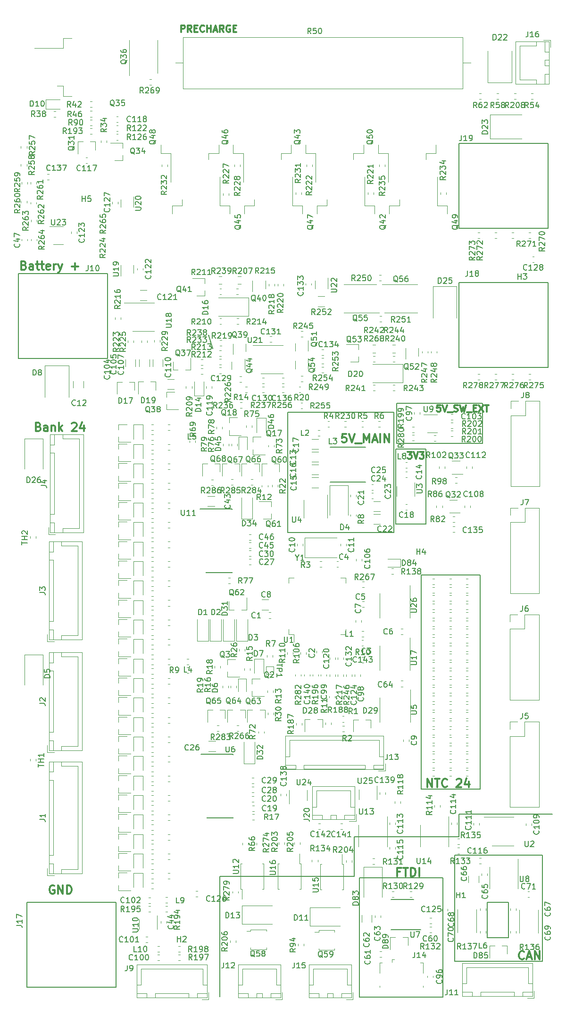
<source format=gbr>
G04 #@! TF.GenerationSoftware,KiCad,Pcbnew,(5.0.0-rc2-198-gb8bbb15aa)*
G04 #@! TF.CreationDate,2022-04-06T08:22:02-07:00*
G04 #@! TF.ProjectId,BMS_01,424D535F30312E6B696361645F706362,rev?*
G04 #@! TF.SameCoordinates,Original*
G04 #@! TF.FileFunction,Legend,Top*
G04 #@! TF.FilePolarity,Positive*
%FSLAX46Y46*%
G04 Gerber Fmt 4.6, Leading zero omitted, Abs format (unit mm)*
G04 Created by KiCad (PCBNEW (5.0.0-rc2-198-gb8bbb15aa)) date 04/06/22 08:22:02*
%MOMM*%
%LPD*%
G01*
G04 APERTURE LIST*
%ADD10C,0.300000*%
%ADD11C,0.200000*%
%ADD12C,0.120000*%
%ADD13C,0.150000*%
G04 APERTURE END LIST*
D10*
X24242857Y-57417857D02*
X24457142Y-57489285D01*
X24528571Y-57560714D01*
X24599999Y-57703571D01*
X24599999Y-57917857D01*
X24528571Y-58060714D01*
X24457142Y-58132142D01*
X24314285Y-58203571D01*
X23742857Y-58203571D01*
X23742857Y-56703571D01*
X24242857Y-56703571D01*
X24385714Y-56775000D01*
X24457142Y-56846428D01*
X24528571Y-56989285D01*
X24528571Y-57132142D01*
X24457142Y-57275000D01*
X24385714Y-57346428D01*
X24242857Y-57417857D01*
X23742857Y-57417857D01*
X25885714Y-58203571D02*
X25885714Y-57417857D01*
X25814285Y-57275000D01*
X25671428Y-57203571D01*
X25385714Y-57203571D01*
X25242857Y-57275000D01*
X25885714Y-58132142D02*
X25742857Y-58203571D01*
X25385714Y-58203571D01*
X25242857Y-58132142D01*
X25171428Y-57989285D01*
X25171428Y-57846428D01*
X25242857Y-57703571D01*
X25385714Y-57632142D01*
X25742857Y-57632142D01*
X25885714Y-57560714D01*
X26385714Y-57203571D02*
X26957142Y-57203571D01*
X26599999Y-56703571D02*
X26599999Y-57989285D01*
X26671428Y-58132142D01*
X26814285Y-58203571D01*
X26957142Y-58203571D01*
X27242857Y-57203571D02*
X27814285Y-57203571D01*
X27457142Y-56703571D02*
X27457142Y-57989285D01*
X27528571Y-58132142D01*
X27671428Y-58203571D01*
X27814285Y-58203571D01*
X28885714Y-58132142D02*
X28742857Y-58203571D01*
X28457142Y-58203571D01*
X28314285Y-58132142D01*
X28242857Y-57989285D01*
X28242857Y-57417857D01*
X28314285Y-57275000D01*
X28457142Y-57203571D01*
X28742857Y-57203571D01*
X28885714Y-57275000D01*
X28957142Y-57417857D01*
X28957142Y-57560714D01*
X28242857Y-57703571D01*
X29599999Y-58203571D02*
X29599999Y-57203571D01*
X29599999Y-57489285D02*
X29671428Y-57346428D01*
X29742857Y-57275000D01*
X29885714Y-57203571D01*
X30028571Y-57203571D01*
X30385714Y-57203571D02*
X30742857Y-58203571D01*
X31100000Y-57203571D02*
X30742857Y-58203571D01*
X30599999Y-58560714D01*
X30528571Y-58632142D01*
X30385714Y-58703571D01*
X32814285Y-57632142D02*
X33957142Y-57632142D01*
X33385714Y-58203571D02*
X33385714Y-57060714D01*
X26842857Y-86392857D02*
X27057142Y-86464285D01*
X27128571Y-86535714D01*
X27199999Y-86678571D01*
X27199999Y-86892857D01*
X27128571Y-87035714D01*
X27057142Y-87107142D01*
X26914285Y-87178571D01*
X26342857Y-87178571D01*
X26342857Y-85678571D01*
X26842857Y-85678571D01*
X26985714Y-85750000D01*
X27057142Y-85821428D01*
X27128571Y-85964285D01*
X27128571Y-86107142D01*
X27057142Y-86250000D01*
X26985714Y-86321428D01*
X26842857Y-86392857D01*
X26342857Y-86392857D01*
X28485714Y-87178571D02*
X28485714Y-86392857D01*
X28414285Y-86250000D01*
X28271428Y-86178571D01*
X27985714Y-86178571D01*
X27842857Y-86250000D01*
X28485714Y-87107142D02*
X28342857Y-87178571D01*
X27985714Y-87178571D01*
X27842857Y-87107142D01*
X27771428Y-86964285D01*
X27771428Y-86821428D01*
X27842857Y-86678571D01*
X27985714Y-86607142D01*
X28342857Y-86607142D01*
X28485714Y-86535714D01*
X29199999Y-86178571D02*
X29199999Y-87178571D01*
X29199999Y-86321428D02*
X29271428Y-86250000D01*
X29414285Y-86178571D01*
X29628571Y-86178571D01*
X29771428Y-86250000D01*
X29842857Y-86392857D01*
X29842857Y-87178571D01*
X30557142Y-87178571D02*
X30557142Y-85678571D01*
X30699999Y-86607142D02*
X31128571Y-87178571D01*
X31128571Y-86178571D02*
X30557142Y-86750000D01*
X32842857Y-85821428D02*
X32914285Y-85750000D01*
X33057142Y-85678571D01*
X33414285Y-85678571D01*
X33557142Y-85750000D01*
X33628571Y-85821428D01*
X33700000Y-85964285D01*
X33700000Y-86107142D01*
X33628571Y-86321428D01*
X32771428Y-87178571D01*
X33700000Y-87178571D01*
X34985714Y-86178571D02*
X34985714Y-87178571D01*
X34628571Y-85607142D02*
X34271428Y-86678571D01*
X35200000Y-86678571D01*
X29657142Y-168800000D02*
X29514285Y-168728571D01*
X29300000Y-168728571D01*
X29085714Y-168800000D01*
X28942857Y-168942857D01*
X28871428Y-169085714D01*
X28800000Y-169371428D01*
X28800000Y-169585714D01*
X28871428Y-169871428D01*
X28942857Y-170014285D01*
X29085714Y-170157142D01*
X29300000Y-170228571D01*
X29442857Y-170228571D01*
X29657142Y-170157142D01*
X29728571Y-170085714D01*
X29728571Y-169585714D01*
X29442857Y-169585714D01*
X30371428Y-170228571D02*
X30371428Y-168728571D01*
X31228571Y-170228571D01*
X31228571Y-168728571D01*
X31942857Y-170228571D02*
X31942857Y-168728571D01*
X32300000Y-168728571D01*
X32514285Y-168800000D01*
X32657142Y-168942857D01*
X32728571Y-169085714D01*
X32800000Y-169371428D01*
X32800000Y-169585714D01*
X32728571Y-169871428D01*
X32657142Y-170014285D01*
X32514285Y-170157142D01*
X32300000Y-170228571D01*
X31942857Y-170228571D01*
D11*
X57375000Y-69950000D02*
X58150000Y-72400000D01*
X102285000Y-155947000D02*
X119049000Y-155947000D01*
X102285000Y-160011000D02*
X102285000Y-155947000D01*
X83489000Y-160011000D02*
X102285000Y-160011000D01*
X83489000Y-167123000D02*
X83489000Y-160011000D01*
X59359000Y-167123000D02*
X83489000Y-167123000D01*
X59359000Y-188713000D02*
X59359000Y-167123000D01*
D10*
X52432142Y-15542857D02*
X52432142Y-14342857D01*
X52889285Y-14342857D01*
X53003571Y-14400000D01*
X53060714Y-14457142D01*
X53117857Y-14571428D01*
X53117857Y-14742857D01*
X53060714Y-14857142D01*
X53003571Y-14914285D01*
X52889285Y-14971428D01*
X52432142Y-14971428D01*
X54317857Y-15542857D02*
X53917857Y-14971428D01*
X53632142Y-15542857D02*
X53632142Y-14342857D01*
X54089285Y-14342857D01*
X54203571Y-14400000D01*
X54260714Y-14457142D01*
X54317857Y-14571428D01*
X54317857Y-14742857D01*
X54260714Y-14857142D01*
X54203571Y-14914285D01*
X54089285Y-14971428D01*
X53632142Y-14971428D01*
X54832142Y-14914285D02*
X55232142Y-14914285D01*
X55403571Y-15542857D02*
X54832142Y-15542857D01*
X54832142Y-14342857D01*
X55403571Y-14342857D01*
X56603571Y-15428571D02*
X56546428Y-15485714D01*
X56375000Y-15542857D01*
X56260714Y-15542857D01*
X56089285Y-15485714D01*
X55975000Y-15371428D01*
X55917857Y-15257142D01*
X55860714Y-15028571D01*
X55860714Y-14857142D01*
X55917857Y-14628571D01*
X55975000Y-14514285D01*
X56089285Y-14400000D01*
X56260714Y-14342857D01*
X56375000Y-14342857D01*
X56546428Y-14400000D01*
X56603571Y-14457142D01*
X57117857Y-15542857D02*
X57117857Y-14342857D01*
X57117857Y-14914285D02*
X57803571Y-14914285D01*
X57803571Y-15542857D02*
X57803571Y-14342857D01*
X58317857Y-15200000D02*
X58889285Y-15200000D01*
X58203571Y-15542857D02*
X58603571Y-14342857D01*
X59003571Y-15542857D01*
X60089285Y-15542857D02*
X59689285Y-14971428D01*
X59403571Y-15542857D02*
X59403571Y-14342857D01*
X59860714Y-14342857D01*
X59975000Y-14400000D01*
X60032142Y-14457142D01*
X60089285Y-14571428D01*
X60089285Y-14742857D01*
X60032142Y-14857142D01*
X59975000Y-14914285D01*
X59860714Y-14971428D01*
X59403571Y-14971428D01*
X61232142Y-14400000D02*
X61117857Y-14342857D01*
X60946428Y-14342857D01*
X60775000Y-14400000D01*
X60660714Y-14514285D01*
X60603571Y-14628571D01*
X60546428Y-14857142D01*
X60546428Y-15028571D01*
X60603571Y-15257142D01*
X60660714Y-15371428D01*
X60775000Y-15485714D01*
X60946428Y-15542857D01*
X61060714Y-15542857D01*
X61232142Y-15485714D01*
X61289285Y-15428571D01*
X61289285Y-15028571D01*
X61060714Y-15028571D01*
X61803571Y-14914285D02*
X62203571Y-14914285D01*
X62375000Y-15542857D02*
X61803571Y-15542857D01*
X61803571Y-14342857D01*
X62375000Y-14342857D01*
X96625000Y-151103571D02*
X96625000Y-149603571D01*
X97482142Y-151103571D01*
X97482142Y-149603571D01*
X97982142Y-149603571D02*
X98839285Y-149603571D01*
X98410714Y-151103571D02*
X98410714Y-149603571D01*
X100196428Y-150960714D02*
X100125000Y-151032142D01*
X99910714Y-151103571D01*
X99767857Y-151103571D01*
X99553571Y-151032142D01*
X99410714Y-150889285D01*
X99339285Y-150746428D01*
X99267857Y-150460714D01*
X99267857Y-150246428D01*
X99339285Y-149960714D01*
X99410714Y-149817857D01*
X99553571Y-149675000D01*
X99767857Y-149603571D01*
X99910714Y-149603571D01*
X100125000Y-149675000D01*
X100196428Y-149746428D01*
X101910714Y-149746428D02*
X101982142Y-149675000D01*
X102125000Y-149603571D01*
X102482142Y-149603571D01*
X102625000Y-149675000D01*
X102696428Y-149746428D01*
X102767857Y-149889285D01*
X102767857Y-150032142D01*
X102696428Y-150246428D01*
X101839285Y-151103571D01*
X102767857Y-151103571D01*
X104053571Y-150103571D02*
X104053571Y-151103571D01*
X103696428Y-149532142D02*
X103339285Y-150603571D01*
X104267857Y-150603571D01*
D11*
X95500000Y-151425000D02*
X95500000Y-113025000D01*
X106100000Y-151425000D02*
X95500000Y-151425000D01*
X106100000Y-113025000D02*
X106100000Y-151425000D01*
X95500000Y-113025000D02*
X106100000Y-113025000D01*
D10*
X98978571Y-82492857D02*
X98407142Y-82492857D01*
X98350000Y-83064285D01*
X98407142Y-83007142D01*
X98521428Y-82950000D01*
X98807142Y-82950000D01*
X98921428Y-83007142D01*
X98978571Y-83064285D01*
X99035714Y-83178571D01*
X99035714Y-83464285D01*
X98978571Y-83578571D01*
X98921428Y-83635714D01*
X98807142Y-83692857D01*
X98521428Y-83692857D01*
X98407142Y-83635714D01*
X98350000Y-83578571D01*
X99378571Y-82492857D02*
X99778571Y-83692857D01*
X100178571Y-82492857D01*
X100292857Y-83807142D02*
X101207142Y-83807142D01*
X101435714Y-83635714D02*
X101607142Y-83692857D01*
X101892857Y-83692857D01*
X102007142Y-83635714D01*
X102064285Y-83578571D01*
X102121428Y-83464285D01*
X102121428Y-83350000D01*
X102064285Y-83235714D01*
X102007142Y-83178571D01*
X101892857Y-83121428D01*
X101664285Y-83064285D01*
X101550000Y-83007142D01*
X101492857Y-82950000D01*
X101435714Y-82835714D01*
X101435714Y-82721428D01*
X101492857Y-82607142D01*
X101550000Y-82550000D01*
X101664285Y-82492857D01*
X101950000Y-82492857D01*
X102121428Y-82550000D01*
X102521428Y-82492857D02*
X102807142Y-83692857D01*
X103035714Y-82835714D01*
X103264285Y-83692857D01*
X103550000Y-82492857D01*
X103721428Y-83807142D02*
X104635714Y-83807142D01*
X104921428Y-83064285D02*
X105321428Y-83064285D01*
X105492857Y-83692857D02*
X104921428Y-83692857D01*
X104921428Y-82492857D01*
X105492857Y-82492857D01*
X105892857Y-82492857D02*
X106692857Y-83692857D01*
X106692857Y-82492857D02*
X105892857Y-83692857D01*
X106978571Y-82492857D02*
X107664285Y-82492857D01*
X107321428Y-83692857D02*
X107321428Y-82492857D01*
D11*
X106575000Y-82200000D02*
X91175000Y-82200000D01*
X106575000Y-89400000D02*
X106575000Y-82200000D01*
X91175000Y-89400000D02*
X106575000Y-89400000D01*
X91175000Y-82200000D02*
X91175000Y-89400000D01*
D10*
X93089285Y-90942857D02*
X93832142Y-90942857D01*
X93432142Y-91400000D01*
X93603571Y-91400000D01*
X93717857Y-91457142D01*
X93775000Y-91514285D01*
X93832142Y-91628571D01*
X93832142Y-91914285D01*
X93775000Y-92028571D01*
X93717857Y-92085714D01*
X93603571Y-92142857D01*
X93260714Y-92142857D01*
X93146428Y-92085714D01*
X93089285Y-92028571D01*
X94175000Y-90942857D02*
X94575000Y-92142857D01*
X94975000Y-90942857D01*
X95260714Y-90942857D02*
X96003571Y-90942857D01*
X95603571Y-91400000D01*
X95775000Y-91400000D01*
X95889285Y-91457142D01*
X95946428Y-91514285D01*
X96003571Y-91628571D01*
X96003571Y-91914285D01*
X95946428Y-92028571D01*
X95889285Y-92085714D01*
X95775000Y-92142857D01*
X95432142Y-92142857D01*
X95317857Y-92085714D01*
X95260714Y-92028571D01*
D11*
X90975000Y-103900000D02*
X90975000Y-90400000D01*
X90975000Y-90400000D02*
X96375000Y-90400000D01*
X96375000Y-90400000D02*
X96375000Y-103900000D01*
X96375000Y-103900000D02*
X90975000Y-103900000D01*
D10*
X82075000Y-87721571D02*
X81360714Y-87721571D01*
X81289285Y-88435857D01*
X81360714Y-88364428D01*
X81503571Y-88293000D01*
X81860714Y-88293000D01*
X82003571Y-88364428D01*
X82075000Y-88435857D01*
X82146428Y-88578714D01*
X82146428Y-88935857D01*
X82075000Y-89078714D01*
X82003571Y-89150142D01*
X81860714Y-89221571D01*
X81503571Y-89221571D01*
X81360714Y-89150142D01*
X81289285Y-89078714D01*
X82575000Y-87721571D02*
X83075000Y-89221571D01*
X83575000Y-87721571D01*
X83717857Y-89364428D02*
X84860714Y-89364428D01*
X85217857Y-89221571D02*
X85217857Y-87721571D01*
X85717857Y-88793000D01*
X86217857Y-87721571D01*
X86217857Y-89221571D01*
X86860714Y-88793000D02*
X87575000Y-88793000D01*
X86717857Y-89221571D02*
X87217857Y-87721571D01*
X87717857Y-89221571D01*
X88217857Y-89221571D02*
X88217857Y-87721571D01*
X88932142Y-89221571D02*
X88932142Y-87721571D01*
X89789285Y-89221571D01*
X89789285Y-87721571D01*
D11*
X90601000Y-105401000D02*
X71551000Y-105401000D01*
X90601000Y-83811000D02*
X90601000Y-105401000D01*
X71551000Y-83811000D02*
X90601000Y-83811000D01*
X71551000Y-105387000D02*
X71551000Y-83811000D01*
D10*
X91760714Y-166292857D02*
X91260714Y-166292857D01*
X91260714Y-167078571D02*
X91260714Y-165578571D01*
X91975000Y-165578571D01*
X92332142Y-165578571D02*
X93189285Y-165578571D01*
X92760714Y-167078571D02*
X92760714Y-165578571D01*
X93689285Y-167078571D02*
X93689285Y-165578571D01*
X94046428Y-165578571D01*
X94260714Y-165650000D01*
X94403571Y-165792857D01*
X94475000Y-165935714D01*
X94546428Y-166221428D01*
X94546428Y-166435714D01*
X94475000Y-166721428D01*
X94403571Y-166864285D01*
X94260714Y-167007142D01*
X94046428Y-167078571D01*
X93689285Y-167078571D01*
X95189285Y-167078571D02*
X95189285Y-165578571D01*
D11*
X99450000Y-188800000D02*
X84450000Y-188800000D01*
X99450000Y-167400000D02*
X99450000Y-188800000D01*
X84450000Y-167400000D02*
X99450000Y-167400000D01*
X84450000Y-188800000D02*
X84450000Y-167400000D01*
D10*
X114020714Y-181882714D02*
X113949285Y-181954142D01*
X113735000Y-182025571D01*
X113592142Y-182025571D01*
X113377857Y-181954142D01*
X113235000Y-181811285D01*
X113163571Y-181668428D01*
X113092142Y-181382714D01*
X113092142Y-181168428D01*
X113163571Y-180882714D01*
X113235000Y-180739857D01*
X113377857Y-180597000D01*
X113592142Y-180525571D01*
X113735000Y-180525571D01*
X113949285Y-180597000D01*
X114020714Y-180668428D01*
X114592142Y-181597000D02*
X115306428Y-181597000D01*
X114449285Y-182025571D02*
X114949285Y-180525571D01*
X115449285Y-182025571D01*
X115949285Y-182025571D02*
X115949285Y-180525571D01*
X116806428Y-182025571D01*
X116806428Y-180525571D01*
D11*
X117271000Y-182363000D02*
X101523000Y-182363000D01*
X117271000Y-163313000D02*
X117271000Y-182363000D01*
X101523000Y-163313000D02*
X117271000Y-163313000D01*
X101523000Y-182363000D02*
X101523000Y-163313000D01*
D12*
G04 #@! TO.C,J13*
X88791000Y-147860000D02*
X88791000Y-141890000D01*
X88791000Y-141890000D02*
X71171000Y-141890000D01*
X71171000Y-141890000D02*
X71171000Y-147860000D01*
X71171000Y-147860000D02*
X88791000Y-147860000D01*
X85481000Y-147850000D02*
X85481000Y-147100000D01*
X85481000Y-147100000D02*
X74481000Y-147100000D01*
X74481000Y-147100000D02*
X74481000Y-147850000D01*
X74481000Y-147850000D02*
X85481000Y-147850000D01*
X88781000Y-147850000D02*
X88781000Y-147100000D01*
X88781000Y-147100000D02*
X86981000Y-147100000D01*
X86981000Y-147100000D02*
X86981000Y-147850000D01*
X86981000Y-147850000D02*
X88781000Y-147850000D01*
X72981000Y-147850000D02*
X72981000Y-147100000D01*
X72981000Y-147100000D02*
X71181000Y-147100000D01*
X71181000Y-147100000D02*
X71181000Y-147850000D01*
X71181000Y-147850000D02*
X72981000Y-147850000D01*
X88781000Y-145600000D02*
X88031000Y-145600000D01*
X88031000Y-145600000D02*
X88031000Y-142650000D01*
X88031000Y-142650000D02*
X79981000Y-142650000D01*
X71181000Y-145600000D02*
X71931000Y-145600000D01*
X71931000Y-145600000D02*
X71931000Y-142650000D01*
X71931000Y-142650000D02*
X79981000Y-142650000D01*
X87831000Y-148150000D02*
X89081000Y-148150000D01*
X89081000Y-148150000D02*
X89081000Y-146900000D01*
D13*
G04 #@! TO.C,U11*
X56900000Y-101175000D02*
X56900000Y-101200000D01*
X61550000Y-101175000D02*
X61550000Y-101282500D01*
X61550000Y-112625000D02*
X61550000Y-112517500D01*
X56900000Y-112625000D02*
X56900000Y-112517500D01*
X56900000Y-101175000D02*
X61550000Y-101175000D01*
X56900000Y-112625000D02*
X61550000Y-112625000D01*
X56900000Y-101200000D02*
X55825000Y-101200000D01*
D12*
G04 #@! TO.C,Q47*
X65610000Y-46675000D02*
X65610000Y-45575000D01*
X63800000Y-46675000D02*
X65610000Y-46675000D01*
X63800000Y-48175000D02*
X63800000Y-46675000D01*
X72390000Y-46675000D02*
X72390000Y-41550000D01*
X74200000Y-46675000D02*
X72390000Y-46675000D01*
X74200000Y-48175000D02*
X74200000Y-46675000D01*
G04 #@! TO.C,C119*
X57955000Y-79472779D02*
X57955000Y-79147221D01*
X56935000Y-79472779D02*
X56935000Y-79147221D01*
G04 #@! TO.C,C120*
X80102000Y-130859221D02*
X80102000Y-131184779D01*
X79082000Y-130859221D02*
X79082000Y-131184779D01*
G04 #@! TO.C,C122*
X45585000Y-58262779D02*
X45585000Y-57937221D01*
X44565000Y-58262779D02*
X44565000Y-57937221D01*
G04 #@! TO.C,C123*
X33721000Y-51403721D02*
X33721000Y-51729279D01*
X32701000Y-51403721D02*
X32701000Y-51729279D01*
G04 #@! TO.C,C127*
X40065000Y-46024721D02*
X40065000Y-46350279D01*
X41085000Y-46024721D02*
X41085000Y-46350279D01*
G04 #@! TO.C,C129*
X59607779Y-75220000D02*
X59282221Y-75220000D01*
X59607779Y-74200000D02*
X59282221Y-74200000D01*
G04 #@! TO.C,C130*
X66982221Y-78620000D02*
X67307779Y-78620000D01*
X66982221Y-77600000D02*
X67307779Y-77600000D01*
G04 #@! TO.C,C131*
X68707779Y-71220000D02*
X68382221Y-71220000D01*
X68707779Y-70200000D02*
X68382221Y-70200000D01*
G04 #@! TO.C,C132*
X80590000Y-130862221D02*
X80590000Y-131187779D01*
X81610000Y-130862221D02*
X81610000Y-131187779D01*
G04 #@! TO.C,C133*
X75835000Y-60647221D02*
X75835000Y-60972779D01*
X74815000Y-60647221D02*
X74815000Y-60972779D01*
G04 #@! TO.C,C134*
X77694721Y-75120000D02*
X78020279Y-75120000D01*
X77694721Y-74100000D02*
X78020279Y-74100000D01*
G04 #@! TO.C,C136*
X70907779Y-78620000D02*
X70582221Y-78620000D01*
X70907779Y-77600000D02*
X70582221Y-77600000D01*
G04 #@! TO.C,C118*
X41137779Y-30690000D02*
X40812221Y-30690000D01*
X41137779Y-31710000D02*
X40812221Y-31710000D01*
G04 #@! TO.C,C117*
X35312221Y-38090000D02*
X35637779Y-38090000D01*
X35312221Y-39110000D02*
X35637779Y-39110000D01*
G04 #@! TO.C,C115*
X90860000Y-162162779D02*
X90860000Y-161837221D01*
X89840000Y-162162779D02*
X89840000Y-161837221D01*
G04 #@! TO.C,C114*
X101960000Y-157462221D02*
X101960000Y-157787779D01*
X100940000Y-157462221D02*
X100940000Y-157787779D01*
G04 #@! TO.C,C113*
X89840000Y-157487221D02*
X89840000Y-157812779D01*
X90860000Y-157487221D02*
X90860000Y-157812779D01*
G04 #@! TO.C,C112*
X104710000Y-93537221D02*
X104710000Y-93862779D01*
X103690000Y-93537221D02*
X103690000Y-93862779D01*
G04 #@! TO.C,C111*
X104915000Y-157550221D02*
X104915000Y-157875779D01*
X105935000Y-157550221D02*
X105935000Y-157875779D01*
G04 #@! TO.C,C109*
X115335000Y-157637721D02*
X115335000Y-157963279D01*
X114315000Y-157637721D02*
X114315000Y-157963279D01*
G04 #@! TO.C,C108*
X103290000Y-100537221D02*
X103290000Y-100862779D01*
X104310000Y-100537221D02*
X104310000Y-100862779D01*
G04 #@! TO.C,C116*
X102087221Y-161990000D02*
X102412779Y-161990000D01*
X102087221Y-163010000D02*
X102412779Y-163010000D01*
G04 #@! TO.C,C14*
X93037779Y-94490000D02*
X92712221Y-94490000D01*
X93037779Y-95510000D02*
X92712221Y-95510000D01*
G04 #@! TO.C,C18*
X93037779Y-101310000D02*
X92712221Y-101310000D01*
X93037779Y-100290000D02*
X92712221Y-100290000D01*
G04 #@! TO.C,C105*
X46735000Y-75552064D02*
X46735000Y-74347936D01*
X44915000Y-75552064D02*
X44915000Y-74347936D01*
G04 #@! TO.C,C62*
X86660000Y-174097936D02*
X86660000Y-175302064D01*
X84840000Y-174097936D02*
X84840000Y-175302064D01*
G04 #@! TO.C,C107*
X47340000Y-75552064D02*
X47340000Y-74347936D01*
X49160000Y-75552064D02*
X49160000Y-74347936D01*
G04 #@! TO.C,C110*
X51177064Y-79685000D02*
X49972936Y-79685000D01*
X51177064Y-77865000D02*
X49972936Y-77865000D01*
G04 #@! TO.C,C26*
X58602064Y-142840000D02*
X57397936Y-142840000D01*
X58602064Y-144660000D02*
X57397936Y-144660000D01*
G04 #@! TO.C,C16*
X77077064Y-95010000D02*
X75872936Y-95010000D01*
X77077064Y-93190000D02*
X75872936Y-93190000D01*
G04 #@! TO.C,C43*
X58427064Y-98840000D02*
X57222936Y-98840000D01*
X58427064Y-100660000D02*
X57222936Y-100660000D01*
G04 #@! TO.C,C121*
X45042936Y-61900000D02*
X46247064Y-61900000D01*
X45042936Y-63720000D02*
X46247064Y-63720000D01*
G04 #@! TO.C,D20*
X92240000Y-78465000D02*
X92240000Y-75165000D01*
X92240000Y-75165000D02*
X86840000Y-75165000D01*
X92240000Y-78465000D02*
X86840000Y-78465000D01*
G04 #@! TO.C,D13*
X63379000Y-172372000D02*
X68779000Y-172372000D01*
X63379000Y-175672000D02*
X68779000Y-175672000D01*
X63379000Y-172372000D02*
X63379000Y-175672000D01*
G04 #@! TO.C,D11*
X75575000Y-172684000D02*
X75575000Y-175984000D01*
X75575000Y-175984000D02*
X80975000Y-175984000D01*
X75575000Y-172684000D02*
X80975000Y-172684000D01*
G04 #@! TO.C,D26*
X27650000Y-88550000D02*
X27650000Y-93950000D01*
X24350000Y-88550000D02*
X24350000Y-93950000D01*
X27650000Y-88550000D02*
X24350000Y-88550000D01*
G04 #@! TO.C,D5*
X27600000Y-127300000D02*
X24300000Y-127300000D01*
X24300000Y-127300000D02*
X24300000Y-132700000D01*
X27600000Y-127300000D02*
X27600000Y-132700000D01*
G04 #@! TO.C,D4*
X82425000Y-96900000D02*
X82425000Y-102300000D01*
X79125000Y-96900000D02*
X79125000Y-102300000D01*
X82425000Y-96900000D02*
X79125000Y-96900000D01*
G04 #@! TO.C,D16*
X64520000Y-66545000D02*
X64520000Y-63245000D01*
X64520000Y-63245000D02*
X59120000Y-63245000D01*
X64520000Y-66545000D02*
X59120000Y-66545000D01*
G04 #@! TO.C,D22*
X107501000Y-24623000D02*
X107501000Y-18923000D01*
X111801000Y-24623000D02*
X111801000Y-18923000D01*
X107501000Y-24623000D02*
X111801000Y-24623000D01*
G04 #@! TO.C,D8*
X32257206Y-75387389D02*
X27957206Y-75387389D01*
X27957206Y-75387389D02*
X27957206Y-81087389D01*
X32257206Y-75387389D02*
X32257206Y-81087389D01*
G04 #@! TO.C,D23*
X107879000Y-30353000D02*
X113579000Y-30353000D01*
X107879000Y-34653000D02*
X113579000Y-34653000D01*
X107879000Y-30353000D02*
X107879000Y-34653000D01*
G04 #@! TO.C,D25*
X101925000Y-61175000D02*
X97625000Y-61175000D01*
X97625000Y-61175000D02*
X97625000Y-66875000D01*
X101925000Y-61175000D02*
X101925000Y-66875000D01*
G04 #@! TO.C,D7*
X67275000Y-128050000D02*
X67275000Y-130600000D01*
X65575000Y-128050000D02*
X65575000Y-130600000D01*
X67275000Y-128050000D02*
X65575000Y-128050000D01*
G04 #@! TO.C,D14*
X54795000Y-80810000D02*
X56495000Y-80810000D01*
X56495000Y-80810000D02*
X56495000Y-78260000D01*
X54795000Y-80810000D02*
X54795000Y-78260000D01*
G04 #@! TO.C,D10*
X28152000Y-27625000D02*
X30702000Y-27625000D01*
X28152000Y-29325000D02*
X30702000Y-29325000D01*
X28152000Y-27625000D02*
X28152000Y-29325000D01*
G04 #@! TO.C,D46*
X67675000Y-84850000D02*
X65975000Y-84850000D01*
X65975000Y-84850000D02*
X65975000Y-87400000D01*
X67675000Y-84850000D02*
X67675000Y-87400000D01*
G04 #@! TO.C,D28*
X77831000Y-138937000D02*
X77831000Y-140397000D01*
X74671000Y-138937000D02*
X74671000Y-141097000D01*
X74671000Y-138937000D02*
X75601000Y-138937000D01*
X77831000Y-138937000D02*
X76901000Y-138937000D01*
G04 #@! TO.C,D29*
X86480000Y-138990000D02*
X85550000Y-138990000D01*
X83320000Y-138990000D02*
X84250000Y-138990000D01*
X83320000Y-138990000D02*
X83320000Y-141150000D01*
X86480000Y-138990000D02*
X86480000Y-140450000D01*
G04 #@! TO.C,Q56*
X88950000Y-65960000D02*
X94840000Y-65960000D01*
X88495000Y-60820000D02*
X94840000Y-60820000D01*
G04 #@! TO.C,Q55*
X87995000Y-65960000D02*
X81650000Y-65960000D01*
X87540000Y-60820000D02*
X81650000Y-60820000D01*
G04 #@! TO.C,U16*
X73705000Y-164790000D02*
X73705000Y-163050000D01*
X73935000Y-164790000D02*
X73705000Y-164790000D01*
X73935000Y-167100000D02*
X73935000Y-164790000D01*
X73935000Y-169410000D02*
X73705000Y-169410000D01*
X73935000Y-167100000D02*
X73935000Y-169410000D01*
X69815000Y-164790000D02*
X70045000Y-164790000D01*
X69815000Y-167100000D02*
X69815000Y-164790000D01*
X69815000Y-169410000D02*
X70045000Y-169410000D01*
X69815000Y-167100000D02*
X69815000Y-169410000D01*
G04 #@! TO.C,U15*
X77415000Y-167200000D02*
X77415000Y-169510000D01*
X77415000Y-169510000D02*
X77645000Y-169510000D01*
X77415000Y-167200000D02*
X77415000Y-164890000D01*
X77415000Y-164890000D02*
X77645000Y-164890000D01*
X81535000Y-167200000D02*
X81535000Y-169510000D01*
X81535000Y-169510000D02*
X81305000Y-169510000D01*
X81535000Y-167200000D02*
X81535000Y-164890000D01*
X81535000Y-164890000D02*
X81305000Y-164890000D01*
X81305000Y-164890000D02*
X81305000Y-163150000D01*
G04 #@! TO.C,U13*
X84290000Y-159800000D02*
X84290000Y-161750000D01*
X84290000Y-159800000D02*
X84290000Y-157850000D01*
X89410000Y-159800000D02*
X89410000Y-161750000D01*
X89410000Y-159800000D02*
X89410000Y-156350000D01*
G04 #@! TO.C,U2*
X110225000Y-156453000D02*
X106775000Y-156453000D01*
X110225000Y-156453000D02*
X112175000Y-156453000D01*
X110225000Y-161573000D02*
X108275000Y-161573000D01*
X110225000Y-161573000D02*
X112175000Y-161573000D01*
G04 #@! TO.C,U18*
X45645000Y-69270000D02*
X47595000Y-69270000D01*
X45645000Y-69270000D02*
X43695000Y-69270000D01*
X45645000Y-64150000D02*
X47595000Y-64150000D01*
X45645000Y-64150000D02*
X42195000Y-64150000D01*
G04 #@! TO.C,U21*
X68745000Y-71750000D02*
X65295000Y-71750000D01*
X68745000Y-71750000D02*
X70695000Y-71750000D01*
X68745000Y-76870000D02*
X66795000Y-76870000D01*
X68745000Y-76870000D02*
X70695000Y-76870000D01*
G04 #@! TO.C,U14*
X95365000Y-159850000D02*
X95365000Y-161800000D01*
X95365000Y-159850000D02*
X95365000Y-157900000D01*
X100485000Y-159850000D02*
X100485000Y-161800000D01*
X100485000Y-159850000D02*
X100485000Y-156400000D01*
G04 #@! TO.C,Q38*
X49790000Y-80145000D02*
X49790000Y-81075000D01*
X49790000Y-83305000D02*
X49790000Y-82375000D01*
X49790000Y-83305000D02*
X51950000Y-83305000D01*
X49790000Y-80145000D02*
X51250000Y-80145000D01*
G04 #@! TO.C,Q34*
X41935000Y-38580000D02*
X40475000Y-38580000D01*
X41935000Y-35420000D02*
X39775000Y-35420000D01*
X41935000Y-35420000D02*
X41935000Y-36350000D01*
X41935000Y-38580000D02*
X41935000Y-37650000D01*
G04 #@! TO.C,Q41*
X56680000Y-62875000D02*
X56680000Y-61945000D01*
X56680000Y-59715000D02*
X56680000Y-60645000D01*
X56680000Y-59715000D02*
X54520000Y-59715000D01*
X56680000Y-62875000D02*
X55220000Y-62875000D01*
G04 #@! TO.C,Q37*
X50965000Y-76220000D02*
X50965000Y-74760000D01*
X54125000Y-76220000D02*
X54125000Y-74060000D01*
X54125000Y-76220000D02*
X53195000Y-76220000D01*
X50965000Y-76220000D02*
X51895000Y-76220000D01*
G04 #@! TO.C,Q53*
X84260000Y-74780000D02*
X84260000Y-73850000D01*
X84260000Y-71620000D02*
X84260000Y-72550000D01*
X84260000Y-71620000D02*
X82100000Y-71620000D01*
X84260000Y-74780000D02*
X82800000Y-74780000D01*
G04 #@! TO.C,U23*
X29511000Y-53664000D02*
X31311000Y-53664000D01*
X31311000Y-50444000D02*
X28861000Y-50444000D01*
G04 #@! TO.C,U22*
X78785000Y-61610000D02*
X78785000Y-59710000D01*
X76465000Y-60210000D02*
X76465000Y-61610000D01*
G04 #@! TO.C,U20*
X41615000Y-45600000D02*
X41615000Y-47000000D01*
X43935000Y-47000000D02*
X43935000Y-45100000D01*
G04 #@! TO.C,U19*
X41615000Y-57400000D02*
X41615000Y-59300000D01*
X43935000Y-58800000D02*
X43935000Y-57400000D01*
G04 #@! TO.C,Q52*
X95060000Y-73700000D02*
X95060000Y-72300000D01*
X92740000Y-72300000D02*
X92740000Y-74200000D01*
G04 #@! TO.C,Q51*
X75260000Y-72800000D02*
X75260000Y-70900000D01*
X72940000Y-71400000D02*
X72940000Y-72800000D01*
G04 #@! TO.C,Q39*
X64060000Y-72900000D02*
X64060000Y-71500000D01*
X61740000Y-71500000D02*
X61740000Y-73400000D01*
G04 #@! TO.C,Q40*
X65240000Y-60200000D02*
X65240000Y-62100000D01*
X67560000Y-61600000D02*
X67560000Y-60200000D01*
G04 #@! TO.C,Q35*
X32763000Y-16635000D02*
X31263000Y-16635000D01*
X31263000Y-16635000D02*
X31263000Y-18445000D01*
X31263000Y-18445000D02*
X26138000Y-18445000D01*
X32763000Y-27035000D02*
X31263000Y-27035000D01*
X31263000Y-27035000D02*
X31263000Y-25225000D01*
X31263000Y-25225000D02*
X30163000Y-25225000D01*
G04 #@! TO.C,R126*
X41137779Y-33890000D02*
X40812221Y-33890000D01*
X41137779Y-34910000D02*
X40812221Y-34910000D01*
G04 #@! TO.C,R205*
X72765000Y-161362779D02*
X72765000Y-161037221D01*
X73785000Y-161362779D02*
X73785000Y-161037221D01*
G04 #@! TO.C,R203*
X70985000Y-161362779D02*
X70985000Y-161037221D01*
X69965000Y-161362779D02*
X69965000Y-161037221D01*
G04 #@! TO.C,R209*
X53335000Y-79472779D02*
X53335000Y-79147221D01*
X54355000Y-79472779D02*
X54355000Y-79147221D01*
G04 #@! TO.C,R211*
X59357221Y-62605000D02*
X59682779Y-62605000D01*
X59357221Y-61585000D02*
X59682779Y-61585000D01*
G04 #@! TO.C,R212*
X55982221Y-75950000D02*
X56307779Y-75950000D01*
X55982221Y-76970000D02*
X56307779Y-76970000D01*
G04 #@! TO.C,R206*
X62235000Y-178937779D02*
X62235000Y-178612221D01*
X61215000Y-178937779D02*
X61215000Y-178612221D01*
G04 #@! TO.C,R221*
X85990000Y-44662779D02*
X85990000Y-44337221D01*
X87010000Y-44662779D02*
X87010000Y-44337221D01*
G04 #@! TO.C,R219*
X59362221Y-71835000D02*
X59687779Y-71835000D01*
X59362221Y-70815000D02*
X59687779Y-70815000D01*
G04 #@! TO.C,R213*
X56307779Y-75370000D02*
X55982221Y-75370000D01*
X56307779Y-74350000D02*
X55982221Y-74350000D01*
G04 #@! TO.C,R214*
X62412222Y-68010001D02*
X62737780Y-68010001D01*
X62412222Y-66990001D02*
X62737780Y-66990001D01*
G04 #@! TO.C,R215*
X62357221Y-61585000D02*
X62682779Y-61585000D01*
X62357221Y-62605000D02*
X62682779Y-62605000D01*
G04 #@! TO.C,R218*
X68180000Y-60812221D02*
X68180000Y-61137779D01*
X69200000Y-60812221D02*
X69200000Y-61137779D01*
G04 #@! TO.C,R216*
X40590000Y-67112779D02*
X40590000Y-66787221D01*
X41610000Y-67112779D02*
X41610000Y-66787221D01*
G04 #@! TO.C,R217*
X80110000Y-128162779D02*
X80110000Y-127837221D01*
X79090000Y-128162779D02*
X79090000Y-127837221D01*
G04 #@! TO.C,R204*
X82040000Y-164587779D02*
X82040000Y-164262221D01*
X83060000Y-164587779D02*
X83060000Y-164262221D01*
G04 #@! TO.C,R210*
X59357221Y-68005000D02*
X59682779Y-68005000D01*
X59357221Y-66985000D02*
X59682779Y-66985000D01*
G04 #@! TO.C,R220*
X70785000Y-60812221D02*
X70785000Y-61137779D01*
X69765000Y-60812221D02*
X69765000Y-61137779D01*
G04 #@! TO.C,R256*
X70907779Y-79200000D02*
X70582221Y-79200000D01*
X70907779Y-80220000D02*
X70582221Y-80220000D01*
G04 #@! TO.C,R208*
X112193221Y-26601000D02*
X112518779Y-26601000D01*
X112193221Y-27621000D02*
X112518779Y-27621000D01*
G04 #@! TO.C,R258*
X23701000Y-39291221D02*
X23701000Y-39616779D01*
X24721000Y-39291221D02*
X24721000Y-39616779D01*
G04 #@! TO.C,R259*
X24821000Y-42491221D02*
X24821000Y-42816779D01*
X23801000Y-42491221D02*
X23801000Y-42816779D01*
G04 #@! TO.C,R260*
X23701000Y-45891221D02*
X23701000Y-46216779D01*
X24721000Y-45891221D02*
X24721000Y-46216779D01*
G04 #@! TO.C,R261*
X26421000Y-42491221D02*
X26421000Y-42816779D01*
X25401000Y-42491221D02*
X25401000Y-42816779D01*
G04 #@! TO.C,R262*
X25401000Y-46091221D02*
X25401000Y-46416779D01*
X26421000Y-46091221D02*
X26421000Y-46416779D01*
G04 #@! TO.C,R263*
X26521000Y-49291221D02*
X26521000Y-49616779D01*
X25501000Y-49291221D02*
X25501000Y-49616779D01*
G04 #@! TO.C,R264*
X25501000Y-52691221D02*
X25501000Y-53016779D01*
X26521000Y-52691221D02*
X26521000Y-53016779D01*
G04 #@! TO.C,R266*
X62437221Y-140040000D02*
X62762779Y-140040000D01*
X62437221Y-141060000D02*
X62762779Y-141060000D01*
G04 #@! TO.C,R267*
X85287779Y-114165000D02*
X84962221Y-114165000D01*
X85287779Y-115185000D02*
X84962221Y-115185000D01*
G04 #@! TO.C,R257*
X24721000Y-36091221D02*
X24721000Y-36416779D01*
X23701000Y-36091221D02*
X23701000Y-36416779D01*
G04 #@! TO.C,R222*
X74990000Y-39337221D02*
X74990000Y-39662779D01*
X76010000Y-39337221D02*
X76010000Y-39662779D01*
G04 #@! TO.C,R225*
X46355000Y-70947221D02*
X46355000Y-71272779D01*
X45335000Y-70947221D02*
X45335000Y-71272779D01*
G04 #@! TO.C,R226*
X63307779Y-77390000D02*
X62982221Y-77390000D01*
X63307779Y-78410000D02*
X62982221Y-78410000D01*
G04 #@! TO.C,R227*
X59990000Y-44812779D02*
X59990000Y-44487221D01*
X61010000Y-44812779D02*
X61010000Y-44487221D01*
G04 #@! TO.C,R228*
X61990000Y-39337221D02*
X61990000Y-39662779D01*
X63010000Y-39337221D02*
X63010000Y-39662779D01*
G04 #@! TO.C,R229*
X47615000Y-71212779D02*
X47615000Y-70887221D01*
X48635000Y-71212779D02*
X48635000Y-70887221D01*
G04 #@! TO.C,R230*
X81737221Y-86410000D02*
X82062779Y-86410000D01*
X81737221Y-85390000D02*
X82062779Y-85390000D01*
G04 #@! TO.C,R231*
X72990000Y-44662779D02*
X72990000Y-44337221D01*
X74010000Y-44662779D02*
X74010000Y-44337221D01*
G04 #@! TO.C,R232*
X48990000Y-39337221D02*
X48990000Y-39662779D01*
X50010000Y-39337221D02*
X50010000Y-39662779D01*
G04 #@! TO.C,R233*
X59282221Y-75800000D02*
X59607779Y-75800000D01*
X59282221Y-76820000D02*
X59607779Y-76820000D01*
G04 #@! TO.C,R234*
X100010000Y-44662779D02*
X100010000Y-44337221D01*
X98990000Y-44662779D02*
X98990000Y-44337221D01*
G04 #@! TO.C,R235*
X89010000Y-39337221D02*
X89010000Y-39662779D01*
X87990000Y-39337221D02*
X87990000Y-39662779D01*
G04 #@! TO.C,R236*
X63982221Y-80220000D02*
X64307779Y-80220000D01*
X63982221Y-79200000D02*
X64307779Y-79200000D01*
G04 #@! TO.C,R255*
X73907779Y-80220000D02*
X73582221Y-80220000D01*
X73907779Y-79200000D02*
X73582221Y-79200000D01*
G04 #@! TO.C,R223*
X42865000Y-70924721D02*
X42865000Y-71250279D01*
X43885000Y-70924721D02*
X43885000Y-71250279D01*
G04 #@! TO.C,R242*
X86877221Y-73705000D02*
X87202779Y-73705000D01*
X86877221Y-74725000D02*
X87202779Y-74725000D01*
G04 #@! TO.C,R243*
X90464721Y-79925000D02*
X90790279Y-79925000D01*
X90464721Y-78905000D02*
X90790279Y-78905000D01*
G04 #@! TO.C,R244*
X90477221Y-73705000D02*
X90802779Y-73705000D01*
X90477221Y-74725000D02*
X90802779Y-74725000D01*
G04 #@! TO.C,R246*
X81610000Y-128162779D02*
X81610000Y-127837221D01*
X80590000Y-128162779D02*
X80590000Y-127837221D01*
G04 #@! TO.C,R247*
X96710000Y-72837221D02*
X96710000Y-73162779D01*
X95690000Y-72837221D02*
X95690000Y-73162779D01*
G04 #@! TO.C,R248*
X97290000Y-72837221D02*
X97290000Y-73162779D01*
X98310000Y-72837221D02*
X98310000Y-73162779D01*
G04 #@! TO.C,R249*
X74295279Y-78310000D02*
X73969721Y-78310000D01*
X74295279Y-77290000D02*
X73969721Y-77290000D01*
G04 #@! TO.C,R250*
X88357779Y-59130000D02*
X88032221Y-59130000D01*
X88357779Y-60150000D02*
X88032221Y-60150000D01*
G04 #@! TO.C,R251*
X88132221Y-66530000D02*
X88457779Y-66530000D01*
X88132221Y-67550000D02*
X88457779Y-67550000D01*
G04 #@! TO.C,R253*
X78020279Y-72500000D02*
X77694721Y-72500000D01*
X78020279Y-73520000D02*
X77694721Y-73520000D01*
G04 #@! TO.C,R254*
X78020279Y-76720000D02*
X77694721Y-76720000D01*
X78020279Y-75700000D02*
X77694721Y-75700000D01*
G04 #@! TO.C,R237*
X66982221Y-80220000D02*
X67307779Y-80220000D01*
X66982221Y-79200000D02*
X67307779Y-79200000D01*
G04 #@! TO.C,R245*
X74307779Y-70220000D02*
X73982221Y-70220000D01*
X74307779Y-69200000D02*
X73982221Y-69200000D01*
G04 #@! TO.C,R238*
X59282221Y-73720000D02*
X59607779Y-73720000D01*
X59282221Y-72700000D02*
X59607779Y-72700000D01*
G04 #@! TO.C,R241*
X86877221Y-78905000D02*
X87202779Y-78905000D01*
X86877221Y-79925000D02*
X87202779Y-79925000D01*
G04 #@! TO.C,R110*
X72535000Y-127237779D02*
X72535000Y-126912221D01*
X71515000Y-127237779D02*
X71515000Y-126912221D01*
G04 #@! TO.C,R114*
X97915000Y-154687779D02*
X97915000Y-154362221D01*
X98935000Y-154687779D02*
X98935000Y-154362221D01*
G04 #@! TO.C,R118*
X91810000Y-154012779D02*
X91810000Y-153687221D01*
X90790000Y-154012779D02*
X90790000Y-153687221D01*
G04 #@! TO.C,R122*
X41137779Y-33310000D02*
X40812221Y-33310000D01*
X41137779Y-32290000D02*
X40812221Y-32290000D01*
G04 #@! TO.C,R268*
X87298578Y-71705000D02*
X86781422Y-71705000D01*
X87298578Y-73125000D02*
X86781422Y-73125000D01*
G04 #@! TO.C,R207*
X63158578Y-60810000D02*
X62641422Y-60810000D01*
X63158578Y-59390000D02*
X62641422Y-59390000D01*
G04 #@! TO.C,R239*
X59758578Y-59390000D02*
X59241422Y-59390000D01*
X59758578Y-60810000D02*
X59241422Y-60810000D01*
G04 #@! TO.C,R240*
X90898578Y-73125000D02*
X90381422Y-73125000D01*
X90898578Y-71705000D02*
X90381422Y-71705000D01*
G04 #@! TO.C,R252*
X77022936Y-63000000D02*
X78227064Y-63000000D01*
X77022936Y-64820000D02*
X78227064Y-64820000D01*
G04 #@! TO.C,R50*
X103021000Y-25693000D02*
X103021000Y-16453000D01*
X103021000Y-16453000D02*
X52781000Y-16453000D01*
X52781000Y-16453000D02*
X52781000Y-25693000D01*
X52781000Y-25693000D02*
X103021000Y-25693000D01*
X104401000Y-21073000D02*
X103021000Y-21073000D01*
X51401000Y-21073000D02*
X52781000Y-21073000D01*
D13*
G04 #@! TO.C,L6*
X111208000Y-171756000D02*
X111208000Y-178156000D01*
X111208000Y-178156000D02*
X107408000Y-178156000D01*
X107408000Y-178156000D02*
X107408000Y-171756000D01*
X107408000Y-171756000D02*
X111208000Y-171756000D01*
D12*
G04 #@! TO.C,D85*
X110977000Y-179571000D02*
X110977000Y-181031000D01*
X107817000Y-179571000D02*
X107817000Y-181731000D01*
X107817000Y-179571000D02*
X108747000Y-179571000D01*
X110977000Y-179571000D02*
X110047000Y-179571000D01*
D13*
G04 #@! TO.C,L3*
X79225000Y-96300000D02*
X85525000Y-96300000D01*
X79225000Y-90100000D02*
X85525000Y-90100000D01*
D12*
G04 #@! TO.C,D89*
X93130000Y-178040000D02*
X92200000Y-178040000D01*
X89970000Y-178040000D02*
X90900000Y-178040000D01*
X89970000Y-178040000D02*
X89970000Y-180200000D01*
X93130000Y-178040000D02*
X93130000Y-179500000D01*
D13*
G04 #@! TO.C,U7*
X94144999Y-171269999D02*
X90144999Y-171269999D01*
X95419999Y-176669999D02*
X90144999Y-176669999D01*
D12*
G04 #@! TO.C,C1*
X68512779Y-119740000D02*
X68187221Y-119740000D01*
X68512779Y-120760000D02*
X68187221Y-120760000D01*
G04 #@! TO.C,C2*
X77785000Y-126637221D02*
X77785000Y-126962779D01*
X76765000Y-126637221D02*
X76765000Y-126962779D01*
G04 #@! TO.C,C3*
X85162779Y-125735000D02*
X84837221Y-125735000D01*
X85162779Y-124715000D02*
X84837221Y-124715000D01*
G04 #@! TO.C,C5*
X84987221Y-118785000D02*
X85312779Y-118785000D01*
X84987221Y-117765000D02*
X85312779Y-117765000D01*
G04 #@! TO.C,C8*
X68127064Y-117415000D02*
X66922936Y-117415000D01*
X68127064Y-119235000D02*
X66922936Y-119235000D01*
G04 #@! TO.C,C10*
X73265000Y-107437221D02*
X73265000Y-107762779D01*
X74285000Y-107437221D02*
X74285000Y-107762779D01*
G04 #@! TO.C,C11*
X81065000Y-107437221D02*
X81065000Y-107762779D01*
X82085000Y-107437221D02*
X82085000Y-107762779D01*
G04 #@! TO.C,C12*
X33097206Y-78235325D02*
X33097206Y-79439453D01*
X34917206Y-78235325D02*
X34917206Y-79439453D01*
G04 #@! TO.C,C13*
X77077064Y-92710000D02*
X75872936Y-92710000D01*
X77077064Y-90890000D02*
X75872936Y-90890000D01*
G04 #@! TO.C,C15*
X77077064Y-97310000D02*
X75872936Y-97310000D01*
X77077064Y-95490000D02*
X75872936Y-95490000D01*
G04 #@! TO.C,C17*
X77077064Y-90410000D02*
X75872936Y-90410000D01*
X77077064Y-88590000D02*
X75872936Y-88590000D01*
G04 #@! TO.C,C19*
X65237221Y-154390000D02*
X65562779Y-154390000D01*
X65237221Y-155410000D02*
X65562779Y-155410000D01*
G04 #@! TO.C,C20*
X65187221Y-152690000D02*
X65512779Y-152690000D01*
X65187221Y-153710000D02*
X65512779Y-153710000D01*
G04 #@! TO.C,C21*
X83885000Y-98637221D02*
X83885000Y-98962779D01*
X82865000Y-98637221D02*
X82865000Y-98962779D01*
G04 #@! TO.C,C22*
X88177064Y-103885000D02*
X86972936Y-103885000D01*
X88177064Y-102065000D02*
X86972936Y-102065000D01*
G04 #@! TO.C,C23*
X88177064Y-99790000D02*
X86972936Y-99790000D01*
X88177064Y-101610000D02*
X86972936Y-101610000D01*
G04 #@! TO.C,C24*
X86937779Y-98290000D02*
X86612221Y-98290000D01*
X86937779Y-99310000D02*
X86612221Y-99310000D01*
G04 #@! TO.C,C25*
X86937779Y-96790000D02*
X86612221Y-96790000D01*
X86937779Y-97810000D02*
X86612221Y-97810000D01*
G04 #@! TO.C,C27*
X64662221Y-110115000D02*
X64987779Y-110115000D01*
X64662221Y-111135000D02*
X64987779Y-111135000D01*
G04 #@! TO.C,C28*
X65187221Y-152060000D02*
X65512779Y-152060000D01*
X65187221Y-151040000D02*
X65512779Y-151040000D01*
G04 #@! TO.C,C29*
X65187221Y-149390000D02*
X65512779Y-149390000D01*
X65187221Y-150410000D02*
X65512779Y-150410000D01*
G04 #@! TO.C,C30*
X64662221Y-108640000D02*
X64987779Y-108640000D01*
X64662221Y-109660000D02*
X64987779Y-109660000D01*
G04 #@! TO.C,C31*
X50112221Y-156040000D02*
X50437779Y-156040000D01*
X50112221Y-157060000D02*
X50437779Y-157060000D01*
G04 #@! TO.C,C32*
X50112221Y-160560000D02*
X50437779Y-160560000D01*
X50112221Y-159540000D02*
X50437779Y-159540000D01*
G04 #@! TO.C,C33*
X50112221Y-164060000D02*
X50437779Y-164060000D01*
X50112221Y-163040000D02*
X50437779Y-163040000D01*
G04 #@! TO.C,C34*
X50112221Y-166540000D02*
X50437779Y-166540000D01*
X50112221Y-167560000D02*
X50437779Y-167560000D01*
G04 #@! TO.C,C35*
X50112221Y-152540000D02*
X50437779Y-152540000D01*
X50112221Y-153560000D02*
X50437779Y-153560000D01*
G04 #@! TO.C,C36*
X50112221Y-150060000D02*
X50437779Y-150060000D01*
X50112221Y-149040000D02*
X50437779Y-149040000D01*
G04 #@! TO.C,C37*
X50112221Y-146560000D02*
X50437779Y-146560000D01*
X50112221Y-145540000D02*
X50437779Y-145540000D01*
G04 #@! TO.C,C38*
X50112221Y-142040000D02*
X50437779Y-142040000D01*
X50112221Y-143060000D02*
X50437779Y-143060000D01*
G04 #@! TO.C,C39*
X50112221Y-138540000D02*
X50437779Y-138540000D01*
X50112221Y-139560000D02*
X50437779Y-139560000D01*
G04 #@! TO.C,C40*
X50112221Y-135040000D02*
X50437779Y-135040000D01*
X50112221Y-136060000D02*
X50437779Y-136060000D01*
G04 #@! TO.C,C41*
X50112221Y-131540000D02*
X50437779Y-131540000D01*
X50112221Y-132560000D02*
X50437779Y-132560000D01*
G04 #@! TO.C,C42*
X50112221Y-129060000D02*
X50437779Y-129060000D01*
X50112221Y-128040000D02*
X50437779Y-128040000D01*
G04 #@! TO.C,C44*
X48790000Y-175128221D02*
X48790000Y-175453779D01*
X49810000Y-175128221D02*
X49810000Y-175453779D01*
G04 #@! TO.C,C45*
X64662221Y-108210000D02*
X64987779Y-108210000D01*
X64662221Y-107190000D02*
X64987779Y-107190000D01*
G04 #@! TO.C,C46*
X64662221Y-105715000D02*
X64987779Y-105715000D01*
X64662221Y-106735000D02*
X64987779Y-106735000D01*
G04 #@! TO.C,C47*
X24885000Y-52687221D02*
X24885000Y-53012779D01*
X23865000Y-52687221D02*
X23865000Y-53012779D01*
G04 #@! TO.C,C48*
X50112221Y-115060000D02*
X50437779Y-115060000D01*
X50112221Y-114040000D02*
X50437779Y-114040000D01*
G04 #@! TO.C,C49*
X50112221Y-117540000D02*
X50437779Y-117540000D01*
X50112221Y-118560000D02*
X50437779Y-118560000D01*
G04 #@! TO.C,C50*
X50112221Y-121040000D02*
X50437779Y-121040000D01*
X50112221Y-122060000D02*
X50437779Y-122060000D01*
G04 #@! TO.C,C51*
X50112221Y-124540000D02*
X50437779Y-124540000D01*
X50112221Y-125560000D02*
X50437779Y-125560000D01*
G04 #@! TO.C,C52*
X50112221Y-111560000D02*
X50437779Y-111560000D01*
X50112221Y-110540000D02*
X50437779Y-110540000D01*
G04 #@! TO.C,C53*
X50112221Y-107040000D02*
X50437779Y-107040000D01*
X50112221Y-108060000D02*
X50437779Y-108060000D01*
G04 #@! TO.C,C54*
X50112221Y-104560000D02*
X50437779Y-104560000D01*
X50112221Y-103540000D02*
X50437779Y-103540000D01*
G04 #@! TO.C,C55*
X50112221Y-100040000D02*
X50437779Y-100040000D01*
X50112221Y-101060000D02*
X50437779Y-101060000D01*
G04 #@! TO.C,C56*
X50112221Y-97560000D02*
X50437779Y-97560000D01*
X50112221Y-96540000D02*
X50437779Y-96540000D01*
G04 #@! TO.C,C57*
X50112221Y-93040000D02*
X50437779Y-93040000D01*
X50112221Y-94060000D02*
X50437779Y-94060000D01*
G04 #@! TO.C,C58*
X50112221Y-90560000D02*
X50437779Y-90560000D01*
X50112221Y-89540000D02*
X50437779Y-89540000D01*
G04 #@! TO.C,C59*
X50112221Y-87060000D02*
X50437779Y-87060000D01*
X50112221Y-86040000D02*
X50437779Y-86040000D01*
G04 #@! TO.C,C60*
X97087221Y-174590000D02*
X97412779Y-174590000D01*
X97087221Y-175610000D02*
X97412779Y-175610000D01*
G04 #@! TO.C,C61*
X88400279Y-181610000D02*
X88074721Y-181610000D01*
X88400279Y-180590000D02*
X88074721Y-180590000D01*
G04 #@! TO.C,C63*
X87240000Y-174137221D02*
X87240000Y-174462779D01*
X88260000Y-174137221D02*
X88260000Y-174462779D01*
G04 #@! TO.C,C65*
X106348000Y-166643221D02*
X106348000Y-166968779D01*
X107368000Y-166643221D02*
X107368000Y-166968779D01*
G04 #@! TO.C,C66*
X105868000Y-167003936D02*
X105868000Y-168208064D01*
X104048000Y-167003936D02*
X104048000Y-168208064D01*
G04 #@! TO.C,C67*
X112568000Y-173168779D02*
X112568000Y-172843221D01*
X111548000Y-173168779D02*
X111548000Y-172843221D01*
G04 #@! TO.C,C68*
X107168000Y-173168779D02*
X107168000Y-172843221D01*
X106148000Y-173168779D02*
X106148000Y-172843221D01*
G04 #@! TO.C,C69*
X112568000Y-176943221D02*
X112568000Y-177268779D01*
X111548000Y-176943221D02*
X111548000Y-177268779D01*
G04 #@! TO.C,C70*
X106148000Y-176943221D02*
X106148000Y-177268779D01*
X107168000Y-176943221D02*
X107168000Y-177268779D01*
G04 #@! TO.C,C71*
X114970779Y-170866000D02*
X114645221Y-170866000D01*
X114970779Y-169846000D02*
X114645221Y-169846000D01*
G04 #@! TO.C,C72*
X97937779Y-149110000D02*
X97612221Y-149110000D01*
X97937779Y-148090000D02*
X97612221Y-148090000D01*
G04 #@! TO.C,C73*
X97937779Y-146590000D02*
X97612221Y-146590000D01*
X97937779Y-147610000D02*
X97612221Y-147610000D01*
G04 #@! TO.C,C74*
X97937779Y-146135000D02*
X97612221Y-146135000D01*
X97937779Y-145115000D02*
X97612221Y-145115000D01*
G04 #@! TO.C,C75*
X97937779Y-144660000D02*
X97612221Y-144660000D01*
X97937779Y-143640000D02*
X97612221Y-143640000D01*
G04 #@! TO.C,C76*
X97937779Y-142165000D02*
X97612221Y-142165000D01*
X97937779Y-143185000D02*
X97612221Y-143185000D01*
G04 #@! TO.C,C77*
X97937779Y-140690000D02*
X97612221Y-140690000D01*
X97937779Y-141710000D02*
X97612221Y-141710000D01*
G04 #@! TO.C,C78*
X97937779Y-140210000D02*
X97612221Y-140210000D01*
X97937779Y-139190000D02*
X97612221Y-139190000D01*
G04 #@! TO.C,C79*
X97937779Y-137690000D02*
X97612221Y-137690000D01*
X97937779Y-138710000D02*
X97612221Y-138710000D01*
G04 #@! TO.C,C80*
X97937779Y-137210000D02*
X97612221Y-137210000D01*
X97937779Y-136190000D02*
X97612221Y-136190000D01*
G04 #@! TO.C,C81*
X97937779Y-134690000D02*
X97612221Y-134690000D01*
X97937779Y-135710000D02*
X97612221Y-135710000D01*
G04 #@! TO.C,C82*
X97937779Y-133190000D02*
X97612221Y-133190000D01*
X97937779Y-134210000D02*
X97612221Y-134210000D01*
G04 #@! TO.C,C83*
X97937779Y-131690000D02*
X97612221Y-131690000D01*
X97937779Y-132710000D02*
X97612221Y-132710000D01*
G04 #@! TO.C,C84*
X97937779Y-130190000D02*
X97612221Y-130190000D01*
X97937779Y-131210000D02*
X97612221Y-131210000D01*
G04 #@! TO.C,C85*
X97937779Y-128690000D02*
X97612221Y-128690000D01*
X97937779Y-129710000D02*
X97612221Y-129710000D01*
G04 #@! TO.C,C86*
X97937779Y-127190000D02*
X97612221Y-127190000D01*
X97937779Y-128210000D02*
X97612221Y-128210000D01*
G04 #@! TO.C,C87*
X97937779Y-126710000D02*
X97612221Y-126710000D01*
X97937779Y-125690000D02*
X97612221Y-125690000D01*
G04 #@! TO.C,C88*
X97937779Y-125210000D02*
X97612221Y-125210000D01*
X97937779Y-124190000D02*
X97612221Y-124190000D01*
G04 #@! TO.C,C89*
X97937779Y-122690000D02*
X97612221Y-122690000D01*
X97937779Y-123710000D02*
X97612221Y-123710000D01*
G04 #@! TO.C,C90*
X97937779Y-122210000D02*
X97612221Y-122210000D01*
X97937779Y-121190000D02*
X97612221Y-121190000D01*
G04 #@! TO.C,C91*
X97937779Y-119690000D02*
X97612221Y-119690000D01*
X97937779Y-120710000D02*
X97612221Y-120710000D01*
G04 #@! TO.C,C92*
X97937779Y-119210000D02*
X97612221Y-119210000D01*
X97937779Y-118190000D02*
X97612221Y-118190000D01*
G04 #@! TO.C,C93*
X97937779Y-117710000D02*
X97612221Y-117710000D01*
X97937779Y-116690000D02*
X97612221Y-116690000D01*
G04 #@! TO.C,C94*
X97937779Y-116210000D02*
X97612221Y-116210000D01*
X97937779Y-115190000D02*
X97612221Y-115190000D01*
G04 #@! TO.C,C95*
X97937779Y-114710000D02*
X97612221Y-114710000D01*
X97937779Y-113690000D02*
X97612221Y-113690000D01*
G04 #@! TO.C,C96*
X97685000Y-185262779D02*
X97685000Y-184937221D01*
X96665000Y-185262779D02*
X96665000Y-184937221D01*
G04 #@! TO.C,C97*
X95285000Y-84112779D02*
X95285000Y-83787221D01*
X94265000Y-84112779D02*
X94265000Y-83787221D01*
G04 #@! TO.C,C99*
X78560000Y-130837221D02*
X78560000Y-131162779D01*
X77540000Y-130837221D02*
X77540000Y-131162779D01*
G04 #@! TO.C,C100*
X48527779Y-182186000D02*
X48202221Y-182186000D01*
X48527779Y-181166000D02*
X48202221Y-181166000D01*
G04 #@! TO.C,C101*
X46138221Y-178956000D02*
X46463779Y-178956000D01*
X46138221Y-177936000D02*
X46463779Y-177936000D01*
G04 #@! TO.C,C102*
X46963779Y-171910000D02*
X46638221Y-171910000D01*
X46963779Y-170890000D02*
X46638221Y-170890000D01*
G04 #@! TO.C,C103*
X100887221Y-84140000D02*
X101212779Y-84140000D01*
X100887221Y-85160000D02*
X101212779Y-85160000D01*
G04 #@! TO.C,C104*
X42440000Y-75552064D02*
X42440000Y-74347936D01*
X44260000Y-75552064D02*
X44260000Y-74347936D01*
G04 #@! TO.C,C106*
X83890000Y-110437779D02*
X83890000Y-110112221D01*
X84910000Y-110437779D02*
X84910000Y-110112221D01*
G04 #@! TO.C,D1*
X55325000Y-124850000D02*
X57325000Y-124850000D01*
X57325000Y-124850000D02*
X57325000Y-121000000D01*
X55325000Y-124850000D02*
X55325000Y-121000000D01*
G04 #@! TO.C,D2*
X57650000Y-124850000D02*
X59650000Y-124850000D01*
X59650000Y-124850000D02*
X59650000Y-121000000D01*
X57650000Y-124850000D02*
X57650000Y-121000000D01*
G04 #@! TO.C,D3*
X62350000Y-124850000D02*
X62350000Y-121000000D01*
X64350000Y-124850000D02*
X64350000Y-121000000D01*
X62350000Y-124850000D02*
X64350000Y-124850000D01*
G04 #@! TO.C,D6*
X64135000Y-133900000D02*
X64135000Y-131615000D01*
X64135000Y-131615000D02*
X62665000Y-131615000D01*
X62665000Y-131615000D02*
X62665000Y-133900000D01*
G04 #@! TO.C,D9*
X45575000Y-156050000D02*
X45575000Y-158600000D01*
X43875000Y-156050000D02*
X43875000Y-158600000D01*
X45575000Y-156050000D02*
X43875000Y-156050000D01*
G04 #@! TO.C,D12*
X45575000Y-159550000D02*
X45575000Y-162100000D01*
X43875000Y-159550000D02*
X43875000Y-162100000D01*
X45575000Y-159550000D02*
X43875000Y-159550000D01*
G04 #@! TO.C,D15*
X45579999Y-163050000D02*
X43879999Y-163050000D01*
X43879999Y-163050000D02*
X43879999Y-165600000D01*
X45579999Y-163050000D02*
X45579999Y-165600000D01*
G04 #@! TO.C,D18*
X45575000Y-166550000D02*
X43875000Y-166550000D01*
X43875000Y-166550000D02*
X43875000Y-169100000D01*
X45575000Y-166550000D02*
X45575000Y-169100000D01*
G04 #@! TO.C,D21*
X45575000Y-152550000D02*
X45575000Y-155100000D01*
X43875000Y-152550000D02*
X43875000Y-155100000D01*
X45575000Y-152550000D02*
X43875000Y-152550000D01*
G04 #@! TO.C,D24*
X45575000Y-149050000D02*
X45575000Y-151600000D01*
X43875000Y-149050000D02*
X43875000Y-151600000D01*
X45575000Y-149050000D02*
X43875000Y-149050000D01*
G04 #@! TO.C,D27*
X45575000Y-145550000D02*
X45575000Y-148100000D01*
X43875000Y-145550000D02*
X43875000Y-148100000D01*
X45575000Y-145550000D02*
X43875000Y-145550000D01*
G04 #@! TO.C,D30*
X45575000Y-142050000D02*
X45575000Y-144600000D01*
X43875000Y-142050000D02*
X43875000Y-144600000D01*
X45575000Y-142050000D02*
X43875000Y-142050000D01*
G04 #@! TO.C,D33*
X45575000Y-138550000D02*
X43875000Y-138550000D01*
X43875000Y-138550000D02*
X43875000Y-141100000D01*
X45575000Y-138550000D02*
X45575000Y-141100000D01*
G04 #@! TO.C,D36*
X45575000Y-135050000D02*
X45575000Y-137600000D01*
X43875000Y-135050000D02*
X43875000Y-137600000D01*
X45575000Y-135050000D02*
X43875000Y-135050000D01*
G04 #@! TO.C,D39*
X45575000Y-131550000D02*
X45575000Y-134100000D01*
X43875000Y-131550000D02*
X43875000Y-134100000D01*
X45575000Y-131550000D02*
X43875000Y-131550000D01*
G04 #@! TO.C,D42*
X45575000Y-128050000D02*
X45575000Y-130600000D01*
X43875000Y-128050000D02*
X43875000Y-130600000D01*
X45575000Y-128050000D02*
X43875000Y-128050000D01*
G04 #@! TO.C,D45*
X64285000Y-90450000D02*
X64285000Y-88165000D01*
X64285000Y-88165000D02*
X62815000Y-88165000D01*
X62815000Y-88165000D02*
X62815000Y-90450000D01*
G04 #@! TO.C,D48*
X45575000Y-114050000D02*
X43875000Y-114050000D01*
X43875000Y-114050000D02*
X43875000Y-116600000D01*
X45575000Y-114050000D02*
X45575000Y-116600000D01*
G04 #@! TO.C,D51*
X45575000Y-117550000D02*
X43875000Y-117550000D01*
X43875000Y-117550000D02*
X43875000Y-120100000D01*
X45575000Y-117550000D02*
X45575000Y-120100000D01*
G04 #@! TO.C,D54*
X45575000Y-121050000D02*
X45575000Y-123600000D01*
X43875000Y-121050000D02*
X43875000Y-123600000D01*
X45575000Y-121050000D02*
X43875000Y-121050000D01*
G04 #@! TO.C,D57*
X45575000Y-124550000D02*
X45575000Y-127100000D01*
X43875000Y-124550000D02*
X43875000Y-127100000D01*
X45575000Y-124550000D02*
X43875000Y-124550000D01*
G04 #@! TO.C,D60*
X45575000Y-110550000D02*
X43875000Y-110550000D01*
X43875000Y-110550000D02*
X43875000Y-113100000D01*
X45575000Y-110550000D02*
X45575000Y-113100000D01*
G04 #@! TO.C,D63*
X45575000Y-107050000D02*
X43875000Y-107050000D01*
X43875000Y-107050000D02*
X43875000Y-109600000D01*
X45575000Y-107050000D02*
X45575000Y-109600000D01*
G04 #@! TO.C,D66*
X45575000Y-103550000D02*
X43875000Y-103550000D01*
X43875000Y-103550000D02*
X43875000Y-106100000D01*
X45575000Y-103550000D02*
X45575000Y-106100000D01*
G04 #@! TO.C,D69*
X45575000Y-100050000D02*
X43875000Y-100050000D01*
X43875000Y-100050000D02*
X43875000Y-102600000D01*
X45575000Y-100050000D02*
X45575000Y-102600000D01*
G04 #@! TO.C,D72*
X45575000Y-96550000D02*
X43875000Y-96550000D01*
X43875000Y-96550000D02*
X43875000Y-99100000D01*
X45575000Y-96550000D02*
X45575000Y-99100000D01*
G04 #@! TO.C,D75*
X45575000Y-93050000D02*
X45575000Y-95600000D01*
X43875000Y-93050000D02*
X43875000Y-95600000D01*
X45575000Y-93050000D02*
X43875000Y-93050000D01*
G04 #@! TO.C,D78*
X45560222Y-89535222D02*
X43860222Y-89535222D01*
X43860222Y-89535222D02*
X43860222Y-92085222D01*
X45560222Y-89535222D02*
X45560222Y-92085222D01*
G04 #@! TO.C,D81*
X45560222Y-86035222D02*
X43860222Y-86035222D01*
X43860222Y-86035222D02*
X43860222Y-88585222D01*
X45560222Y-86035222D02*
X45560222Y-88585222D01*
G04 #@! TO.C,D84*
X91835000Y-110140000D02*
X89550000Y-110140000D01*
X91835000Y-111610000D02*
X91835000Y-110140000D01*
X89550000Y-111610000D02*
X91835000Y-111610000D01*
G04 #@! TO.C,L1*
X84862221Y-123090000D02*
X85187779Y-123090000D01*
X84862221Y-124110000D02*
X85187779Y-124110000D01*
G04 #@! TO.C,L2*
X77337779Y-88010000D02*
X77012221Y-88010000D01*
X77337779Y-86990000D02*
X77012221Y-86990000D01*
G04 #@! TO.C,L4*
X53812779Y-129060000D02*
X53487221Y-129060000D01*
X53812779Y-128040000D02*
X53487221Y-128040000D01*
G04 #@! TO.C,L5*
X54960000Y-86212779D02*
X54960000Y-85887221D01*
X53940000Y-86212779D02*
X53940000Y-85887221D01*
G04 #@! TO.C,L8*
X93037779Y-92790000D02*
X92712221Y-92790000D01*
X93037779Y-93810000D02*
X92712221Y-93810000D01*
G04 #@! TO.C,L9*
X49668221Y-171891000D02*
X49993779Y-171891000D01*
X49668221Y-170871000D02*
X49993779Y-170871000D01*
G04 #@! TO.C,L10*
X48527779Y-180686000D02*
X48202221Y-180686000D01*
X48527779Y-179666000D02*
X48202221Y-179666000D01*
G04 #@! TO.C,Q2*
X65165000Y-131620000D02*
X66625000Y-131620000D01*
X65165000Y-134780000D02*
X67325000Y-134780000D01*
X65165000Y-134780000D02*
X65165000Y-133850000D01*
X65165000Y-131620000D02*
X65165000Y-132550000D01*
G04 #@! TO.C,Q3*
X60765000Y-128170000D02*
X60765000Y-129100000D01*
X60765000Y-131330000D02*
X60765000Y-130400000D01*
X60765000Y-131330000D02*
X62925000Y-131330000D01*
X60765000Y-128170000D02*
X62225000Y-128170000D01*
G04 #@! TO.C,Q4*
X41215000Y-155970000D02*
X41215000Y-156900000D01*
X41215000Y-159130000D02*
X41215000Y-158200000D01*
X41215000Y-159130000D02*
X43375000Y-159130000D01*
X41215000Y-155970000D02*
X42675000Y-155970000D01*
G04 #@! TO.C,Q5*
X41215000Y-159470000D02*
X42675000Y-159470000D01*
X41215000Y-162630000D02*
X43375000Y-162630000D01*
X41215000Y-162630000D02*
X41215000Y-161700000D01*
X41215000Y-159470000D02*
X41215000Y-160400000D01*
G04 #@! TO.C,Q6*
X41215000Y-162970000D02*
X42675000Y-162970000D01*
X41215000Y-166130000D02*
X43375000Y-166130000D01*
X41215000Y-166130000D02*
X41215000Y-165200000D01*
X41215000Y-162970000D02*
X41215000Y-163900000D01*
G04 #@! TO.C,Q7*
X41215000Y-166470000D02*
X41215000Y-167400000D01*
X41215000Y-169630000D02*
X41215000Y-168700000D01*
X41215000Y-169630000D02*
X43375000Y-169630000D01*
X41215000Y-166470000D02*
X42675000Y-166470000D01*
G04 #@! TO.C,Q8*
X41215000Y-152470000D02*
X41215000Y-153400000D01*
X41215000Y-155630000D02*
X41215000Y-154700000D01*
X41215000Y-155630000D02*
X43375000Y-155630000D01*
X41215000Y-152470000D02*
X42675000Y-152470000D01*
G04 #@! TO.C,Q9*
X41215000Y-148970000D02*
X41215000Y-149900000D01*
X41215000Y-152130000D02*
X41215000Y-151200000D01*
X41215000Y-152130000D02*
X43375000Y-152130000D01*
X41215000Y-148970000D02*
X42675000Y-148970000D01*
G04 #@! TO.C,Q10*
X41215000Y-145470000D02*
X42675000Y-145470000D01*
X41215000Y-148630000D02*
X43375000Y-148630000D01*
X41215000Y-148630000D02*
X41215000Y-147700000D01*
X41215000Y-145470000D02*
X41215000Y-146400000D01*
G04 #@! TO.C,Q11*
X41215000Y-141970000D02*
X41215000Y-142900000D01*
X41215000Y-145130000D02*
X41215000Y-144200000D01*
X41215000Y-145130000D02*
X43375000Y-145130000D01*
X41215000Y-141970000D02*
X42675000Y-141970000D01*
G04 #@! TO.C,Q12*
X41215000Y-138470000D02*
X42675000Y-138470000D01*
X41215000Y-141630000D02*
X43375000Y-141630000D01*
X41215000Y-141630000D02*
X41215000Y-140700000D01*
X41215000Y-138470000D02*
X41215000Y-139400000D01*
G04 #@! TO.C,Q13*
X41215000Y-134970000D02*
X41215000Y-135900000D01*
X41215000Y-138130000D02*
X41215000Y-137200000D01*
X41215000Y-138130000D02*
X43375000Y-138130000D01*
X41215000Y-134970000D02*
X42675000Y-134970000D01*
G04 #@! TO.C,Q14*
X41215000Y-131470000D02*
X42675000Y-131470000D01*
X41215000Y-134630000D02*
X43375000Y-134630000D01*
X41215000Y-134630000D02*
X41215000Y-133700000D01*
X41215000Y-131470000D02*
X41215000Y-132400000D01*
G04 #@! TO.C,Q15*
X41215000Y-127970000D02*
X41215000Y-128900000D01*
X41215000Y-131130000D02*
X41215000Y-130200000D01*
X41215000Y-131130000D02*
X43375000Y-131130000D01*
X41215000Y-127970000D02*
X42675000Y-127970000D01*
G04 #@! TO.C,Q17*
X65315000Y-88220000D02*
X65315000Y-89150000D01*
X65315000Y-91380000D02*
X65315000Y-90450000D01*
X65315000Y-91380000D02*
X67475000Y-91380000D01*
X65315000Y-88220000D02*
X66775000Y-88220000D01*
G04 #@! TO.C,Q18*
X61065000Y-84770000D02*
X62525000Y-84770000D01*
X61065000Y-87930000D02*
X63225000Y-87930000D01*
X61065000Y-87930000D02*
X61065000Y-87000000D01*
X61065000Y-84770000D02*
X61065000Y-85700000D01*
G04 #@! TO.C,Q19*
X41215000Y-113970000D02*
X42675000Y-113970000D01*
X41215000Y-117130000D02*
X43375000Y-117130000D01*
X41215000Y-117130000D02*
X41215000Y-116200000D01*
X41215000Y-113970000D02*
X41215000Y-114900000D01*
G04 #@! TO.C,Q20*
X41215000Y-117470000D02*
X42675000Y-117470000D01*
X41215000Y-120630000D02*
X43375000Y-120630000D01*
X41215000Y-120630000D02*
X41215000Y-119700000D01*
X41215000Y-117470000D02*
X41215000Y-118400000D01*
G04 #@! TO.C,Q21*
X41215000Y-120970000D02*
X41215000Y-121900000D01*
X41215000Y-124130000D02*
X41215000Y-123200000D01*
X41215000Y-124130000D02*
X43375000Y-124130000D01*
X41215000Y-120970000D02*
X42675000Y-120970000D01*
G04 #@! TO.C,Q22*
X41215000Y-124470000D02*
X42675000Y-124470000D01*
X41215000Y-127630000D02*
X43375000Y-127630000D01*
X41215000Y-127630000D02*
X41215000Y-126700000D01*
X41215000Y-124470000D02*
X41215000Y-125400000D01*
G04 #@! TO.C,Q23*
X41215000Y-110470000D02*
X41215000Y-111400000D01*
X41215000Y-113630000D02*
X41215000Y-112700000D01*
X41215000Y-113630000D02*
X43375000Y-113630000D01*
X41215000Y-110470000D02*
X42675000Y-110470000D01*
G04 #@! TO.C,Q24*
X41215000Y-106970000D02*
X41215000Y-107900000D01*
X41215000Y-110130000D02*
X41215000Y-109200000D01*
X41215000Y-110130000D02*
X43375000Y-110130000D01*
X41215000Y-106970000D02*
X42675000Y-106970000D01*
G04 #@! TO.C,Q25*
X41215000Y-103470000D02*
X42675000Y-103470000D01*
X41215000Y-106630000D02*
X43375000Y-106630000D01*
X41215000Y-106630000D02*
X41215000Y-105700000D01*
X41215000Y-103470000D02*
X41215000Y-104400000D01*
G04 #@! TO.C,Q26*
X41215000Y-99970000D02*
X42675000Y-99970000D01*
X41215000Y-103130000D02*
X43375000Y-103130000D01*
X41215000Y-103130000D02*
X41215000Y-102200000D01*
X41215000Y-99970000D02*
X41215000Y-100900000D01*
G04 #@! TO.C,Q27*
X41215000Y-96470000D02*
X42675000Y-96470000D01*
X41215000Y-99630000D02*
X43375000Y-99630000D01*
X41215000Y-99630000D02*
X41215000Y-98700000D01*
X41215000Y-96470000D02*
X41215000Y-97400000D01*
G04 #@! TO.C,Q28*
X41215000Y-92970000D02*
X41215000Y-93900000D01*
X41215000Y-96130000D02*
X41215000Y-95200000D01*
X41215000Y-96130000D02*
X43375000Y-96130000D01*
X41215000Y-92970000D02*
X42675000Y-92970000D01*
G04 #@! TO.C,Q29*
X41215000Y-89470000D02*
X41215000Y-90400000D01*
X41215000Y-92630000D02*
X41215000Y-91700000D01*
X41215000Y-92630000D02*
X43375000Y-92630000D01*
X41215000Y-89470000D02*
X42675000Y-89470000D01*
G04 #@! TO.C,Q30*
X41215000Y-85970000D02*
X41215000Y-86900000D01*
X41215000Y-89130000D02*
X41215000Y-88200000D01*
X41215000Y-89130000D02*
X43375000Y-89130000D01*
X41215000Y-85970000D02*
X42675000Y-85970000D01*
G04 #@! TO.C,R1*
X81368221Y-138365000D02*
X81693779Y-138365000D01*
X81368221Y-139385000D02*
X81693779Y-139385000D01*
G04 #@! TO.C,R2*
X81424721Y-140115000D02*
X81750279Y-140115000D01*
X81424721Y-141135000D02*
X81750279Y-141135000D01*
G04 #@! TO.C,R3*
X77312221Y-111610000D02*
X77637779Y-111610000D01*
X77312221Y-110590000D02*
X77637779Y-110590000D01*
G04 #@! TO.C,R4*
X78737221Y-85390000D02*
X79062779Y-85390000D01*
X78737221Y-86410000D02*
X79062779Y-86410000D01*
G04 #@! TO.C,R5*
X84837221Y-86410000D02*
X85162779Y-86410000D01*
X84837221Y-85390000D02*
X85162779Y-85390000D01*
G04 #@! TO.C,R6*
X87837221Y-85390000D02*
X88162779Y-85390000D01*
X87837221Y-86410000D02*
X88162779Y-86410000D01*
G04 #@! TO.C,R7*
X67890000Y-127437221D02*
X67890000Y-127762779D01*
X68910000Y-127437221D02*
X68910000Y-127762779D01*
G04 #@! TO.C,R8*
X82865000Y-102137221D02*
X82865000Y-102462779D01*
X83885000Y-102137221D02*
X83885000Y-102462779D01*
G04 #@! TO.C,R9*
X53487221Y-130610000D02*
X53812779Y-130610000D01*
X53487221Y-129590000D02*
X53812779Y-129590000D01*
G04 #@! TO.C,R12*
X67985000Y-96887221D02*
X67985000Y-97212779D01*
X66965000Y-96887221D02*
X66965000Y-97212779D01*
G04 #@! TO.C,R13*
X67940000Y-133737221D02*
X67940000Y-134062779D01*
X68960000Y-133737221D02*
X68960000Y-134062779D01*
G04 #@! TO.C,R15*
X63815000Y-129787221D02*
X63815000Y-130112779D01*
X64835000Y-129787221D02*
X64835000Y-130112779D01*
G04 #@! TO.C,R16*
X62385000Y-132937221D02*
X62385000Y-133262779D01*
X61365000Y-132937221D02*
X61365000Y-133262779D01*
G04 #@! TO.C,R17*
X65237221Y-155940000D02*
X65562779Y-155940000D01*
X65237221Y-156960000D02*
X65562779Y-156960000D01*
G04 #@! TO.C,R18*
X58490000Y-129337221D02*
X58490000Y-129662779D01*
X59510000Y-129337221D02*
X59510000Y-129662779D01*
G04 #@! TO.C,R19*
X60885000Y-132937221D02*
X60885000Y-133262779D01*
X59865000Y-132937221D02*
X59865000Y-133262779D01*
G04 #@! TO.C,R22*
X69785000Y-96862221D02*
X69785000Y-97187779D01*
X68765000Y-96862221D02*
X68765000Y-97187779D01*
G04 #@! TO.C,R23*
X47437779Y-157060000D02*
X47112221Y-157060000D01*
X47437779Y-156040000D02*
X47112221Y-156040000D01*
G04 #@! TO.C,R24*
X47437779Y-157790000D02*
X47112221Y-157790000D01*
X47437779Y-158810000D02*
X47112221Y-158810000D01*
G04 #@! TO.C,R26*
X63910000Y-126612779D02*
X63910000Y-126287221D01*
X62890000Y-126612779D02*
X62890000Y-126287221D01*
G04 #@! TO.C,R27*
X47437779Y-159540000D02*
X47112221Y-159540000D01*
X47437779Y-160560000D02*
X47112221Y-160560000D01*
G04 #@! TO.C,R28*
X47437779Y-162310000D02*
X47112221Y-162310000D01*
X47437779Y-161290000D02*
X47112221Y-161290000D01*
G04 #@! TO.C,R30*
X67990000Y-137737221D02*
X67990000Y-138062779D01*
X69010000Y-137737221D02*
X69010000Y-138062779D01*
G04 #@! TO.C,R31*
X47437779Y-164060000D02*
X47112221Y-164060000D01*
X47437779Y-163040000D02*
X47112221Y-163040000D01*
G04 #@! TO.C,R32*
X47437779Y-164790000D02*
X47112221Y-164790000D01*
X47437779Y-165810000D02*
X47112221Y-165810000D01*
G04 #@! TO.C,R34*
X39085000Y-35400279D02*
X39085000Y-35074721D01*
X38065000Y-35400279D02*
X38065000Y-35074721D01*
G04 #@! TO.C,R35*
X47437779Y-166540000D02*
X47112221Y-166540000D01*
X47437779Y-167560000D02*
X47112221Y-167560000D01*
G04 #@! TO.C,R36*
X47437779Y-169310000D02*
X47112221Y-169310000D01*
X47437779Y-168290000D02*
X47112221Y-168290000D01*
G04 #@! TO.C,R39*
X47437779Y-153560000D02*
X47112221Y-153560000D01*
X47437779Y-152540000D02*
X47112221Y-152540000D01*
G04 #@! TO.C,R40*
X47437779Y-154290000D02*
X47112221Y-154290000D01*
X47437779Y-155310000D02*
X47112221Y-155310000D01*
G04 #@! TO.C,R43*
X47437779Y-149040000D02*
X47112221Y-149040000D01*
X47437779Y-150060000D02*
X47112221Y-150060000D01*
G04 #@! TO.C,R44*
X47437779Y-151810000D02*
X47112221Y-151810000D01*
X47437779Y-150790000D02*
X47112221Y-150790000D01*
G04 #@! TO.C,R47*
X47437779Y-146560000D02*
X47112221Y-146560000D01*
X47437779Y-145540000D02*
X47112221Y-145540000D01*
G04 #@! TO.C,R48*
X47422778Y-147290000D02*
X47097220Y-147290000D01*
X47422778Y-148310000D02*
X47097220Y-148310000D01*
G04 #@! TO.C,R51*
X47437779Y-143060000D02*
X47112221Y-143060000D01*
X47437779Y-142040000D02*
X47112221Y-142040000D01*
G04 #@! TO.C,R52*
X47437779Y-144810000D02*
X47112221Y-144810000D01*
X47437779Y-143790000D02*
X47112221Y-143790000D01*
G04 #@! TO.C,R55*
X47437779Y-138540000D02*
X47112221Y-138540000D01*
X47437779Y-139560000D02*
X47112221Y-139560000D01*
G04 #@! TO.C,R56*
X47437779Y-141310000D02*
X47112221Y-141310000D01*
X47437779Y-140290000D02*
X47112221Y-140290000D01*
G04 #@! TO.C,R59*
X47437779Y-136060000D02*
X47112221Y-136060000D01*
X47437779Y-135040000D02*
X47112221Y-135040000D01*
G04 #@! TO.C,R60*
X47437779Y-136790000D02*
X47112221Y-136790000D01*
X47437779Y-137810000D02*
X47112221Y-137810000D01*
G04 #@! TO.C,R63*
X47437779Y-131540000D02*
X47112221Y-131540000D01*
X47437779Y-132560000D02*
X47112221Y-132560000D01*
G04 #@! TO.C,R64*
X47437779Y-134310000D02*
X47112221Y-134310000D01*
X47437779Y-133290000D02*
X47112221Y-133290000D01*
G04 #@! TO.C,R66*
X63421000Y-161118221D02*
X63421000Y-161443779D01*
X64441000Y-161118221D02*
X64441000Y-161443779D01*
G04 #@! TO.C,R67*
X47437779Y-129060000D02*
X47112221Y-129060000D01*
X47437779Y-128040000D02*
X47112221Y-128040000D01*
G04 #@! TO.C,R68*
X47437779Y-129790000D02*
X47112221Y-129790000D01*
X47437779Y-130810000D02*
X47112221Y-130810000D01*
G04 #@! TO.C,R69*
X54985000Y-89237779D02*
X54985000Y-88912221D01*
X53965000Y-89237779D02*
X53965000Y-88912221D01*
G04 #@! TO.C,R72*
X67335000Y-141087221D02*
X67335000Y-141412779D01*
X66315000Y-141087221D02*
X66315000Y-141412779D01*
G04 #@! TO.C,R73*
X69160000Y-89687221D02*
X69160000Y-90012779D01*
X68140000Y-89687221D02*
X68140000Y-90012779D01*
G04 #@! TO.C,R75*
X64115000Y-86187221D02*
X64115000Y-86512779D01*
X65135000Y-86187221D02*
X65135000Y-86512779D01*
G04 #@! TO.C,R76*
X62510000Y-89487221D02*
X62510000Y-89812779D01*
X61490000Y-89487221D02*
X61490000Y-89812779D01*
G04 #@! TO.C,R77*
X61237779Y-113490000D02*
X60912221Y-113490000D01*
X61237779Y-114510000D02*
X60912221Y-114510000D01*
G04 #@! TO.C,R78*
X58790000Y-86437221D02*
X58790000Y-86762779D01*
X59810000Y-86437221D02*
X59810000Y-86762779D01*
G04 #@! TO.C,R79*
X60960000Y-89487221D02*
X60960000Y-89812779D01*
X59940000Y-89487221D02*
X59940000Y-89812779D01*
G04 #@! TO.C,R83*
X47437779Y-115060000D02*
X47112221Y-115060000D01*
X47437779Y-114040000D02*
X47112221Y-114040000D01*
G04 #@! TO.C,R84*
X47437779Y-115790000D02*
X47112221Y-115790000D01*
X47437779Y-116810000D02*
X47112221Y-116810000D01*
G04 #@! TO.C,R87*
X47437779Y-118560000D02*
X47112221Y-118560000D01*
X47437779Y-117540000D02*
X47112221Y-117540000D01*
G04 #@! TO.C,R88*
X47437779Y-119290000D02*
X47112221Y-119290000D01*
X47437779Y-120310000D02*
X47112221Y-120310000D01*
G04 #@! TO.C,R91*
X47437779Y-122060000D02*
X47112221Y-122060000D01*
X47437779Y-121040000D02*
X47112221Y-121040000D01*
G04 #@! TO.C,R92*
X47437779Y-122790000D02*
X47112221Y-122790000D01*
X47437779Y-123810000D02*
X47112221Y-123810000D01*
G04 #@! TO.C,R95*
X47437779Y-125560000D02*
X47112221Y-125560000D01*
X47437779Y-124540000D02*
X47112221Y-124540000D01*
G04 #@! TO.C,R96*
X47437779Y-126290000D02*
X47112221Y-126290000D01*
X47437779Y-127310000D02*
X47112221Y-127310000D01*
G04 #@! TO.C,R99*
X47437779Y-111560000D02*
X47112221Y-111560000D01*
X47437779Y-110540000D02*
X47112221Y-110540000D01*
G04 #@! TO.C,R100*
X47437779Y-112290000D02*
X47112221Y-112290000D01*
X47437779Y-113310000D02*
X47112221Y-113310000D01*
G04 #@! TO.C,R103*
X47437779Y-107040000D02*
X47112221Y-107040000D01*
X47437779Y-108060000D02*
X47112221Y-108060000D01*
G04 #@! TO.C,R104*
X47437779Y-109810000D02*
X47112221Y-109810000D01*
X47437779Y-108790000D02*
X47112221Y-108790000D01*
G04 #@! TO.C,R107*
X47437779Y-104560000D02*
X47112221Y-104560000D01*
X47437779Y-103540000D02*
X47112221Y-103540000D01*
G04 #@! TO.C,R108*
X47437779Y-105290000D02*
X47112221Y-105290000D01*
X47437779Y-106310000D02*
X47112221Y-106310000D01*
G04 #@! TO.C,R111*
X47437779Y-101060000D02*
X47112221Y-101060000D01*
X47437779Y-100040000D02*
X47112221Y-100040000D01*
G04 #@! TO.C,R112*
X47437779Y-101790000D02*
X47112221Y-101790000D01*
X47437779Y-102810000D02*
X47112221Y-102810000D01*
G04 #@! TO.C,R115*
X47437779Y-97560000D02*
X47112221Y-97560000D01*
X47437779Y-96540000D02*
X47112221Y-96540000D01*
G04 #@! TO.C,R116*
X47437779Y-98290000D02*
X47112221Y-98290000D01*
X47437779Y-99310000D02*
X47112221Y-99310000D01*
G04 #@! TO.C,R119*
X47437779Y-93040000D02*
X47112221Y-93040000D01*
X47437779Y-94060000D02*
X47112221Y-94060000D01*
G04 #@! TO.C,R120*
X47437779Y-94790000D02*
X47112221Y-94790000D01*
X47437779Y-95810000D02*
X47112221Y-95810000D01*
G04 #@! TO.C,R123*
X47437779Y-90560000D02*
X47112221Y-90560000D01*
X47437779Y-89540000D02*
X47112221Y-89540000D01*
G04 #@! TO.C,R124*
X47437779Y-91290000D02*
X47112221Y-91290000D01*
X47437779Y-92310000D02*
X47112221Y-92310000D01*
G04 #@! TO.C,R127*
X47437779Y-86040000D02*
X47112221Y-86040000D01*
X47437779Y-87060000D02*
X47112221Y-87060000D01*
G04 #@! TO.C,R128*
X47437779Y-88810000D02*
X47112221Y-88810000D01*
X47437779Y-87790000D02*
X47112221Y-87790000D01*
G04 #@! TO.C,R129*
X93487221Y-170810000D02*
X93812779Y-170810000D01*
X93487221Y-169790000D02*
X93812779Y-169790000D01*
G04 #@! TO.C,R130*
X90612779Y-170810000D02*
X90287221Y-170810000D01*
X90612779Y-169790000D02*
X90287221Y-169790000D01*
G04 #@! TO.C,R131*
X86812221Y-163890000D02*
X87137779Y-163890000D01*
X86812221Y-164910000D02*
X87137779Y-164910000D01*
G04 #@! TO.C,R132*
X97412779Y-177210000D02*
X97087221Y-177210000D01*
X97412779Y-176190000D02*
X97087221Y-176190000D01*
G04 #@! TO.C,R133*
X106320779Y-163796000D02*
X105995221Y-163796000D01*
X106320779Y-164816000D02*
X105995221Y-164816000D01*
G04 #@! TO.C,R134*
X75940000Y-164487779D02*
X75940000Y-164162221D01*
X76960000Y-164487779D02*
X76960000Y-164162221D01*
G04 #@! TO.C,R135*
X102387779Y-161360000D02*
X102062221Y-161360000D01*
X102387779Y-160340000D02*
X102062221Y-160340000D01*
G04 #@! TO.C,R136*
X116568000Y-173153936D02*
X116568000Y-177258064D01*
X113148000Y-173153936D02*
X113148000Y-177258064D01*
G04 #@! TO.C,R137*
X105468000Y-177158064D02*
X105468000Y-173053936D01*
X102048000Y-177158064D02*
X102048000Y-173053936D01*
G04 #@! TO.C,R138*
X90212221Y-112860000D02*
X90537779Y-112860000D01*
X90212221Y-111840000D02*
X90537779Y-111840000D01*
G04 #@! TO.C,R139*
X100937779Y-148090000D02*
X100612221Y-148090000D01*
X100937779Y-149110000D02*
X100612221Y-149110000D01*
G04 #@! TO.C,R140*
X103937779Y-148090000D02*
X103612221Y-148090000D01*
X103937779Y-149110000D02*
X103612221Y-149110000D01*
G04 #@! TO.C,R141*
X100937779Y-146590000D02*
X100612221Y-146590000D01*
X100937779Y-147610000D02*
X100612221Y-147610000D01*
G04 #@! TO.C,R142*
X103937779Y-146590000D02*
X103612221Y-146590000D01*
X103937779Y-147610000D02*
X103612221Y-147610000D01*
G04 #@! TO.C,R143*
X100937779Y-146135000D02*
X100612221Y-146135000D01*
X100937779Y-145115000D02*
X100612221Y-145115000D01*
G04 #@! TO.C,R144*
X103937779Y-145115000D02*
X103612221Y-145115000D01*
X103937779Y-146135000D02*
X103612221Y-146135000D01*
G04 #@! TO.C,R145*
X100937779Y-144660000D02*
X100612221Y-144660000D01*
X100937779Y-143640000D02*
X100612221Y-143640000D01*
G04 #@! TO.C,R146*
X103937779Y-143640000D02*
X103612221Y-143640000D01*
X103937779Y-144660000D02*
X103612221Y-144660000D01*
G04 #@! TO.C,R147*
X100937779Y-142165000D02*
X100612221Y-142165000D01*
X100937779Y-143185000D02*
X100612221Y-143185000D01*
G04 #@! TO.C,R148*
X103937779Y-143185000D02*
X103612221Y-143185000D01*
X103937779Y-142165000D02*
X103612221Y-142165000D01*
G04 #@! TO.C,R149*
X100912779Y-141710000D02*
X100587221Y-141710000D01*
X100912779Y-140690000D02*
X100587221Y-140690000D01*
G04 #@! TO.C,R150*
X103937779Y-141710000D02*
X103612221Y-141710000D01*
X103937779Y-140690000D02*
X103612221Y-140690000D01*
G04 #@! TO.C,R151*
X100937779Y-140210000D02*
X100612221Y-140210000D01*
X100937779Y-139190000D02*
X100612221Y-139190000D01*
G04 #@! TO.C,R152*
X103937779Y-139190000D02*
X103612221Y-139190000D01*
X103937779Y-140210000D02*
X103612221Y-140210000D01*
G04 #@! TO.C,R153*
X100937779Y-138710000D02*
X100612221Y-138710000D01*
X100937779Y-137690000D02*
X100612221Y-137690000D01*
G04 #@! TO.C,R154*
X103937779Y-137690000D02*
X103612221Y-137690000D01*
X103937779Y-138710000D02*
X103612221Y-138710000D01*
G04 #@! TO.C,R155*
X100937779Y-137210000D02*
X100612221Y-137210000D01*
X100937779Y-136190000D02*
X100612221Y-136190000D01*
G04 #@! TO.C,R156*
X103937779Y-136190000D02*
X103612221Y-136190000D01*
X103937779Y-137210000D02*
X103612221Y-137210000D01*
G04 #@! TO.C,R157*
X100937779Y-135710000D02*
X100612221Y-135710000D01*
X100937779Y-134690000D02*
X100612221Y-134690000D01*
G04 #@! TO.C,R158*
X103937779Y-134690000D02*
X103612221Y-134690000D01*
X103937779Y-135710000D02*
X103612221Y-135710000D01*
G04 #@! TO.C,R159*
X100937779Y-134210000D02*
X100612221Y-134210000D01*
X100937779Y-133190000D02*
X100612221Y-133190000D01*
G04 #@! TO.C,R160*
X103937779Y-133190000D02*
X103612221Y-133190000D01*
X103937779Y-134210000D02*
X103612221Y-134210000D01*
G04 #@! TO.C,R161*
X100937779Y-131690000D02*
X100612221Y-131690000D01*
X100937779Y-132710000D02*
X100612221Y-132710000D01*
G04 #@! TO.C,R162*
X103937779Y-132710000D02*
X103612221Y-132710000D01*
X103937779Y-131690000D02*
X103612221Y-131690000D01*
G04 #@! TO.C,R163*
X100937779Y-130190000D02*
X100612221Y-130190000D01*
X100937779Y-131210000D02*
X100612221Y-131210000D01*
G04 #@! TO.C,R164*
X103937779Y-130190000D02*
X103612221Y-130190000D01*
X103937779Y-131210000D02*
X103612221Y-131210000D01*
G04 #@! TO.C,R165*
X100937779Y-129710000D02*
X100612221Y-129710000D01*
X100937779Y-128690000D02*
X100612221Y-128690000D01*
G04 #@! TO.C,R166*
X103937779Y-128690000D02*
X103612221Y-128690000D01*
X103937779Y-129710000D02*
X103612221Y-129710000D01*
G04 #@! TO.C,R167*
X100937779Y-127190000D02*
X100612221Y-127190000D01*
X100937779Y-128210000D02*
X100612221Y-128210000D01*
G04 #@! TO.C,R168*
X103937779Y-128210000D02*
X103612221Y-128210000D01*
X103937779Y-127190000D02*
X103612221Y-127190000D01*
G04 #@! TO.C,R169*
X100937779Y-126710000D02*
X100612221Y-126710000D01*
X100937779Y-125690000D02*
X100612221Y-125690000D01*
G04 #@! TO.C,R170*
X103937779Y-125690000D02*
X103612221Y-125690000D01*
X103937779Y-126710000D02*
X103612221Y-126710000D01*
G04 #@! TO.C,R171*
X100937779Y-125210000D02*
X100612221Y-125210000D01*
X100937779Y-124190000D02*
X100612221Y-124190000D01*
G04 #@! TO.C,R172*
X103937779Y-124190000D02*
X103612221Y-124190000D01*
X103937779Y-125210000D02*
X103612221Y-125210000D01*
G04 #@! TO.C,R173*
X100937779Y-122690000D02*
X100612221Y-122690000D01*
X100937779Y-123710000D02*
X100612221Y-123710000D01*
G04 #@! TO.C,R174*
X103937779Y-123710000D02*
X103612221Y-123710000D01*
X103937779Y-122690000D02*
X103612221Y-122690000D01*
G04 #@! TO.C,R175*
X100937779Y-122210000D02*
X100612221Y-122210000D01*
X100937779Y-121190000D02*
X100612221Y-121190000D01*
G04 #@! TO.C,R176*
X103937779Y-122210000D02*
X103612221Y-122210000D01*
X103937779Y-121190000D02*
X103612221Y-121190000D01*
G04 #@! TO.C,R177*
X100937779Y-120710000D02*
X100612221Y-120710000D01*
X100937779Y-119690000D02*
X100612221Y-119690000D01*
G04 #@! TO.C,R178*
X103937779Y-120710000D02*
X103612221Y-120710000D01*
X103937779Y-119690000D02*
X103612221Y-119690000D01*
G04 #@! TO.C,R179*
X100937779Y-119210000D02*
X100612221Y-119210000D01*
X100937779Y-118190000D02*
X100612221Y-118190000D01*
G04 #@! TO.C,R180*
X103937779Y-119210000D02*
X103612221Y-119210000D01*
X103937779Y-118190000D02*
X103612221Y-118190000D01*
G04 #@! TO.C,R181*
X100937779Y-116690000D02*
X100612221Y-116690000D01*
X100937779Y-117710000D02*
X100612221Y-117710000D01*
G04 #@! TO.C,R182*
X103937779Y-116690000D02*
X103612221Y-116690000D01*
X103937779Y-117710000D02*
X103612221Y-117710000D01*
G04 #@! TO.C,R183*
X100937779Y-116210000D02*
X100612221Y-116210000D01*
X100937779Y-115190000D02*
X100612221Y-115190000D01*
G04 #@! TO.C,R184*
X103937779Y-116210000D02*
X103612221Y-116210000D01*
X103937779Y-115190000D02*
X103612221Y-115190000D01*
G04 #@! TO.C,R185*
X100937779Y-113690000D02*
X100612221Y-113690000D01*
X100937779Y-114710000D02*
X100612221Y-114710000D01*
G04 #@! TO.C,R186*
X103937779Y-114710000D02*
X103612221Y-114710000D01*
X103937779Y-113690000D02*
X103612221Y-113690000D01*
G04 #@! TO.C,R187*
X74110000Y-139962779D02*
X74110000Y-139637221D01*
X73090000Y-139962779D02*
X73090000Y-139637221D01*
G04 #@! TO.C,R188*
X78390000Y-139862779D02*
X78390000Y-139537221D01*
X79410000Y-139862779D02*
X79410000Y-139537221D01*
G04 #@! TO.C,R193*
X36112221Y-33810000D02*
X36437779Y-33810000D01*
X36112221Y-32790000D02*
X36437779Y-32790000D01*
G04 #@! TO.C,R194*
X49987779Y-173435000D02*
X49662221Y-173435000D01*
X49987779Y-172415000D02*
X49662221Y-172415000D01*
G04 #@! TO.C,R195*
X46962779Y-172415000D02*
X46637221Y-172415000D01*
X46962779Y-173435000D02*
X46637221Y-173435000D01*
G04 #@! TO.C,R196*
X77060000Y-131162779D02*
X77060000Y-130837221D01*
X76040000Y-131162779D02*
X76040000Y-130837221D01*
G04 #@! TO.C,R197*
X52277779Y-182186000D02*
X51952221Y-182186000D01*
X52277779Y-181166000D02*
X51952221Y-181166000D01*
G04 #@! TO.C,R198*
X51952221Y-180686000D02*
X52277779Y-180686000D01*
X51952221Y-179666000D02*
X52277779Y-179666000D01*
G04 #@! TO.C,R199*
X94237779Y-86415000D02*
X93912221Y-86415000D01*
X94237779Y-87435000D02*
X93912221Y-87435000D01*
G04 #@! TO.C,R200*
X98137779Y-87940000D02*
X97812221Y-87940000D01*
X98137779Y-88960000D02*
X97812221Y-88960000D01*
G04 #@! TO.C,R201*
X101212779Y-87140000D02*
X100887221Y-87140000D01*
X101212779Y-88160000D02*
X100887221Y-88160000D01*
G04 #@! TO.C,R202*
X100887221Y-85640000D02*
X101212779Y-85640000D01*
X100887221Y-86660000D02*
X101212779Y-86660000D01*
G04 #@! TO.C,TH1*
X25375000Y-146062221D02*
X25375000Y-146387779D01*
X26395000Y-146062221D02*
X26395000Y-146387779D01*
G04 #@! TO.C,TH2*
X25335000Y-106427779D02*
X25335000Y-106102221D01*
X26355000Y-106427779D02*
X26355000Y-106102221D01*
G04 #@! TO.C,TP1*
X67650000Y-129425000D02*
X69050000Y-129425000D01*
X69050000Y-129425000D02*
X69050000Y-130825000D01*
X69050000Y-130825000D02*
X67650000Y-130825000D01*
X67650000Y-130825000D02*
X67650000Y-129425000D01*
G04 #@! TO.C,U3*
X91165000Y-97100000D02*
X91165000Y-98900000D01*
X94385000Y-98900000D02*
X94385000Y-96450000D01*
G04 #@! TO.C,U4*
X74445500Y-99540000D02*
X74445500Y-102760000D01*
X78704500Y-98650000D02*
X78704500Y-102760000D01*
D13*
G04 #@! TO.C,U6*
X57075000Y-145175000D02*
X57075000Y-145200000D01*
X61725000Y-145175000D02*
X61725000Y-145282500D01*
X61725000Y-156625000D02*
X61725000Y-156517500D01*
X57075000Y-156625000D02*
X57075000Y-156517500D01*
X57075000Y-145175000D02*
X61725000Y-145175000D01*
X57075000Y-156625000D02*
X61725000Y-156625000D01*
X57075000Y-145200000D02*
X56000000Y-145200000D01*
D12*
G04 #@! TO.C,U8*
X107798000Y-167406000D02*
X107798000Y-169356000D01*
X107798000Y-167406000D02*
X107798000Y-165456000D01*
X112918000Y-167406000D02*
X112918000Y-169356000D01*
X112918000Y-167406000D02*
X112918000Y-163956000D01*
G04 #@! TO.C,U9*
X96650000Y-87460000D02*
X98450000Y-87460000D01*
X98450000Y-84240000D02*
X96000000Y-84240000D01*
G04 #@! TO.C,U10*
X48161000Y-176596000D02*
X48161000Y-174146000D01*
X44941000Y-174796000D02*
X44941000Y-176596000D01*
G04 #@! TO.C,Y1*
X80375000Y-106300000D02*
X74625000Y-106300000D01*
X74625000Y-106300000D02*
X74625000Y-109900000D01*
X74625000Y-109900000D02*
X80375000Y-109900000D01*
G04 #@! TO.C,R38*
X29914779Y-29765000D02*
X29589221Y-29765000D01*
X29914779Y-30785000D02*
X29589221Y-30785000D01*
G04 #@! TO.C,R42*
X36437779Y-29060000D02*
X36112221Y-29060000D01*
X36437779Y-28040000D02*
X36112221Y-28040000D01*
G04 #@! TO.C,R46*
X36112221Y-30760000D02*
X36437779Y-30760000D01*
X36112221Y-29740000D02*
X36437779Y-29740000D01*
G04 #@! TO.C,R54*
X115304721Y-26601000D02*
X115630279Y-26601000D01*
X115304721Y-27621000D02*
X115630279Y-27621000D01*
G04 #@! TO.C,R58*
X109093221Y-26601000D02*
X109418779Y-26601000D01*
X109093221Y-27621000D02*
X109418779Y-27621000D01*
G04 #@! TO.C,R62*
X105993221Y-27621000D02*
X106318779Y-27621000D01*
X105993221Y-26601000D02*
X106318779Y-26601000D01*
G04 #@! TO.C,Q31*
X37055000Y-35240000D02*
X36125000Y-35240000D01*
X33895000Y-35240000D02*
X34825000Y-35240000D01*
X33895000Y-35240000D02*
X33895000Y-37400000D01*
X37055000Y-35240000D02*
X37055000Y-36700000D01*
G04 #@! TO.C,J14*
X88050000Y-182600000D02*
X88500000Y-182600000D01*
X88050000Y-184450000D02*
X88050000Y-182600000D01*
X95850000Y-187000000D02*
X95850000Y-186750000D01*
X88050000Y-187000000D02*
X88050000Y-186750000D01*
X95850000Y-184450000D02*
X95850000Y-182600000D01*
X95850000Y-182600000D02*
X95400000Y-182600000D01*
X90250000Y-182050000D02*
X90700000Y-182050000D01*
X90250000Y-182050000D02*
X90250000Y-182500000D01*
G04 #@! TO.C,R82*
X101562779Y-103510000D02*
X101237221Y-103510000D01*
X101562779Y-102490000D02*
X101237221Y-102490000D01*
G04 #@! TO.C,R86*
X98290000Y-100862779D02*
X98290000Y-100537221D01*
X99310000Y-100862779D02*
X99310000Y-100537221D01*
G04 #@! TO.C,R90*
X36437779Y-32310000D02*
X36112221Y-32310000D01*
X36437779Y-31290000D02*
X36112221Y-31290000D01*
G04 #@! TO.C,R94*
X74435000Y-179587779D02*
X74435000Y-179262221D01*
X73415000Y-179587779D02*
X73415000Y-179262221D01*
G04 #@! TO.C,R98*
X101937779Y-95490000D02*
X101612221Y-95490000D01*
X101937779Y-96510000D02*
X101612221Y-96510000D01*
G04 #@! TO.C,R102*
X98790000Y-93862779D02*
X98790000Y-93537221D01*
X99810000Y-93862779D02*
X99810000Y-93537221D01*
G04 #@! TO.C,R106*
X74910000Y-127212779D02*
X74910000Y-126887221D01*
X73890000Y-127212779D02*
X73890000Y-126887221D01*
G04 #@! TO.C,D19*
X47905000Y-78340000D02*
X46975000Y-78340000D01*
X44745000Y-78340000D02*
X45675000Y-78340000D01*
X44745000Y-78340000D02*
X44745000Y-80500000D01*
X47905000Y-78340000D02*
X47905000Y-79800000D01*
G04 #@! TO.C,D17*
X44055000Y-78365000D02*
X43125000Y-78365000D01*
X40895000Y-78365000D02*
X41825000Y-78365000D01*
X40895000Y-78365000D02*
X40895000Y-80525000D01*
X44055000Y-78365000D02*
X44055000Y-79825000D01*
G04 #@! TO.C,R269*
X46814221Y-24044000D02*
X47139779Y-24044000D01*
X46814221Y-25064000D02*
X47139779Y-25064000D01*
D13*
G04 #@! TO.C,J10*
X23245206Y-58897389D02*
X39247206Y-58897389D01*
X23245206Y-74137389D02*
X23245206Y-58897389D01*
X39247206Y-74137389D02*
X23245206Y-74137389D01*
X39247206Y-58897389D02*
X39247206Y-74137389D01*
G04 #@! TO.C,J17*
X24735000Y-187040000D02*
X24735000Y-171800000D01*
X24735000Y-171800000D02*
X40737000Y-171800000D01*
X40737000Y-171800000D02*
X40737000Y-187040000D01*
X40737000Y-187040000D02*
X24735000Y-187040000D01*
G04 #@! TO.C,J18*
X102335000Y-75765000D02*
X102335000Y-60525000D01*
X102335000Y-60525000D02*
X118337000Y-60525000D01*
X118337000Y-60525000D02*
X118337000Y-75765000D01*
X118337000Y-75765000D02*
X102335000Y-75765000D01*
G04 #@! TO.C,J19*
X102285000Y-35551000D02*
X118287000Y-35551000D01*
X102285000Y-50791000D02*
X102285000Y-35551000D01*
X118287000Y-50791000D02*
X102285000Y-50791000D01*
X118287000Y-35551000D02*
X118287000Y-50791000D01*
D12*
G04 #@! TO.C,C98*
X83640000Y-130862221D02*
X83640000Y-131187779D01*
X84660000Y-130862221D02*
X84660000Y-131187779D01*
G04 #@! TO.C,C124*
X83135000Y-130862221D02*
X83135000Y-131187779D01*
X82115000Y-130862221D02*
X82115000Y-131187779D01*
G04 #@! TO.C,R270*
X114828221Y-52573000D02*
X115153779Y-52573000D01*
X114828221Y-51553000D02*
X115153779Y-51553000D01*
G04 #@! TO.C,R271*
X111774221Y-51551000D02*
X112099779Y-51551000D01*
X111774221Y-52571000D02*
X112099779Y-52571000D01*
G04 #@! TO.C,R272*
X108726221Y-51551000D02*
X109051779Y-51551000D01*
X108726221Y-52571000D02*
X109051779Y-52571000D01*
G04 #@! TO.C,R273*
X105678221Y-52571000D02*
X106003779Y-52571000D01*
X105678221Y-51551000D02*
X106003779Y-51551000D01*
G04 #@! TO.C,R274*
X66981000Y-161118221D02*
X66981000Y-161443779D01*
X65961000Y-161118221D02*
X65961000Y-161443779D01*
G04 #@! TO.C,R275*
X114822221Y-77971000D02*
X115147779Y-77971000D01*
X114822221Y-76951000D02*
X115147779Y-76951000D01*
G04 #@! TO.C,R276*
X111774221Y-77971000D02*
X112099779Y-77971000D01*
X111774221Y-76951000D02*
X112099779Y-76951000D01*
G04 #@! TO.C,R277*
X108726221Y-76951000D02*
X109051779Y-76951000D01*
X108726221Y-77971000D02*
X109051779Y-77971000D01*
G04 #@! TO.C,R278*
X105678221Y-77971000D02*
X106003779Y-77971000D01*
X105678221Y-76951000D02*
X106003779Y-76951000D01*
G04 #@! TO.C,R279*
X62663000Y-169787221D02*
X62663000Y-170112779D01*
X61643000Y-169787221D02*
X61643000Y-170112779D01*
G04 #@! TO.C,U12*
X67261000Y-167123000D02*
X67261000Y-164813000D01*
X67261000Y-164813000D02*
X67031000Y-164813000D01*
X67261000Y-167123000D02*
X67261000Y-169433000D01*
X67261000Y-169433000D02*
X67031000Y-169433000D01*
X63141000Y-167123000D02*
X63141000Y-164813000D01*
X63141000Y-164813000D02*
X63371000Y-164813000D01*
X63141000Y-167123000D02*
X63141000Y-169433000D01*
X63141000Y-169433000D02*
X63371000Y-169433000D01*
X63371000Y-169433000D02*
X63371000Y-171173000D01*
G04 #@! TO.C,J1*
X28705000Y-166635000D02*
X34675000Y-166635000D01*
X34675000Y-166635000D02*
X34675000Y-146515000D01*
X34675000Y-146515000D02*
X28705000Y-146515000D01*
X28705000Y-146515000D02*
X28705000Y-166635000D01*
X28715000Y-163325000D02*
X29465000Y-163325000D01*
X29465000Y-163325000D02*
X29465000Y-149825000D01*
X29465000Y-149825000D02*
X28715000Y-149825000D01*
X28715000Y-149825000D02*
X28715000Y-163325000D01*
X28715000Y-166625000D02*
X29465000Y-166625000D01*
X29465000Y-166625000D02*
X29465000Y-164825000D01*
X29465000Y-164825000D02*
X28715000Y-164825000D01*
X28715000Y-164825000D02*
X28715000Y-166625000D01*
X28715000Y-148325000D02*
X29465000Y-148325000D01*
X29465000Y-148325000D02*
X29465000Y-146525000D01*
X29465000Y-146525000D02*
X28715000Y-146525000D01*
X28715000Y-146525000D02*
X28715000Y-148325000D01*
X30965000Y-166625000D02*
X30965000Y-165875000D01*
X30965000Y-165875000D02*
X33915000Y-165875000D01*
X33915000Y-165875000D02*
X33915000Y-156575000D01*
X30965000Y-146525000D02*
X30965000Y-147275000D01*
X30965000Y-147275000D02*
X33915000Y-147275000D01*
X33915000Y-147275000D02*
X33915000Y-156575000D01*
X28415000Y-165675000D02*
X28415000Y-166925000D01*
X28415000Y-166925000D02*
X29665000Y-166925000D01*
G04 #@! TO.C,J2*
X28415000Y-144827000D02*
X29665000Y-144827000D01*
X28415000Y-143577000D02*
X28415000Y-144827000D01*
X33915000Y-127677000D02*
X33915000Y-135727000D01*
X30965000Y-127677000D02*
X33915000Y-127677000D01*
X30965000Y-126927000D02*
X30965000Y-127677000D01*
X33915000Y-143777000D02*
X33915000Y-135727000D01*
X30965000Y-143777000D02*
X33915000Y-143777000D01*
X30965000Y-144527000D02*
X30965000Y-143777000D01*
X28715000Y-126927000D02*
X28715000Y-128727000D01*
X29465000Y-126927000D02*
X28715000Y-126927000D01*
X29465000Y-128727000D02*
X29465000Y-126927000D01*
X28715000Y-128727000D02*
X29465000Y-128727000D01*
X28715000Y-142727000D02*
X28715000Y-144527000D01*
X29465000Y-142727000D02*
X28715000Y-142727000D01*
X29465000Y-144527000D02*
X29465000Y-142727000D01*
X28715000Y-144527000D02*
X29465000Y-144527000D01*
X28715000Y-130227000D02*
X28715000Y-141227000D01*
X29465000Y-130227000D02*
X28715000Y-130227000D01*
X29465000Y-141227000D02*
X29465000Y-130227000D01*
X28715000Y-141227000D02*
X29465000Y-141227000D01*
X28705000Y-126917000D02*
X28705000Y-144537000D01*
X34675000Y-126917000D02*
X28705000Y-126917000D01*
X34675000Y-144537000D02*
X34675000Y-126917000D01*
X28705000Y-144537000D02*
X34675000Y-144537000D01*
G04 #@! TO.C,J3*
X28705000Y-124645000D02*
X34675000Y-124645000D01*
X34675000Y-124645000D02*
X34675000Y-107025000D01*
X34675000Y-107025000D02*
X28705000Y-107025000D01*
X28705000Y-107025000D02*
X28705000Y-124645000D01*
X28715000Y-121335000D02*
X29465000Y-121335000D01*
X29465000Y-121335000D02*
X29465000Y-110335000D01*
X29465000Y-110335000D02*
X28715000Y-110335000D01*
X28715000Y-110335000D02*
X28715000Y-121335000D01*
X28715000Y-124635000D02*
X29465000Y-124635000D01*
X29465000Y-124635000D02*
X29465000Y-122835000D01*
X29465000Y-122835000D02*
X28715000Y-122835000D01*
X28715000Y-122835000D02*
X28715000Y-124635000D01*
X28715000Y-108835000D02*
X29465000Y-108835000D01*
X29465000Y-108835000D02*
X29465000Y-107035000D01*
X29465000Y-107035000D02*
X28715000Y-107035000D01*
X28715000Y-107035000D02*
X28715000Y-108835000D01*
X30965000Y-124635000D02*
X30965000Y-123885000D01*
X30965000Y-123885000D02*
X33915000Y-123885000D01*
X33915000Y-123885000D02*
X33915000Y-115835000D01*
X30965000Y-107035000D02*
X30965000Y-107785000D01*
X30965000Y-107785000D02*
X33915000Y-107785000D01*
X33915000Y-107785000D02*
X33915000Y-115835000D01*
X28415000Y-123685000D02*
X28415000Y-124935000D01*
X28415000Y-124935000D02*
X29665000Y-124935000D01*
G04 #@! TO.C,J4*
X28625000Y-105711000D02*
X29875000Y-105711000D01*
X28625000Y-104461000D02*
X28625000Y-105711000D01*
X34125000Y-88561000D02*
X34125000Y-96611000D01*
X31175000Y-88561000D02*
X34125000Y-88561000D01*
X31175000Y-87811000D02*
X31175000Y-88561000D01*
X34125000Y-104661000D02*
X34125000Y-96611000D01*
X31175000Y-104661000D02*
X34125000Y-104661000D01*
X31175000Y-105411000D02*
X31175000Y-104661000D01*
X28925000Y-87811000D02*
X28925000Y-89611000D01*
X29675000Y-87811000D02*
X28925000Y-87811000D01*
X29675000Y-89611000D02*
X29675000Y-87811000D01*
X28925000Y-89611000D02*
X29675000Y-89611000D01*
X28925000Y-103611000D02*
X28925000Y-105411000D01*
X29675000Y-103611000D02*
X28925000Y-103611000D01*
X29675000Y-105411000D02*
X29675000Y-103611000D01*
X28925000Y-105411000D02*
X29675000Y-105411000D01*
X28925000Y-91111000D02*
X28925000Y-102111000D01*
X29675000Y-91111000D02*
X28925000Y-91111000D01*
X29675000Y-102111000D02*
X29675000Y-91111000D01*
X28925000Y-102111000D02*
X29675000Y-102111000D01*
X28915000Y-87801000D02*
X28915000Y-105421000D01*
X34885000Y-87801000D02*
X28915000Y-87801000D01*
X34885000Y-105421000D02*
X34885000Y-87801000D01*
X28915000Y-105421000D02*
X34885000Y-105421000D01*
G04 #@! TO.C,J9*
X57093000Y-188887000D02*
X57093000Y-182917000D01*
X57093000Y-182917000D02*
X44473000Y-182917000D01*
X44473000Y-182917000D02*
X44473000Y-188887000D01*
X44473000Y-188887000D02*
X57093000Y-188887000D01*
X53783000Y-188877000D02*
X53783000Y-188127000D01*
X53783000Y-188127000D02*
X47783000Y-188127000D01*
X47783000Y-188127000D02*
X47783000Y-188877000D01*
X47783000Y-188877000D02*
X53783000Y-188877000D01*
X57083000Y-188877000D02*
X57083000Y-188127000D01*
X57083000Y-188127000D02*
X55283000Y-188127000D01*
X55283000Y-188127000D02*
X55283000Y-188877000D01*
X55283000Y-188877000D02*
X57083000Y-188877000D01*
X46283000Y-188877000D02*
X46283000Y-188127000D01*
X46283000Y-188127000D02*
X44483000Y-188127000D01*
X44483000Y-188127000D02*
X44483000Y-188877000D01*
X44483000Y-188877000D02*
X46283000Y-188877000D01*
X57083000Y-186627000D02*
X56333000Y-186627000D01*
X56333000Y-186627000D02*
X56333000Y-183677000D01*
X56333000Y-183677000D02*
X50783000Y-183677000D01*
X44483000Y-186627000D02*
X45233000Y-186627000D01*
X45233000Y-186627000D02*
X45233000Y-183677000D01*
X45233000Y-183677000D02*
X50783000Y-183677000D01*
X56133000Y-189177000D02*
X57383000Y-189177000D01*
X57383000Y-189177000D02*
X57383000Y-187927000D01*
G04 #@! TO.C,J12*
X70591000Y-189177000D02*
X70591000Y-187927000D01*
X69341000Y-189177000D02*
X70591000Y-189177000D01*
X63441000Y-183677000D02*
X66491000Y-183677000D01*
X63441000Y-186627000D02*
X63441000Y-183677000D01*
X62691000Y-186627000D02*
X63441000Y-186627000D01*
X69541000Y-183677000D02*
X66491000Y-183677000D01*
X69541000Y-186627000D02*
X69541000Y-183677000D01*
X70291000Y-186627000D02*
X69541000Y-186627000D01*
X62691000Y-188877000D02*
X64491000Y-188877000D01*
X62691000Y-188127000D02*
X62691000Y-188877000D01*
X64491000Y-188127000D02*
X62691000Y-188127000D01*
X64491000Y-188877000D02*
X64491000Y-188127000D01*
X68491000Y-188877000D02*
X70291000Y-188877000D01*
X68491000Y-188127000D02*
X68491000Y-188877000D01*
X70291000Y-188127000D02*
X68491000Y-188127000D01*
X70291000Y-188877000D02*
X70291000Y-188127000D01*
X65991000Y-188877000D02*
X66991000Y-188877000D01*
X65991000Y-188127000D02*
X65991000Y-188877000D01*
X66991000Y-188127000D02*
X65991000Y-188127000D01*
X66991000Y-188877000D02*
X66991000Y-188127000D01*
X62681000Y-188887000D02*
X70301000Y-188887000D01*
X62681000Y-182917000D02*
X62681000Y-188887000D01*
X70301000Y-182917000D02*
X62681000Y-182917000D01*
X70301000Y-188887000D02*
X70301000Y-182917000D01*
G04 #@! TO.C,J15*
X83001000Y-188887000D02*
X83001000Y-182917000D01*
X83001000Y-182917000D02*
X75381000Y-182917000D01*
X75381000Y-182917000D02*
X75381000Y-188887000D01*
X75381000Y-188887000D02*
X83001000Y-188887000D01*
X79691000Y-188877000D02*
X79691000Y-188127000D01*
X79691000Y-188127000D02*
X78691000Y-188127000D01*
X78691000Y-188127000D02*
X78691000Y-188877000D01*
X78691000Y-188877000D02*
X79691000Y-188877000D01*
X82991000Y-188877000D02*
X82991000Y-188127000D01*
X82991000Y-188127000D02*
X81191000Y-188127000D01*
X81191000Y-188127000D02*
X81191000Y-188877000D01*
X81191000Y-188877000D02*
X82991000Y-188877000D01*
X77191000Y-188877000D02*
X77191000Y-188127000D01*
X77191000Y-188127000D02*
X75391000Y-188127000D01*
X75391000Y-188127000D02*
X75391000Y-188877000D01*
X75391000Y-188877000D02*
X77191000Y-188877000D01*
X82991000Y-186627000D02*
X82241000Y-186627000D01*
X82241000Y-186627000D02*
X82241000Y-183677000D01*
X82241000Y-183677000D02*
X79191000Y-183677000D01*
X75391000Y-186627000D02*
X76141000Y-186627000D01*
X76141000Y-186627000D02*
X76141000Y-183677000D01*
X76141000Y-183677000D02*
X79191000Y-183677000D01*
X82041000Y-189177000D02*
X83291000Y-189177000D01*
X83291000Y-189177000D02*
X83291000Y-187927000D01*
G04 #@! TO.C,J16*
X118461000Y-17283000D02*
X112491000Y-17283000D01*
X112491000Y-17283000D02*
X112491000Y-24903000D01*
X112491000Y-24903000D02*
X118461000Y-24903000D01*
X118461000Y-24903000D02*
X118461000Y-17283000D01*
X118451000Y-20593000D02*
X117701000Y-20593000D01*
X117701000Y-20593000D02*
X117701000Y-21593000D01*
X117701000Y-21593000D02*
X118451000Y-21593000D01*
X118451000Y-21593000D02*
X118451000Y-20593000D01*
X118451000Y-17293000D02*
X117701000Y-17293000D01*
X117701000Y-17293000D02*
X117701000Y-19093000D01*
X117701000Y-19093000D02*
X118451000Y-19093000D01*
X118451000Y-19093000D02*
X118451000Y-17293000D01*
X118451000Y-23093000D02*
X117701000Y-23093000D01*
X117701000Y-23093000D02*
X117701000Y-24893000D01*
X117701000Y-24893000D02*
X118451000Y-24893000D01*
X118451000Y-24893000D02*
X118451000Y-23093000D01*
X116201000Y-17293000D02*
X116201000Y-18043000D01*
X116201000Y-18043000D02*
X113251000Y-18043000D01*
X113251000Y-18043000D02*
X113251000Y-21093000D01*
X116201000Y-24893000D02*
X116201000Y-24143000D01*
X116201000Y-24143000D02*
X113251000Y-24143000D01*
X113251000Y-24143000D02*
X113251000Y-21093000D01*
X118751000Y-18243000D02*
X118751000Y-16993000D01*
X118751000Y-16993000D02*
X117501000Y-16993000D01*
G04 #@! TO.C,J5*
X111470000Y-154705000D02*
X116670000Y-154705000D01*
X111470000Y-141945000D02*
X111470000Y-154705000D01*
X116670000Y-139345000D02*
X116670000Y-154705000D01*
X111470000Y-141945000D02*
X114070000Y-141945000D01*
X114070000Y-141945000D02*
X114070000Y-139345000D01*
X114070000Y-139345000D02*
X116670000Y-139345000D01*
X111470000Y-140675000D02*
X111470000Y-139345000D01*
X111470000Y-139345000D02*
X112800000Y-139345000D01*
G04 #@! TO.C,J6*
X111470000Y-120095000D02*
X112800000Y-120095000D01*
X111470000Y-121425000D02*
X111470000Y-120095000D01*
X114070000Y-120095000D02*
X116670000Y-120095000D01*
X114070000Y-122695000D02*
X114070000Y-120095000D01*
X111470000Y-122695000D02*
X114070000Y-122695000D01*
X116670000Y-120095000D02*
X116670000Y-135455000D01*
X111470000Y-122695000D02*
X111470000Y-135455000D01*
X111470000Y-135455000D02*
X116670000Y-135455000D01*
G04 #@! TO.C,J7*
X111545000Y-116330000D02*
X116745000Y-116330000D01*
X111545000Y-103570000D02*
X111545000Y-116330000D01*
X116745000Y-100970000D02*
X116745000Y-116330000D01*
X111545000Y-103570000D02*
X114145000Y-103570000D01*
X114145000Y-103570000D02*
X114145000Y-100970000D01*
X114145000Y-100970000D02*
X116745000Y-100970000D01*
X111545000Y-102300000D02*
X111545000Y-100970000D01*
X111545000Y-100970000D02*
X112875000Y-100970000D01*
G04 #@! TO.C,J8*
X111630000Y-81765000D02*
X112960000Y-81765000D01*
X111630000Y-83095000D02*
X111630000Y-81765000D01*
X114230000Y-81765000D02*
X116830000Y-81765000D01*
X114230000Y-84365000D02*
X114230000Y-81765000D01*
X111630000Y-84365000D02*
X114230000Y-84365000D01*
X116830000Y-81765000D02*
X116830000Y-97125000D01*
X111630000Y-84365000D02*
X111630000Y-97125000D01*
X111630000Y-97125000D02*
X116830000Y-97125000D01*
G04 #@! TO.C,J11*
X115513000Y-188633000D02*
X115513000Y-182663000D01*
X115513000Y-182663000D02*
X102893000Y-182663000D01*
X102893000Y-182663000D02*
X102893000Y-188633000D01*
X102893000Y-188633000D02*
X115513000Y-188633000D01*
X112203000Y-188623000D02*
X112203000Y-187873000D01*
X112203000Y-187873000D02*
X106203000Y-187873000D01*
X106203000Y-187873000D02*
X106203000Y-188623000D01*
X106203000Y-188623000D02*
X112203000Y-188623000D01*
X115503000Y-188623000D02*
X115503000Y-187873000D01*
X115503000Y-187873000D02*
X113703000Y-187873000D01*
X113703000Y-187873000D02*
X113703000Y-188623000D01*
X113703000Y-188623000D02*
X115503000Y-188623000D01*
X104703000Y-188623000D02*
X104703000Y-187873000D01*
X104703000Y-187873000D02*
X102903000Y-187873000D01*
X102903000Y-187873000D02*
X102903000Y-188623000D01*
X102903000Y-188623000D02*
X104703000Y-188623000D01*
X115503000Y-186373000D02*
X114753000Y-186373000D01*
X114753000Y-186373000D02*
X114753000Y-183423000D01*
X114753000Y-183423000D02*
X109203000Y-183423000D01*
X102903000Y-186373000D02*
X103653000Y-186373000D01*
X103653000Y-186373000D02*
X103653000Y-183423000D01*
X103653000Y-183423000D02*
X109203000Y-183423000D01*
X114553000Y-188923000D02*
X115803000Y-188923000D01*
X115803000Y-188923000D02*
X115803000Y-187673000D01*
G04 #@! TO.C,Q32*
X102000000Y-99540000D02*
X100600000Y-99540000D01*
X100600000Y-101860000D02*
X102500000Y-101860000D01*
G04 #@! TO.C,Q33*
X101075000Y-94860000D02*
X102975000Y-94860000D01*
X102475000Y-92540000D02*
X101075000Y-92540000D01*
G04 #@! TO.C,Q44*
X63860000Y-76100000D02*
X63860000Y-74200000D01*
X61540000Y-74700000D02*
X61540000Y-76100000D01*
G04 #@! TO.C,Q54*
X72940000Y-74610000D02*
X72940000Y-76010000D01*
X75260000Y-76010000D02*
X75260000Y-74110000D01*
G04 #@! TO.C,R280*
X94237779Y-88910000D02*
X93912221Y-88910000D01*
X94237779Y-87890000D02*
X93912221Y-87890000D01*
G04 #@! TO.C,C125*
X100310000Y-172937221D02*
X100310000Y-173262779D01*
X99290000Y-172937221D02*
X99290000Y-173262779D01*
G04 #@! TO.C,C126*
X55387779Y-170785000D02*
X55062221Y-170785000D01*
X55387779Y-169765000D02*
X55062221Y-169765000D01*
G04 #@! TO.C,C128*
X115487221Y-56860000D02*
X115812779Y-56860000D01*
X115487221Y-55840000D02*
X115812779Y-55840000D01*
G04 #@! TO.C,C135*
X101237221Y-104265000D02*
X101562779Y-104265000D01*
X101237221Y-105285000D02*
X101562779Y-105285000D01*
G04 #@! TO.C,C137*
X28762779Y-41015000D02*
X28437221Y-41015000D01*
X28762779Y-42035000D02*
X28437221Y-42035000D01*
G04 #@! TO.C,C138*
X71335000Y-152312221D02*
X71335000Y-152637779D01*
X70315000Y-152312221D02*
X70315000Y-152637779D01*
G04 #@! TO.C,C139*
X89135000Y-152362779D02*
X89135000Y-152037221D01*
X88115000Y-152362779D02*
X88115000Y-152037221D01*
G04 #@! TO.C,C140*
X74515000Y-130837221D02*
X74515000Y-131162779D01*
X75535000Y-130837221D02*
X75535000Y-131162779D01*
G04 #@! TO.C,C141*
X81362779Y-158635000D02*
X81037221Y-158635000D01*
X81362779Y-157615000D02*
X81037221Y-157615000D01*
G04 #@! TO.C,C142*
X77087221Y-157590000D02*
X77412779Y-157590000D01*
X77087221Y-158610000D02*
X77412779Y-158610000D01*
G04 #@! TO.C,J20*
X83585000Y-156885000D02*
X83585000Y-150915000D01*
X83585000Y-150915000D02*
X75965000Y-150915000D01*
X75965000Y-150915000D02*
X75965000Y-156885000D01*
X75965000Y-156885000D02*
X83585000Y-156885000D01*
X80275000Y-156875000D02*
X80275000Y-156125000D01*
X80275000Y-156125000D02*
X79275000Y-156125000D01*
X79275000Y-156125000D02*
X79275000Y-156875000D01*
X79275000Y-156875000D02*
X80275000Y-156875000D01*
X83575000Y-156875000D02*
X83575000Y-156125000D01*
X83575000Y-156125000D02*
X81775000Y-156125000D01*
X81775000Y-156125000D02*
X81775000Y-156875000D01*
X81775000Y-156875000D02*
X83575000Y-156875000D01*
X77775000Y-156875000D02*
X77775000Y-156125000D01*
X77775000Y-156125000D02*
X75975000Y-156125000D01*
X75975000Y-156125000D02*
X75975000Y-156875000D01*
X75975000Y-156875000D02*
X77775000Y-156875000D01*
X83575000Y-154625000D02*
X82825000Y-154625000D01*
X82825000Y-154625000D02*
X82825000Y-151675000D01*
X82825000Y-151675000D02*
X79775000Y-151675000D01*
X75975000Y-154625000D02*
X76725000Y-154625000D01*
X76725000Y-154625000D02*
X76725000Y-151675000D01*
X76725000Y-151675000D02*
X79775000Y-151675000D01*
X82625000Y-157175000D02*
X83875000Y-157175000D01*
X83875000Y-157175000D02*
X83875000Y-155925000D01*
G04 #@! TO.C,R282*
X72965000Y-131162779D02*
X72965000Y-130837221D01*
X73985000Y-131162779D02*
X73985000Y-130837221D01*
G04 #@! TO.C,U24*
X75035000Y-153450000D02*
X75035000Y-151650000D01*
X71815000Y-151650000D02*
X71815000Y-154100000D01*
G04 #@! TO.C,U25*
X87560000Y-153325000D02*
X87560000Y-150875000D01*
X84340000Y-151525000D02*
X84340000Y-153325000D01*
G04 #@! TO.C,D83*
X88525000Y-165450000D02*
X85225000Y-165450000D01*
X85225000Y-165450000D02*
X85225000Y-170850000D01*
X88525000Y-165450000D02*
X88525000Y-170850000D01*
G04 #@! TO.C,Q36*
X43107000Y-23354000D02*
X43107000Y-17009000D01*
X48247000Y-22899000D02*
X48247000Y-17009000D01*
G04 #@! TO.C,Q58*
X64905000Y-179900000D02*
X64905000Y-180195000D01*
X64905000Y-180195000D02*
X67745000Y-180195000D01*
X67745000Y-180195000D02*
X67745000Y-179900000D01*
X67745000Y-176950000D02*
X67745000Y-176655000D01*
X67745000Y-176655000D02*
X64905000Y-176655000D01*
X64905000Y-176655000D02*
X64905000Y-176950000D01*
X64175000Y-176950000D02*
X64905000Y-176950000D01*
G04 #@! TO.C,Q59*
X76400000Y-177075000D02*
X77130000Y-177075000D01*
X77130000Y-176780000D02*
X77130000Y-177075000D01*
X79970000Y-176780000D02*
X77130000Y-176780000D01*
X79970000Y-177075000D02*
X79970000Y-176780000D01*
X79970000Y-180320000D02*
X79970000Y-180025000D01*
X77130000Y-180320000D02*
X79970000Y-180320000D01*
X77130000Y-180025000D02*
X77130000Y-180320000D01*
G04 #@! TO.C,Q42*
X87200000Y-48175000D02*
X87200000Y-46675000D01*
X87200000Y-46675000D02*
X85390000Y-46675000D01*
X85390000Y-46675000D02*
X85390000Y-41550000D01*
X76800000Y-48175000D02*
X76800000Y-46675000D01*
X76800000Y-46675000D02*
X78610000Y-46675000D01*
X78610000Y-46675000D02*
X78610000Y-45575000D01*
G04 #@! TO.C,Q43*
X74800000Y-35825000D02*
X74800000Y-37325000D01*
X74800000Y-37325000D02*
X76610000Y-37325000D01*
X76610000Y-37325000D02*
X76610000Y-42450000D01*
X85200000Y-35825000D02*
X85200000Y-37325000D01*
X85200000Y-37325000D02*
X83390000Y-37325000D01*
X83390000Y-37325000D02*
X83390000Y-38425000D01*
G04 #@! TO.C,Q45*
X52610000Y-46675000D02*
X52610000Y-45575000D01*
X50800000Y-46675000D02*
X52610000Y-46675000D01*
X50800000Y-48175000D02*
X50800000Y-46675000D01*
X59390000Y-46675000D02*
X59390000Y-41550000D01*
X61200000Y-46675000D02*
X59390000Y-46675000D01*
X61200000Y-48175000D02*
X61200000Y-46675000D01*
G04 #@! TO.C,Q46*
X61800000Y-35825000D02*
X61800000Y-37325000D01*
X61800000Y-37325000D02*
X63610000Y-37325000D01*
X63610000Y-37325000D02*
X63610000Y-42450000D01*
X72200000Y-35825000D02*
X72200000Y-37325000D01*
X72200000Y-37325000D02*
X70390000Y-37325000D01*
X70390000Y-37325000D02*
X70390000Y-38425000D01*
G04 #@! TO.C,Q48*
X57390000Y-37325000D02*
X57390000Y-38425000D01*
X59200000Y-37325000D02*
X57390000Y-37325000D01*
X59200000Y-35825000D02*
X59200000Y-37325000D01*
X50610000Y-37325000D02*
X50610000Y-42450000D01*
X48800000Y-37325000D02*
X50610000Y-37325000D01*
X48800000Y-35825000D02*
X48800000Y-37325000D01*
G04 #@! TO.C,Q49*
X100200000Y-48175000D02*
X100200000Y-46675000D01*
X100200000Y-46675000D02*
X98390000Y-46675000D01*
X98390000Y-46675000D02*
X98390000Y-41550000D01*
X89800000Y-48175000D02*
X89800000Y-46675000D01*
X89800000Y-46675000D02*
X91610000Y-46675000D01*
X91610000Y-46675000D02*
X91610000Y-45575000D01*
G04 #@! TO.C,Q50*
X96390000Y-37325000D02*
X96390000Y-38425000D01*
X98200000Y-37325000D02*
X96390000Y-37325000D01*
X98200000Y-35825000D02*
X98200000Y-37325000D01*
X89610000Y-37325000D02*
X89610000Y-42450000D01*
X87800000Y-37325000D02*
X89610000Y-37325000D01*
X87800000Y-35825000D02*
X87800000Y-37325000D01*
G04 #@! TO.C,D31*
X60000000Y-124850000D02*
X62000000Y-124850000D01*
X62000000Y-124850000D02*
X62000000Y-121000000D01*
X60000000Y-124850000D02*
X60000000Y-121000000D01*
G04 #@! TO.C,D32*
X63675000Y-146850000D02*
X65675000Y-146850000D01*
X65675000Y-146850000D02*
X65675000Y-143000000D01*
X63675000Y-146850000D02*
X63675000Y-143000000D01*
G04 #@! TO.C,D34*
X63250000Y-102950000D02*
X63250000Y-99100000D01*
X65250000Y-102950000D02*
X65250000Y-99100000D01*
X63250000Y-102950000D02*
X65250000Y-102950000D01*
G04 #@! TO.C,Q60*
X70055000Y-93040000D02*
X69125000Y-93040000D01*
X66895000Y-93040000D02*
X67825000Y-93040000D01*
X66895000Y-93040000D02*
X66895000Y-95200000D01*
X70055000Y-93040000D02*
X70055000Y-94500000D01*
G04 #@! TO.C,Q61*
X68610000Y-102930000D02*
X67150000Y-102930000D01*
X68610000Y-99770000D02*
X66450000Y-99770000D01*
X68610000Y-99770000D02*
X68610000Y-100700000D01*
X68610000Y-102930000D02*
X68610000Y-102000000D01*
G04 #@! TO.C,Q62*
X61020000Y-119235000D02*
X61950000Y-119235000D01*
X64180000Y-119235000D02*
X63250000Y-119235000D01*
X64180000Y-119235000D02*
X64180000Y-117075000D01*
X61020000Y-119235000D02*
X61020000Y-117775000D01*
G04 #@! TO.C,Q63*
X67480000Y-137240000D02*
X67480000Y-138700000D01*
X64320000Y-137240000D02*
X64320000Y-139400000D01*
X64320000Y-137240000D02*
X65250000Y-137240000D01*
X67480000Y-137240000D02*
X66550000Y-137240000D01*
G04 #@! TO.C,Q64*
X63930000Y-137240000D02*
X63930000Y-138700000D01*
X60770000Y-137240000D02*
X60770000Y-139400000D01*
X60770000Y-137240000D02*
X61700000Y-137240000D01*
X63930000Y-137240000D02*
X63000000Y-137240000D01*
G04 #@! TO.C,Q65*
X60355000Y-137265000D02*
X59425000Y-137265000D01*
X57195000Y-137265000D02*
X58125000Y-137265000D01*
X57195000Y-137265000D02*
X57195000Y-139425000D01*
X60355000Y-137265000D02*
X60355000Y-138725000D01*
G04 #@! TO.C,Q66*
X66480000Y-93040000D02*
X65550000Y-93040000D01*
X63320000Y-93040000D02*
X64250000Y-93040000D01*
X63320000Y-93040000D02*
X63320000Y-95200000D01*
X66480000Y-93040000D02*
X66480000Y-94500000D01*
G04 #@! TO.C,Q67*
X62930000Y-93040000D02*
X62930000Y-94500000D01*
X59770000Y-93040000D02*
X59770000Y-95200000D01*
X59770000Y-93040000D02*
X60700000Y-93040000D01*
X62930000Y-93040000D02*
X62000000Y-93040000D01*
G04 #@! TO.C,Q68*
X59380000Y-93040000D02*
X58450000Y-93040000D01*
X56220000Y-93040000D02*
X57150000Y-93040000D01*
X56220000Y-93040000D02*
X56220000Y-95200000D01*
X59380000Y-93040000D02*
X59380000Y-94500000D01*
G04 #@! TO.C,R283*
X58862221Y-141035000D02*
X59187779Y-141035000D01*
X58862221Y-140015000D02*
X59187779Y-140015000D01*
G04 #@! TO.C,R284*
X64987221Y-96810000D02*
X65312779Y-96810000D01*
X64987221Y-95790000D02*
X65312779Y-95790000D01*
G04 #@! TO.C,R285*
X61437221Y-95790000D02*
X61762779Y-95790000D01*
X61437221Y-96810000D02*
X61762779Y-96810000D01*
G04 #@! TO.C,R286*
X57887221Y-95890000D02*
X58212779Y-95890000D01*
X57887221Y-96910000D02*
X58212779Y-96910000D01*
G04 #@! TO.C,U1*
X81985000Y-114440000D02*
X81985000Y-113490000D01*
X81985000Y-113490000D02*
X81035000Y-113490000D01*
X81985000Y-122760000D02*
X81985000Y-123710000D01*
X81985000Y-123710000D02*
X81035000Y-123710000D01*
X71765000Y-114440000D02*
X71765000Y-113490000D01*
X71765000Y-113490000D02*
X72715000Y-113490000D01*
X71765000Y-122760000D02*
X71765000Y-123710000D01*
X71765000Y-123710000D02*
X72715000Y-123710000D01*
X72715000Y-123710000D02*
X72715000Y-125000000D01*
G04 #@! TO.C,C4*
X80349721Y-110590000D02*
X80675279Y-110590000D01*
X80349721Y-111610000D02*
X80675279Y-111610000D01*
G04 #@! TO.C,C7*
X84810000Y-121475279D02*
X84810000Y-121149721D01*
X83790000Y-121475279D02*
X83790000Y-121149721D01*
G04 #@! TO.C,C6*
X92212779Y-123685000D02*
X91887221Y-123685000D01*
X92212779Y-122665000D02*
X91887221Y-122665000D01*
G04 #@! TO.C,C9*
X92340000Y-142537221D02*
X92340000Y-142862779D01*
X93360000Y-142537221D02*
X93360000Y-142862779D01*
G04 #@! TO.C,C64*
X92212779Y-133035000D02*
X91887221Y-133035000D01*
X92212779Y-132015000D02*
X91887221Y-132015000D01*
G04 #@! TO.C,U5*
X88090000Y-137200000D02*
X88090000Y-139400000D01*
X88090000Y-137200000D02*
X88090000Y-135000000D01*
X93560000Y-137200000D02*
X93560000Y-139400000D01*
X93560000Y-137200000D02*
X93560000Y-133600000D01*
G04 #@! TO.C,U17*
X93535000Y-127875000D02*
X93535000Y-124275000D01*
X93535000Y-127875000D02*
X93535000Y-130075000D01*
X88065000Y-127875000D02*
X88065000Y-125675000D01*
X88065000Y-127875000D02*
X88065000Y-130075000D01*
G04 #@! TO.C,U26*
X88065000Y-118475000D02*
X88065000Y-120675000D01*
X88065000Y-118475000D02*
X88065000Y-116275000D01*
X93535000Y-118475000D02*
X93535000Y-120675000D01*
X93535000Y-118475000D02*
X93535000Y-114875000D01*
G04 #@! TO.C,C143*
X85192780Y-127290001D02*
X84867222Y-127290001D01*
X85192780Y-126270001D02*
X84867222Y-126270001D01*
G04 #@! TO.C,R10*
X84867222Y-127780001D02*
X85192780Y-127780001D01*
X84867222Y-128800001D02*
X85192780Y-128800001D01*
G04 #@! TO.C,R11*
X79065000Y-135062779D02*
X79065000Y-134737221D01*
X80085000Y-135062779D02*
X80085000Y-134737221D01*
G04 #@! TO.C,R14*
X63037221Y-82015000D02*
X63362779Y-82015000D01*
X63037221Y-83035000D02*
X63362779Y-83035000D01*
G04 #@! TO.C,R20*
X73912221Y-83110000D02*
X74237779Y-83110000D01*
X73912221Y-82090000D02*
X74237779Y-82090000D01*
G04 #@! TO.C,J13*
D13*
X89465476Y-145152380D02*
X89465476Y-145866666D01*
X89417857Y-146009523D01*
X89322619Y-146104761D01*
X89179761Y-146152380D01*
X89084523Y-146152380D01*
X90465476Y-146152380D02*
X89894047Y-146152380D01*
X90179761Y-146152380D02*
X90179761Y-145152380D01*
X90084523Y-145295238D01*
X89989285Y-145390476D01*
X89894047Y-145438095D01*
X90798809Y-145152380D02*
X91417857Y-145152380D01*
X91084523Y-145533333D01*
X91227380Y-145533333D01*
X91322619Y-145580952D01*
X91370238Y-145628571D01*
X91417857Y-145723809D01*
X91417857Y-145961904D01*
X91370238Y-146057142D01*
X91322619Y-146104761D01*
X91227380Y-146152380D01*
X90941666Y-146152380D01*
X90846428Y-146104761D01*
X90798809Y-146057142D01*
G04 #@! TO.C,U11*
X52486904Y-101302380D02*
X52486904Y-102111904D01*
X52534523Y-102207142D01*
X52582142Y-102254761D01*
X52677380Y-102302380D01*
X52867857Y-102302380D01*
X52963095Y-102254761D01*
X53010714Y-102207142D01*
X53058333Y-102111904D01*
X53058333Y-101302380D01*
X54058333Y-102302380D02*
X53486904Y-102302380D01*
X53772619Y-102302380D02*
X53772619Y-101302380D01*
X53677380Y-101445238D01*
X53582142Y-101540476D01*
X53486904Y-101588095D01*
X55010714Y-102302380D02*
X54439285Y-102302380D01*
X54725000Y-102302380D02*
X54725000Y-101302380D01*
X54629761Y-101445238D01*
X54534523Y-101540476D01*
X54439285Y-101588095D01*
G04 #@! TO.C,Q47*
X76197619Y-50196428D02*
X76150000Y-50291666D01*
X76054761Y-50386904D01*
X75911904Y-50529761D01*
X75864285Y-50625000D01*
X75864285Y-50720238D01*
X76102380Y-50672619D02*
X76054761Y-50767857D01*
X75959523Y-50863095D01*
X75769047Y-50910714D01*
X75435714Y-50910714D01*
X75245238Y-50863095D01*
X75150000Y-50767857D01*
X75102380Y-50672619D01*
X75102380Y-50482142D01*
X75150000Y-50386904D01*
X75245238Y-50291666D01*
X75435714Y-50244047D01*
X75769047Y-50244047D01*
X75959523Y-50291666D01*
X76054761Y-50386904D01*
X76102380Y-50482142D01*
X76102380Y-50672619D01*
X75435714Y-49386904D02*
X76102380Y-49386904D01*
X75054761Y-49625000D02*
X75769047Y-49863095D01*
X75769047Y-49244047D01*
X75102380Y-48958333D02*
X75102380Y-48291666D01*
X76102380Y-48720238D01*
G04 #@! TO.C,C119*
X57902142Y-83729047D02*
X57949761Y-83776666D01*
X57997380Y-83919523D01*
X57997380Y-84014761D01*
X57949761Y-84157619D01*
X57854523Y-84252857D01*
X57759285Y-84300476D01*
X57568809Y-84348095D01*
X57425952Y-84348095D01*
X57235476Y-84300476D01*
X57140238Y-84252857D01*
X57045000Y-84157619D01*
X56997380Y-84014761D01*
X56997380Y-83919523D01*
X57045000Y-83776666D01*
X57092619Y-83729047D01*
X57997380Y-82776666D02*
X57997380Y-83348095D01*
X57997380Y-83062380D02*
X56997380Y-83062380D01*
X57140238Y-83157619D01*
X57235476Y-83252857D01*
X57283095Y-83348095D01*
X57997380Y-81824285D02*
X57997380Y-82395714D01*
X57997380Y-82110000D02*
X56997380Y-82110000D01*
X57140238Y-82205238D01*
X57235476Y-82300476D01*
X57283095Y-82395714D01*
X57997380Y-81348095D02*
X57997380Y-81157619D01*
X57949761Y-81062380D01*
X57902142Y-81014761D01*
X57759285Y-80919523D01*
X57568809Y-80871904D01*
X57187857Y-80871904D01*
X57092619Y-80919523D01*
X57045000Y-80967142D01*
X56997380Y-81062380D01*
X56997380Y-81252857D01*
X57045000Y-81348095D01*
X57092619Y-81395714D01*
X57187857Y-81443333D01*
X57425952Y-81443333D01*
X57521190Y-81395714D01*
X57568809Y-81348095D01*
X57616428Y-81252857D01*
X57616428Y-81062380D01*
X57568809Y-80967142D01*
X57521190Y-80919523D01*
X57425952Y-80871904D01*
G04 #@! TO.C,C120*
X78882142Y-129119047D02*
X78929761Y-129166666D01*
X78977380Y-129309523D01*
X78977380Y-129404761D01*
X78929761Y-129547619D01*
X78834523Y-129642857D01*
X78739285Y-129690476D01*
X78548809Y-129738095D01*
X78405952Y-129738095D01*
X78215476Y-129690476D01*
X78120238Y-129642857D01*
X78025000Y-129547619D01*
X77977380Y-129404761D01*
X77977380Y-129309523D01*
X78025000Y-129166666D01*
X78072619Y-129119047D01*
X78977380Y-128166666D02*
X78977380Y-128738095D01*
X78977380Y-128452380D02*
X77977380Y-128452380D01*
X78120238Y-128547619D01*
X78215476Y-128642857D01*
X78263095Y-128738095D01*
X78072619Y-127785714D02*
X78025000Y-127738095D01*
X77977380Y-127642857D01*
X77977380Y-127404761D01*
X78025000Y-127309523D01*
X78072619Y-127261904D01*
X78167857Y-127214285D01*
X78263095Y-127214285D01*
X78405952Y-127261904D01*
X78977380Y-127833333D01*
X78977380Y-127214285D01*
X77977380Y-126595238D02*
X77977380Y-126500000D01*
X78025000Y-126404761D01*
X78072619Y-126357142D01*
X78167857Y-126309523D01*
X78358333Y-126261904D01*
X78596428Y-126261904D01*
X78786904Y-126309523D01*
X78882142Y-126357142D01*
X78929761Y-126404761D01*
X78977380Y-126500000D01*
X78977380Y-126595238D01*
X78929761Y-126690476D01*
X78882142Y-126738095D01*
X78786904Y-126785714D01*
X78596428Y-126833333D01*
X78358333Y-126833333D01*
X78167857Y-126785714D01*
X78072619Y-126738095D01*
X78025000Y-126690476D01*
X77977380Y-126595238D01*
G04 #@! TO.C,C122*
X46932142Y-59219047D02*
X46979761Y-59266666D01*
X47027380Y-59409523D01*
X47027380Y-59504761D01*
X46979761Y-59647619D01*
X46884523Y-59742857D01*
X46789285Y-59790476D01*
X46598809Y-59838095D01*
X46455952Y-59838095D01*
X46265476Y-59790476D01*
X46170238Y-59742857D01*
X46075000Y-59647619D01*
X46027380Y-59504761D01*
X46027380Y-59409523D01*
X46075000Y-59266666D01*
X46122619Y-59219047D01*
X47027380Y-58266666D02*
X47027380Y-58838095D01*
X47027380Y-58552380D02*
X46027380Y-58552380D01*
X46170238Y-58647619D01*
X46265476Y-58742857D01*
X46313095Y-58838095D01*
X46122619Y-57885714D02*
X46075000Y-57838095D01*
X46027380Y-57742857D01*
X46027380Y-57504761D01*
X46075000Y-57409523D01*
X46122619Y-57361904D01*
X46217857Y-57314285D01*
X46313095Y-57314285D01*
X46455952Y-57361904D01*
X47027380Y-57933333D01*
X47027380Y-57314285D01*
X46122619Y-56933333D02*
X46075000Y-56885714D01*
X46027380Y-56790476D01*
X46027380Y-56552380D01*
X46075000Y-56457142D01*
X46122619Y-56409523D01*
X46217857Y-56361904D01*
X46313095Y-56361904D01*
X46455952Y-56409523D01*
X47027380Y-56980952D01*
X47027380Y-56361904D01*
G04 #@! TO.C,C123*
X34998142Y-52685547D02*
X35045761Y-52733166D01*
X35093380Y-52876023D01*
X35093380Y-52971261D01*
X35045761Y-53114119D01*
X34950523Y-53209357D01*
X34855285Y-53256976D01*
X34664809Y-53304595D01*
X34521952Y-53304595D01*
X34331476Y-53256976D01*
X34236238Y-53209357D01*
X34141000Y-53114119D01*
X34093380Y-52971261D01*
X34093380Y-52876023D01*
X34141000Y-52733166D01*
X34188619Y-52685547D01*
X35093380Y-51733166D02*
X35093380Y-52304595D01*
X35093380Y-52018880D02*
X34093380Y-52018880D01*
X34236238Y-52114119D01*
X34331476Y-52209357D01*
X34379095Y-52304595D01*
X34188619Y-51352214D02*
X34141000Y-51304595D01*
X34093380Y-51209357D01*
X34093380Y-50971261D01*
X34141000Y-50876023D01*
X34188619Y-50828404D01*
X34283857Y-50780785D01*
X34379095Y-50780785D01*
X34521952Y-50828404D01*
X35093380Y-51399833D01*
X35093380Y-50780785D01*
X34093380Y-50447452D02*
X34093380Y-49828404D01*
X34474333Y-50161738D01*
X34474333Y-50018880D01*
X34521952Y-49923642D01*
X34569571Y-49876023D01*
X34664809Y-49828404D01*
X34902904Y-49828404D01*
X34998142Y-49876023D01*
X35045761Y-49923642D01*
X35093380Y-50018880D01*
X35093380Y-50304595D01*
X35045761Y-50399833D01*
X34998142Y-50447452D01*
G04 #@! TO.C,C127*
X39532142Y-47219047D02*
X39579761Y-47266666D01*
X39627380Y-47409523D01*
X39627380Y-47504761D01*
X39579761Y-47647619D01*
X39484523Y-47742857D01*
X39389285Y-47790476D01*
X39198809Y-47838095D01*
X39055952Y-47838095D01*
X38865476Y-47790476D01*
X38770238Y-47742857D01*
X38675000Y-47647619D01*
X38627380Y-47504761D01*
X38627380Y-47409523D01*
X38675000Y-47266666D01*
X38722619Y-47219047D01*
X39627380Y-46266666D02*
X39627380Y-46838095D01*
X39627380Y-46552380D02*
X38627380Y-46552380D01*
X38770238Y-46647619D01*
X38865476Y-46742857D01*
X38913095Y-46838095D01*
X38722619Y-45885714D02*
X38675000Y-45838095D01*
X38627380Y-45742857D01*
X38627380Y-45504761D01*
X38675000Y-45409523D01*
X38722619Y-45361904D01*
X38817857Y-45314285D01*
X38913095Y-45314285D01*
X39055952Y-45361904D01*
X39627380Y-45933333D01*
X39627380Y-45314285D01*
X38627380Y-44980952D02*
X38627380Y-44314285D01*
X39627380Y-44742857D01*
G04 #@! TO.C,C129*
X58493952Y-78072142D02*
X58446333Y-78119761D01*
X58303476Y-78167380D01*
X58208238Y-78167380D01*
X58065380Y-78119761D01*
X57970142Y-78024523D01*
X57922523Y-77929285D01*
X57874904Y-77738809D01*
X57874904Y-77595952D01*
X57922523Y-77405476D01*
X57970142Y-77310238D01*
X58065380Y-77215000D01*
X58208238Y-77167380D01*
X58303476Y-77167380D01*
X58446333Y-77215000D01*
X58493952Y-77262619D01*
X59446333Y-78167380D02*
X58874904Y-78167380D01*
X59160619Y-78167380D02*
X59160619Y-77167380D01*
X59065380Y-77310238D01*
X58970142Y-77405476D01*
X58874904Y-77453095D01*
X59827285Y-77262619D02*
X59874904Y-77215000D01*
X59970142Y-77167380D01*
X60208238Y-77167380D01*
X60303476Y-77215000D01*
X60351095Y-77262619D01*
X60398714Y-77357857D01*
X60398714Y-77453095D01*
X60351095Y-77595952D01*
X59779666Y-78167380D01*
X60398714Y-78167380D01*
X60874904Y-78167380D02*
X61065380Y-78167380D01*
X61160619Y-78119761D01*
X61208238Y-78072142D01*
X61303476Y-77929285D01*
X61351095Y-77738809D01*
X61351095Y-77357857D01*
X61303476Y-77262619D01*
X61255857Y-77215000D01*
X61160619Y-77167380D01*
X60970142Y-77167380D01*
X60874904Y-77215000D01*
X60827285Y-77262619D01*
X60779666Y-77357857D01*
X60779666Y-77595952D01*
X60827285Y-77691190D01*
X60874904Y-77738809D01*
X60970142Y-77786428D01*
X61160619Y-77786428D01*
X61255857Y-77738809D01*
X61303476Y-77691190D01*
X61351095Y-77595952D01*
G04 #@! TO.C,C130*
X65859952Y-81628142D02*
X65812333Y-81675761D01*
X65669476Y-81723380D01*
X65574238Y-81723380D01*
X65431380Y-81675761D01*
X65336142Y-81580523D01*
X65288523Y-81485285D01*
X65240904Y-81294809D01*
X65240904Y-81151952D01*
X65288523Y-80961476D01*
X65336142Y-80866238D01*
X65431380Y-80771000D01*
X65574238Y-80723380D01*
X65669476Y-80723380D01*
X65812333Y-80771000D01*
X65859952Y-80818619D01*
X66812333Y-81723380D02*
X66240904Y-81723380D01*
X66526619Y-81723380D02*
X66526619Y-80723380D01*
X66431380Y-80866238D01*
X66336142Y-80961476D01*
X66240904Y-81009095D01*
X67145666Y-80723380D02*
X67764714Y-80723380D01*
X67431380Y-81104333D01*
X67574238Y-81104333D01*
X67669476Y-81151952D01*
X67717095Y-81199571D01*
X67764714Y-81294809D01*
X67764714Y-81532904D01*
X67717095Y-81628142D01*
X67669476Y-81675761D01*
X67574238Y-81723380D01*
X67288523Y-81723380D01*
X67193285Y-81675761D01*
X67145666Y-81628142D01*
X68383761Y-80723380D02*
X68479000Y-80723380D01*
X68574238Y-80771000D01*
X68621857Y-80818619D01*
X68669476Y-80913857D01*
X68717095Y-81104333D01*
X68717095Y-81342428D01*
X68669476Y-81532904D01*
X68621857Y-81628142D01*
X68574238Y-81675761D01*
X68479000Y-81723380D01*
X68383761Y-81723380D01*
X68288523Y-81675761D01*
X68240904Y-81628142D01*
X68193285Y-81532904D01*
X68145666Y-81342428D01*
X68145666Y-81104333D01*
X68193285Y-80913857D01*
X68240904Y-80818619D01*
X68288523Y-80771000D01*
X68383761Y-80723380D01*
G04 #@! TO.C,C131*
X67425952Y-69690142D02*
X67378333Y-69737761D01*
X67235476Y-69785380D01*
X67140238Y-69785380D01*
X66997380Y-69737761D01*
X66902142Y-69642523D01*
X66854523Y-69547285D01*
X66806904Y-69356809D01*
X66806904Y-69213952D01*
X66854523Y-69023476D01*
X66902142Y-68928238D01*
X66997380Y-68833000D01*
X67140238Y-68785380D01*
X67235476Y-68785380D01*
X67378333Y-68833000D01*
X67425952Y-68880619D01*
X68378333Y-69785380D02*
X67806904Y-69785380D01*
X68092619Y-69785380D02*
X68092619Y-68785380D01*
X67997380Y-68928238D01*
X67902142Y-69023476D01*
X67806904Y-69071095D01*
X68711666Y-68785380D02*
X69330714Y-68785380D01*
X68997380Y-69166333D01*
X69140238Y-69166333D01*
X69235476Y-69213952D01*
X69283095Y-69261571D01*
X69330714Y-69356809D01*
X69330714Y-69594904D01*
X69283095Y-69690142D01*
X69235476Y-69737761D01*
X69140238Y-69785380D01*
X68854523Y-69785380D01*
X68759285Y-69737761D01*
X68711666Y-69690142D01*
X70283095Y-69785380D02*
X69711666Y-69785380D01*
X69997380Y-69785380D02*
X69997380Y-68785380D01*
X69902142Y-68928238D01*
X69806904Y-69023476D01*
X69711666Y-69071095D01*
G04 #@! TO.C,C132*
X82907142Y-128719047D02*
X82954761Y-128766666D01*
X83002380Y-128909523D01*
X83002380Y-129004761D01*
X82954761Y-129147619D01*
X82859523Y-129242857D01*
X82764285Y-129290476D01*
X82573809Y-129338095D01*
X82430952Y-129338095D01*
X82240476Y-129290476D01*
X82145238Y-129242857D01*
X82050000Y-129147619D01*
X82002380Y-129004761D01*
X82002380Y-128909523D01*
X82050000Y-128766666D01*
X82097619Y-128719047D01*
X83002380Y-127766666D02*
X83002380Y-128338095D01*
X83002380Y-128052380D02*
X82002380Y-128052380D01*
X82145238Y-128147619D01*
X82240476Y-128242857D01*
X82288095Y-128338095D01*
X82002380Y-127433333D02*
X82002380Y-126814285D01*
X82383333Y-127147619D01*
X82383333Y-127004761D01*
X82430952Y-126909523D01*
X82478571Y-126861904D01*
X82573809Y-126814285D01*
X82811904Y-126814285D01*
X82907142Y-126861904D01*
X82954761Y-126909523D01*
X83002380Y-127004761D01*
X83002380Y-127290476D01*
X82954761Y-127385714D01*
X82907142Y-127433333D01*
X82097619Y-126433333D02*
X82050000Y-126385714D01*
X82002380Y-126290476D01*
X82002380Y-126052380D01*
X82050000Y-125957142D01*
X82097619Y-125909523D01*
X82192857Y-125861904D01*
X82288095Y-125861904D01*
X82430952Y-125909523D01*
X83002380Y-126480952D01*
X83002380Y-125861904D01*
G04 #@! TO.C,C133*
X74282142Y-62229047D02*
X74329761Y-62276666D01*
X74377380Y-62419523D01*
X74377380Y-62514761D01*
X74329761Y-62657619D01*
X74234523Y-62752857D01*
X74139285Y-62800476D01*
X73948809Y-62848095D01*
X73805952Y-62848095D01*
X73615476Y-62800476D01*
X73520238Y-62752857D01*
X73425000Y-62657619D01*
X73377380Y-62514761D01*
X73377380Y-62419523D01*
X73425000Y-62276666D01*
X73472619Y-62229047D01*
X74377380Y-61276666D02*
X74377380Y-61848095D01*
X74377380Y-61562380D02*
X73377380Y-61562380D01*
X73520238Y-61657619D01*
X73615476Y-61752857D01*
X73663095Y-61848095D01*
X73377380Y-60943333D02*
X73377380Y-60324285D01*
X73758333Y-60657619D01*
X73758333Y-60514761D01*
X73805952Y-60419523D01*
X73853571Y-60371904D01*
X73948809Y-60324285D01*
X74186904Y-60324285D01*
X74282142Y-60371904D01*
X74329761Y-60419523D01*
X74377380Y-60514761D01*
X74377380Y-60800476D01*
X74329761Y-60895714D01*
X74282142Y-60943333D01*
X73377380Y-59990952D02*
X73377380Y-59371904D01*
X73758333Y-59705238D01*
X73758333Y-59562380D01*
X73805952Y-59467142D01*
X73853571Y-59419523D01*
X73948809Y-59371904D01*
X74186904Y-59371904D01*
X74282142Y-59419523D01*
X74329761Y-59467142D01*
X74377380Y-59562380D01*
X74377380Y-59848095D01*
X74329761Y-59943333D01*
X74282142Y-59990952D01*
G04 #@! TO.C,C134*
X77797952Y-71976142D02*
X77750333Y-72023761D01*
X77607476Y-72071380D01*
X77512238Y-72071380D01*
X77369380Y-72023761D01*
X77274142Y-71928523D01*
X77226523Y-71833285D01*
X77178904Y-71642809D01*
X77178904Y-71499952D01*
X77226523Y-71309476D01*
X77274142Y-71214238D01*
X77369380Y-71119000D01*
X77512238Y-71071380D01*
X77607476Y-71071380D01*
X77750333Y-71119000D01*
X77797952Y-71166619D01*
X78750333Y-72071380D02*
X78178904Y-72071380D01*
X78464619Y-72071380D02*
X78464619Y-71071380D01*
X78369380Y-71214238D01*
X78274142Y-71309476D01*
X78178904Y-71357095D01*
X79083666Y-71071380D02*
X79702714Y-71071380D01*
X79369380Y-71452333D01*
X79512238Y-71452333D01*
X79607476Y-71499952D01*
X79655095Y-71547571D01*
X79702714Y-71642809D01*
X79702714Y-71880904D01*
X79655095Y-71976142D01*
X79607476Y-72023761D01*
X79512238Y-72071380D01*
X79226523Y-72071380D01*
X79131285Y-72023761D01*
X79083666Y-71976142D01*
X80559857Y-71404714D02*
X80559857Y-72071380D01*
X80321761Y-71023761D02*
X80083666Y-71738047D01*
X80702714Y-71738047D01*
G04 #@! TO.C,C136*
X69415952Y-81628142D02*
X69368333Y-81675761D01*
X69225476Y-81723380D01*
X69130238Y-81723380D01*
X68987380Y-81675761D01*
X68892142Y-81580523D01*
X68844523Y-81485285D01*
X68796904Y-81294809D01*
X68796904Y-81151952D01*
X68844523Y-80961476D01*
X68892142Y-80866238D01*
X68987380Y-80771000D01*
X69130238Y-80723380D01*
X69225476Y-80723380D01*
X69368333Y-80771000D01*
X69415952Y-80818619D01*
X70368333Y-81723380D02*
X69796904Y-81723380D01*
X70082619Y-81723380D02*
X70082619Y-80723380D01*
X69987380Y-80866238D01*
X69892142Y-80961476D01*
X69796904Y-81009095D01*
X70701666Y-80723380D02*
X71320714Y-80723380D01*
X70987380Y-81104333D01*
X71130238Y-81104333D01*
X71225476Y-81151952D01*
X71273095Y-81199571D01*
X71320714Y-81294809D01*
X71320714Y-81532904D01*
X71273095Y-81628142D01*
X71225476Y-81675761D01*
X71130238Y-81723380D01*
X70844523Y-81723380D01*
X70749285Y-81675761D01*
X70701666Y-81628142D01*
X72177857Y-80723380D02*
X71987380Y-80723380D01*
X71892142Y-80771000D01*
X71844523Y-80818619D01*
X71749285Y-80961476D01*
X71701666Y-81151952D01*
X71701666Y-81532904D01*
X71749285Y-81628142D01*
X71796904Y-81675761D01*
X71892142Y-81723380D01*
X72082619Y-81723380D01*
X72177857Y-81675761D01*
X72225476Y-81628142D01*
X72273095Y-81532904D01*
X72273095Y-81294809D01*
X72225476Y-81199571D01*
X72177857Y-81151952D01*
X72082619Y-81104333D01*
X71892142Y-81104333D01*
X71796904Y-81151952D01*
X71749285Y-81199571D01*
X71701666Y-81294809D01*
G04 #@! TO.C,C118*
X43355952Y-31557142D02*
X43308333Y-31604761D01*
X43165476Y-31652380D01*
X43070238Y-31652380D01*
X42927380Y-31604761D01*
X42832142Y-31509523D01*
X42784523Y-31414285D01*
X42736904Y-31223809D01*
X42736904Y-31080952D01*
X42784523Y-30890476D01*
X42832142Y-30795238D01*
X42927380Y-30700000D01*
X43070238Y-30652380D01*
X43165476Y-30652380D01*
X43308333Y-30700000D01*
X43355952Y-30747619D01*
X44308333Y-31652380D02*
X43736904Y-31652380D01*
X44022619Y-31652380D02*
X44022619Y-30652380D01*
X43927380Y-30795238D01*
X43832142Y-30890476D01*
X43736904Y-30938095D01*
X45260714Y-31652380D02*
X44689285Y-31652380D01*
X44975000Y-31652380D02*
X44975000Y-30652380D01*
X44879761Y-30795238D01*
X44784523Y-30890476D01*
X44689285Y-30938095D01*
X45832142Y-31080952D02*
X45736904Y-31033333D01*
X45689285Y-30985714D01*
X45641666Y-30890476D01*
X45641666Y-30842857D01*
X45689285Y-30747619D01*
X45736904Y-30700000D01*
X45832142Y-30652380D01*
X46022619Y-30652380D01*
X46117857Y-30700000D01*
X46165476Y-30747619D01*
X46213095Y-30842857D01*
X46213095Y-30890476D01*
X46165476Y-30985714D01*
X46117857Y-31033333D01*
X46022619Y-31080952D01*
X45832142Y-31080952D01*
X45736904Y-31128571D01*
X45689285Y-31176190D01*
X45641666Y-31271428D01*
X45641666Y-31461904D01*
X45689285Y-31557142D01*
X45736904Y-31604761D01*
X45832142Y-31652380D01*
X46022619Y-31652380D01*
X46117857Y-31604761D01*
X46165476Y-31557142D01*
X46213095Y-31461904D01*
X46213095Y-31271428D01*
X46165476Y-31176190D01*
X46117857Y-31128571D01*
X46022619Y-31080952D01*
G04 #@! TO.C,C117*
X34355952Y-40357142D02*
X34308333Y-40404761D01*
X34165476Y-40452380D01*
X34070238Y-40452380D01*
X33927380Y-40404761D01*
X33832142Y-40309523D01*
X33784523Y-40214285D01*
X33736904Y-40023809D01*
X33736904Y-39880952D01*
X33784523Y-39690476D01*
X33832142Y-39595238D01*
X33927380Y-39500000D01*
X34070238Y-39452380D01*
X34165476Y-39452380D01*
X34308333Y-39500000D01*
X34355952Y-39547619D01*
X35308333Y-40452380D02*
X34736904Y-40452380D01*
X35022619Y-40452380D02*
X35022619Y-39452380D01*
X34927380Y-39595238D01*
X34832142Y-39690476D01*
X34736904Y-39738095D01*
X36260714Y-40452380D02*
X35689285Y-40452380D01*
X35975000Y-40452380D02*
X35975000Y-39452380D01*
X35879761Y-39595238D01*
X35784523Y-39690476D01*
X35689285Y-39738095D01*
X36594047Y-39452380D02*
X37260714Y-39452380D01*
X36832142Y-40452380D01*
G04 #@! TO.C,C115*
X92157142Y-163416047D02*
X92204761Y-163463666D01*
X92252380Y-163606523D01*
X92252380Y-163701761D01*
X92204761Y-163844619D01*
X92109523Y-163939857D01*
X92014285Y-163987476D01*
X91823809Y-164035095D01*
X91680952Y-164035095D01*
X91490476Y-163987476D01*
X91395238Y-163939857D01*
X91300000Y-163844619D01*
X91252380Y-163701761D01*
X91252380Y-163606523D01*
X91300000Y-163463666D01*
X91347619Y-163416047D01*
X92252380Y-162463666D02*
X92252380Y-163035095D01*
X92252380Y-162749380D02*
X91252380Y-162749380D01*
X91395238Y-162844619D01*
X91490476Y-162939857D01*
X91538095Y-163035095D01*
X92252380Y-161511285D02*
X92252380Y-162082714D01*
X92252380Y-161797000D02*
X91252380Y-161797000D01*
X91395238Y-161892238D01*
X91490476Y-161987476D01*
X91538095Y-162082714D01*
X91252380Y-160606523D02*
X91252380Y-161082714D01*
X91728571Y-161130333D01*
X91680952Y-161082714D01*
X91633333Y-160987476D01*
X91633333Y-160749380D01*
X91680952Y-160654142D01*
X91728571Y-160606523D01*
X91823809Y-160558904D01*
X92061904Y-160558904D01*
X92157142Y-160606523D01*
X92204761Y-160654142D01*
X92252380Y-160749380D01*
X92252380Y-160987476D01*
X92204761Y-161082714D01*
X92157142Y-161130333D01*
G04 #@! TO.C,C114*
X101657142Y-155219047D02*
X101704761Y-155266666D01*
X101752380Y-155409523D01*
X101752380Y-155504761D01*
X101704761Y-155647619D01*
X101609523Y-155742857D01*
X101514285Y-155790476D01*
X101323809Y-155838095D01*
X101180952Y-155838095D01*
X100990476Y-155790476D01*
X100895238Y-155742857D01*
X100800000Y-155647619D01*
X100752380Y-155504761D01*
X100752380Y-155409523D01*
X100800000Y-155266666D01*
X100847619Y-155219047D01*
X101752380Y-154266666D02*
X101752380Y-154838095D01*
X101752380Y-154552380D02*
X100752380Y-154552380D01*
X100895238Y-154647619D01*
X100990476Y-154742857D01*
X101038095Y-154838095D01*
X101752380Y-153314285D02*
X101752380Y-153885714D01*
X101752380Y-153600000D02*
X100752380Y-153600000D01*
X100895238Y-153695238D01*
X100990476Y-153790476D01*
X101038095Y-153885714D01*
X101085714Y-152457142D02*
X101752380Y-152457142D01*
X100704761Y-152695238D02*
X101419047Y-152933333D01*
X101419047Y-152314285D01*
G04 #@! TO.C,C113*
X92137142Y-158769047D02*
X92184761Y-158816666D01*
X92232380Y-158959523D01*
X92232380Y-159054761D01*
X92184761Y-159197619D01*
X92089523Y-159292857D01*
X91994285Y-159340476D01*
X91803809Y-159388095D01*
X91660952Y-159388095D01*
X91470476Y-159340476D01*
X91375238Y-159292857D01*
X91280000Y-159197619D01*
X91232380Y-159054761D01*
X91232380Y-158959523D01*
X91280000Y-158816666D01*
X91327619Y-158769047D01*
X92232380Y-157816666D02*
X92232380Y-158388095D01*
X92232380Y-158102380D02*
X91232380Y-158102380D01*
X91375238Y-158197619D01*
X91470476Y-158292857D01*
X91518095Y-158388095D01*
X92232380Y-156864285D02*
X92232380Y-157435714D01*
X92232380Y-157150000D02*
X91232380Y-157150000D01*
X91375238Y-157245238D01*
X91470476Y-157340476D01*
X91518095Y-157435714D01*
X91232380Y-156530952D02*
X91232380Y-155911904D01*
X91613333Y-156245238D01*
X91613333Y-156102380D01*
X91660952Y-156007142D01*
X91708571Y-155959523D01*
X91803809Y-155911904D01*
X92041904Y-155911904D01*
X92137142Y-155959523D01*
X92184761Y-156007142D01*
X92232380Y-156102380D01*
X92232380Y-156388095D01*
X92184761Y-156483333D01*
X92137142Y-156530952D01*
G04 #@! TO.C,C112*
X104205952Y-91857142D02*
X104158333Y-91904761D01*
X104015476Y-91952380D01*
X103920238Y-91952380D01*
X103777380Y-91904761D01*
X103682142Y-91809523D01*
X103634523Y-91714285D01*
X103586904Y-91523809D01*
X103586904Y-91380952D01*
X103634523Y-91190476D01*
X103682142Y-91095238D01*
X103777380Y-91000000D01*
X103920238Y-90952380D01*
X104015476Y-90952380D01*
X104158333Y-91000000D01*
X104205952Y-91047619D01*
X105158333Y-91952380D02*
X104586904Y-91952380D01*
X104872619Y-91952380D02*
X104872619Y-90952380D01*
X104777380Y-91095238D01*
X104682142Y-91190476D01*
X104586904Y-91238095D01*
X106110714Y-91952380D02*
X105539285Y-91952380D01*
X105825000Y-91952380D02*
X105825000Y-90952380D01*
X105729761Y-91095238D01*
X105634523Y-91190476D01*
X105539285Y-91238095D01*
X106491666Y-91047619D02*
X106539285Y-91000000D01*
X106634523Y-90952380D01*
X106872619Y-90952380D01*
X106967857Y-91000000D01*
X107015476Y-91047619D01*
X107063095Y-91142857D01*
X107063095Y-91238095D01*
X107015476Y-91380952D01*
X106444047Y-91952380D01*
X107063095Y-91952380D01*
G04 #@! TO.C,C111*
X104382142Y-158094047D02*
X104429761Y-158141666D01*
X104477380Y-158284523D01*
X104477380Y-158379761D01*
X104429761Y-158522619D01*
X104334523Y-158617857D01*
X104239285Y-158665476D01*
X104048809Y-158713095D01*
X103905952Y-158713095D01*
X103715476Y-158665476D01*
X103620238Y-158617857D01*
X103525000Y-158522619D01*
X103477380Y-158379761D01*
X103477380Y-158284523D01*
X103525000Y-158141666D01*
X103572619Y-158094047D01*
X104477380Y-157141666D02*
X104477380Y-157713095D01*
X104477380Y-157427380D02*
X103477380Y-157427380D01*
X103620238Y-157522619D01*
X103715476Y-157617857D01*
X103763095Y-157713095D01*
X104477380Y-156189285D02*
X104477380Y-156760714D01*
X104477380Y-156475000D02*
X103477380Y-156475000D01*
X103620238Y-156570238D01*
X103715476Y-156665476D01*
X103763095Y-156760714D01*
X104477380Y-155236904D02*
X104477380Y-155808333D01*
X104477380Y-155522619D02*
X103477380Y-155522619D01*
X103620238Y-155617857D01*
X103715476Y-155713095D01*
X103763095Y-155808333D01*
G04 #@! TO.C,C109*
X116612142Y-158919547D02*
X116659761Y-158967166D01*
X116707380Y-159110023D01*
X116707380Y-159205261D01*
X116659761Y-159348119D01*
X116564523Y-159443357D01*
X116469285Y-159490976D01*
X116278809Y-159538595D01*
X116135952Y-159538595D01*
X115945476Y-159490976D01*
X115850238Y-159443357D01*
X115755000Y-159348119D01*
X115707380Y-159205261D01*
X115707380Y-159110023D01*
X115755000Y-158967166D01*
X115802619Y-158919547D01*
X116707380Y-157967166D02*
X116707380Y-158538595D01*
X116707380Y-158252880D02*
X115707380Y-158252880D01*
X115850238Y-158348119D01*
X115945476Y-158443357D01*
X115993095Y-158538595D01*
X115707380Y-157348119D02*
X115707380Y-157252880D01*
X115755000Y-157157642D01*
X115802619Y-157110023D01*
X115897857Y-157062404D01*
X116088333Y-157014785D01*
X116326428Y-157014785D01*
X116516904Y-157062404D01*
X116612142Y-157110023D01*
X116659761Y-157157642D01*
X116707380Y-157252880D01*
X116707380Y-157348119D01*
X116659761Y-157443357D01*
X116612142Y-157490976D01*
X116516904Y-157538595D01*
X116326428Y-157586214D01*
X116088333Y-157586214D01*
X115897857Y-157538595D01*
X115802619Y-157490976D01*
X115755000Y-157443357D01*
X115707380Y-157348119D01*
X116707380Y-156538595D02*
X116707380Y-156348119D01*
X116659761Y-156252880D01*
X116612142Y-156205261D01*
X116469285Y-156110023D01*
X116278809Y-156062404D01*
X115897857Y-156062404D01*
X115802619Y-156110023D01*
X115755000Y-156157642D01*
X115707380Y-156252880D01*
X115707380Y-156443357D01*
X115755000Y-156538595D01*
X115802619Y-156586214D01*
X115897857Y-156633833D01*
X116135952Y-156633833D01*
X116231190Y-156586214D01*
X116278809Y-156538595D01*
X116326428Y-156443357D01*
X116326428Y-156252880D01*
X116278809Y-156157642D01*
X116231190Y-156110023D01*
X116135952Y-156062404D01*
G04 #@! TO.C,C108*
X103805952Y-98857142D02*
X103758333Y-98904761D01*
X103615476Y-98952380D01*
X103520238Y-98952380D01*
X103377380Y-98904761D01*
X103282142Y-98809523D01*
X103234523Y-98714285D01*
X103186904Y-98523809D01*
X103186904Y-98380952D01*
X103234523Y-98190476D01*
X103282142Y-98095238D01*
X103377380Y-98000000D01*
X103520238Y-97952380D01*
X103615476Y-97952380D01*
X103758333Y-98000000D01*
X103805952Y-98047619D01*
X104758333Y-98952380D02*
X104186904Y-98952380D01*
X104472619Y-98952380D02*
X104472619Y-97952380D01*
X104377380Y-98095238D01*
X104282142Y-98190476D01*
X104186904Y-98238095D01*
X105377380Y-97952380D02*
X105472619Y-97952380D01*
X105567857Y-98000000D01*
X105615476Y-98047619D01*
X105663095Y-98142857D01*
X105710714Y-98333333D01*
X105710714Y-98571428D01*
X105663095Y-98761904D01*
X105615476Y-98857142D01*
X105567857Y-98904761D01*
X105472619Y-98952380D01*
X105377380Y-98952380D01*
X105282142Y-98904761D01*
X105234523Y-98857142D01*
X105186904Y-98761904D01*
X105139285Y-98571428D01*
X105139285Y-98333333D01*
X105186904Y-98142857D01*
X105234523Y-98047619D01*
X105282142Y-98000000D01*
X105377380Y-97952380D01*
X106282142Y-98380952D02*
X106186904Y-98333333D01*
X106139285Y-98285714D01*
X106091666Y-98190476D01*
X106091666Y-98142857D01*
X106139285Y-98047619D01*
X106186904Y-98000000D01*
X106282142Y-97952380D01*
X106472619Y-97952380D01*
X106567857Y-98000000D01*
X106615476Y-98047619D01*
X106663095Y-98142857D01*
X106663095Y-98190476D01*
X106615476Y-98285714D01*
X106567857Y-98333333D01*
X106472619Y-98380952D01*
X106282142Y-98380952D01*
X106186904Y-98428571D01*
X106139285Y-98476190D01*
X106091666Y-98571428D01*
X106091666Y-98761904D01*
X106139285Y-98857142D01*
X106186904Y-98904761D01*
X106282142Y-98952380D01*
X106472619Y-98952380D01*
X106567857Y-98904761D01*
X106615476Y-98857142D01*
X106663095Y-98761904D01*
X106663095Y-98571428D01*
X106615476Y-98476190D01*
X106567857Y-98428571D01*
X106472619Y-98380952D01*
G04 #@! TO.C,C116*
X104505952Y-162857142D02*
X104458333Y-162904761D01*
X104315476Y-162952380D01*
X104220238Y-162952380D01*
X104077380Y-162904761D01*
X103982142Y-162809523D01*
X103934523Y-162714285D01*
X103886904Y-162523809D01*
X103886904Y-162380952D01*
X103934523Y-162190476D01*
X103982142Y-162095238D01*
X104077380Y-162000000D01*
X104220238Y-161952380D01*
X104315476Y-161952380D01*
X104458333Y-162000000D01*
X104505952Y-162047619D01*
X105458333Y-162952380D02*
X104886904Y-162952380D01*
X105172619Y-162952380D02*
X105172619Y-161952380D01*
X105077380Y-162095238D01*
X104982142Y-162190476D01*
X104886904Y-162238095D01*
X106410714Y-162952380D02*
X105839285Y-162952380D01*
X106125000Y-162952380D02*
X106125000Y-161952380D01*
X106029761Y-162095238D01*
X105934523Y-162190476D01*
X105839285Y-162238095D01*
X107267857Y-161952380D02*
X107077380Y-161952380D01*
X106982142Y-162000000D01*
X106934523Y-162047619D01*
X106839285Y-162190476D01*
X106791666Y-162380952D01*
X106791666Y-162761904D01*
X106839285Y-162857142D01*
X106886904Y-162904761D01*
X106982142Y-162952380D01*
X107172619Y-162952380D01*
X107267857Y-162904761D01*
X107315476Y-162857142D01*
X107363095Y-162761904D01*
X107363095Y-162523809D01*
X107315476Y-162428571D01*
X107267857Y-162380952D01*
X107172619Y-162333333D01*
X106982142Y-162333333D01*
X106886904Y-162380952D01*
X106839285Y-162428571D01*
X106791666Y-162523809D01*
G04 #@! TO.C,C14*
X95532142Y-95142857D02*
X95579761Y-95190476D01*
X95627380Y-95333333D01*
X95627380Y-95428571D01*
X95579761Y-95571428D01*
X95484523Y-95666666D01*
X95389285Y-95714285D01*
X95198809Y-95761904D01*
X95055952Y-95761904D01*
X94865476Y-95714285D01*
X94770238Y-95666666D01*
X94675000Y-95571428D01*
X94627380Y-95428571D01*
X94627380Y-95333333D01*
X94675000Y-95190476D01*
X94722619Y-95142857D01*
X95627380Y-94190476D02*
X95627380Y-94761904D01*
X95627380Y-94476190D02*
X94627380Y-94476190D01*
X94770238Y-94571428D01*
X94865476Y-94666666D01*
X94913095Y-94761904D01*
X94960714Y-93333333D02*
X95627380Y-93333333D01*
X94579761Y-93571428D02*
X95294047Y-93809523D01*
X95294047Y-93190476D01*
G04 #@! TO.C,C18*
X92232142Y-102587142D02*
X92184523Y-102634761D01*
X92041666Y-102682380D01*
X91946428Y-102682380D01*
X91803571Y-102634761D01*
X91708333Y-102539523D01*
X91660714Y-102444285D01*
X91613095Y-102253809D01*
X91613095Y-102110952D01*
X91660714Y-101920476D01*
X91708333Y-101825238D01*
X91803571Y-101730000D01*
X91946428Y-101682380D01*
X92041666Y-101682380D01*
X92184523Y-101730000D01*
X92232142Y-101777619D01*
X93184523Y-102682380D02*
X92613095Y-102682380D01*
X92898809Y-102682380D02*
X92898809Y-101682380D01*
X92803571Y-101825238D01*
X92708333Y-101920476D01*
X92613095Y-101968095D01*
X93755952Y-102110952D02*
X93660714Y-102063333D01*
X93613095Y-102015714D01*
X93565476Y-101920476D01*
X93565476Y-101872857D01*
X93613095Y-101777619D01*
X93660714Y-101730000D01*
X93755952Y-101682380D01*
X93946428Y-101682380D01*
X94041666Y-101730000D01*
X94089285Y-101777619D01*
X94136904Y-101872857D01*
X94136904Y-101920476D01*
X94089285Y-102015714D01*
X94041666Y-102063333D01*
X93946428Y-102110952D01*
X93755952Y-102110952D01*
X93660714Y-102158571D01*
X93613095Y-102206190D01*
X93565476Y-102301428D01*
X93565476Y-102491904D01*
X93613095Y-102587142D01*
X93660714Y-102634761D01*
X93755952Y-102682380D01*
X93946428Y-102682380D01*
X94041666Y-102634761D01*
X94089285Y-102587142D01*
X94136904Y-102491904D01*
X94136904Y-102301428D01*
X94089285Y-102206190D01*
X94041666Y-102158571D01*
X93946428Y-102110952D01*
G04 #@! TO.C,C105*
X40707142Y-76319047D02*
X40754761Y-76366666D01*
X40802380Y-76509523D01*
X40802380Y-76604761D01*
X40754761Y-76747619D01*
X40659523Y-76842857D01*
X40564285Y-76890476D01*
X40373809Y-76938095D01*
X40230952Y-76938095D01*
X40040476Y-76890476D01*
X39945238Y-76842857D01*
X39850000Y-76747619D01*
X39802380Y-76604761D01*
X39802380Y-76509523D01*
X39850000Y-76366666D01*
X39897619Y-76319047D01*
X40802380Y-75366666D02*
X40802380Y-75938095D01*
X40802380Y-75652380D02*
X39802380Y-75652380D01*
X39945238Y-75747619D01*
X40040476Y-75842857D01*
X40088095Y-75938095D01*
X39802380Y-74747619D02*
X39802380Y-74652380D01*
X39850000Y-74557142D01*
X39897619Y-74509523D01*
X39992857Y-74461904D01*
X40183333Y-74414285D01*
X40421428Y-74414285D01*
X40611904Y-74461904D01*
X40707142Y-74509523D01*
X40754761Y-74557142D01*
X40802380Y-74652380D01*
X40802380Y-74747619D01*
X40754761Y-74842857D01*
X40707142Y-74890476D01*
X40611904Y-74938095D01*
X40421428Y-74985714D01*
X40183333Y-74985714D01*
X39992857Y-74938095D01*
X39897619Y-74890476D01*
X39850000Y-74842857D01*
X39802380Y-74747619D01*
X39802380Y-73509523D02*
X39802380Y-73985714D01*
X40278571Y-74033333D01*
X40230952Y-73985714D01*
X40183333Y-73890476D01*
X40183333Y-73652380D01*
X40230952Y-73557142D01*
X40278571Y-73509523D01*
X40373809Y-73461904D01*
X40611904Y-73461904D01*
X40707142Y-73509523D01*
X40754761Y-73557142D01*
X40802380Y-73652380D01*
X40802380Y-73890476D01*
X40754761Y-73985714D01*
X40707142Y-74033333D01*
G04 #@! TO.C,C62*
X86107142Y-179142857D02*
X86154761Y-179190476D01*
X86202380Y-179333333D01*
X86202380Y-179428571D01*
X86154761Y-179571428D01*
X86059523Y-179666666D01*
X85964285Y-179714285D01*
X85773809Y-179761904D01*
X85630952Y-179761904D01*
X85440476Y-179714285D01*
X85345238Y-179666666D01*
X85250000Y-179571428D01*
X85202380Y-179428571D01*
X85202380Y-179333333D01*
X85250000Y-179190476D01*
X85297619Y-179142857D01*
X85202380Y-178285714D02*
X85202380Y-178476190D01*
X85250000Y-178571428D01*
X85297619Y-178619047D01*
X85440476Y-178714285D01*
X85630952Y-178761904D01*
X86011904Y-178761904D01*
X86107142Y-178714285D01*
X86154761Y-178666666D01*
X86202380Y-178571428D01*
X86202380Y-178380952D01*
X86154761Y-178285714D01*
X86107142Y-178238095D01*
X86011904Y-178190476D01*
X85773809Y-178190476D01*
X85678571Y-178238095D01*
X85630952Y-178285714D01*
X85583333Y-178380952D01*
X85583333Y-178571428D01*
X85630952Y-178666666D01*
X85678571Y-178714285D01*
X85773809Y-178761904D01*
X85297619Y-177809523D02*
X85250000Y-177761904D01*
X85202380Y-177666666D01*
X85202380Y-177428571D01*
X85250000Y-177333333D01*
X85297619Y-177285714D01*
X85392857Y-177238095D01*
X85488095Y-177238095D01*
X85630952Y-177285714D01*
X86202380Y-177857142D01*
X86202380Y-177238095D01*
G04 #@! TO.C,C107*
X42007142Y-76394047D02*
X42054761Y-76441666D01*
X42102380Y-76584523D01*
X42102380Y-76679761D01*
X42054761Y-76822619D01*
X41959523Y-76917857D01*
X41864285Y-76965476D01*
X41673809Y-77013095D01*
X41530952Y-77013095D01*
X41340476Y-76965476D01*
X41245238Y-76917857D01*
X41150000Y-76822619D01*
X41102380Y-76679761D01*
X41102380Y-76584523D01*
X41150000Y-76441666D01*
X41197619Y-76394047D01*
X42102380Y-75441666D02*
X42102380Y-76013095D01*
X42102380Y-75727380D02*
X41102380Y-75727380D01*
X41245238Y-75822619D01*
X41340476Y-75917857D01*
X41388095Y-76013095D01*
X41102380Y-74822619D02*
X41102380Y-74727380D01*
X41150000Y-74632142D01*
X41197619Y-74584523D01*
X41292857Y-74536904D01*
X41483333Y-74489285D01*
X41721428Y-74489285D01*
X41911904Y-74536904D01*
X42007142Y-74584523D01*
X42054761Y-74632142D01*
X42102380Y-74727380D01*
X42102380Y-74822619D01*
X42054761Y-74917857D01*
X42007142Y-74965476D01*
X41911904Y-75013095D01*
X41721428Y-75060714D01*
X41483333Y-75060714D01*
X41292857Y-75013095D01*
X41197619Y-74965476D01*
X41150000Y-74917857D01*
X41102380Y-74822619D01*
X41102380Y-74155952D02*
X41102380Y-73489285D01*
X42102380Y-73917857D01*
G04 #@! TO.C,C110*
X50457142Y-76844047D02*
X50504761Y-76891666D01*
X50552380Y-77034523D01*
X50552380Y-77129761D01*
X50504761Y-77272619D01*
X50409523Y-77367857D01*
X50314285Y-77415476D01*
X50123809Y-77463095D01*
X49980952Y-77463095D01*
X49790476Y-77415476D01*
X49695238Y-77367857D01*
X49600000Y-77272619D01*
X49552380Y-77129761D01*
X49552380Y-77034523D01*
X49600000Y-76891666D01*
X49647619Y-76844047D01*
X50552380Y-75891666D02*
X50552380Y-76463095D01*
X50552380Y-76177380D02*
X49552380Y-76177380D01*
X49695238Y-76272619D01*
X49790476Y-76367857D01*
X49838095Y-76463095D01*
X50552380Y-74939285D02*
X50552380Y-75510714D01*
X50552380Y-75225000D02*
X49552380Y-75225000D01*
X49695238Y-75320238D01*
X49790476Y-75415476D01*
X49838095Y-75510714D01*
X49552380Y-74320238D02*
X49552380Y-74225000D01*
X49600000Y-74129761D01*
X49647619Y-74082142D01*
X49742857Y-74034523D01*
X49933333Y-73986904D01*
X50171428Y-73986904D01*
X50361904Y-74034523D01*
X50457142Y-74082142D01*
X50504761Y-74129761D01*
X50552380Y-74225000D01*
X50552380Y-74320238D01*
X50504761Y-74415476D01*
X50457142Y-74463095D01*
X50361904Y-74510714D01*
X50171428Y-74558333D01*
X49933333Y-74558333D01*
X49742857Y-74510714D01*
X49647619Y-74463095D01*
X49600000Y-74415476D01*
X49552380Y-74320238D01*
G04 #@! TO.C,C26*
X53757142Y-144357142D02*
X53709523Y-144404761D01*
X53566666Y-144452380D01*
X53471428Y-144452380D01*
X53328571Y-144404761D01*
X53233333Y-144309523D01*
X53185714Y-144214285D01*
X53138095Y-144023809D01*
X53138095Y-143880952D01*
X53185714Y-143690476D01*
X53233333Y-143595238D01*
X53328571Y-143500000D01*
X53471428Y-143452380D01*
X53566666Y-143452380D01*
X53709523Y-143500000D01*
X53757142Y-143547619D01*
X54138095Y-143547619D02*
X54185714Y-143500000D01*
X54280952Y-143452380D01*
X54519047Y-143452380D01*
X54614285Y-143500000D01*
X54661904Y-143547619D01*
X54709523Y-143642857D01*
X54709523Y-143738095D01*
X54661904Y-143880952D01*
X54090476Y-144452380D01*
X54709523Y-144452380D01*
X55566666Y-143452380D02*
X55376190Y-143452380D01*
X55280952Y-143500000D01*
X55233333Y-143547619D01*
X55138095Y-143690476D01*
X55090476Y-143880952D01*
X55090476Y-144261904D01*
X55138095Y-144357142D01*
X55185714Y-144404761D01*
X55280952Y-144452380D01*
X55471428Y-144452380D01*
X55566666Y-144404761D01*
X55614285Y-144357142D01*
X55661904Y-144261904D01*
X55661904Y-144023809D01*
X55614285Y-143928571D01*
X55566666Y-143880952D01*
X55471428Y-143833333D01*
X55280952Y-143833333D01*
X55185714Y-143880952D01*
X55138095Y-143928571D01*
X55090476Y-144023809D01*
G04 #@! TO.C,C16*
X72932142Y-94842857D02*
X72979761Y-94890476D01*
X73027380Y-95033333D01*
X73027380Y-95128571D01*
X72979761Y-95271428D01*
X72884523Y-95366666D01*
X72789285Y-95414285D01*
X72598809Y-95461904D01*
X72455952Y-95461904D01*
X72265476Y-95414285D01*
X72170238Y-95366666D01*
X72075000Y-95271428D01*
X72027380Y-95128571D01*
X72027380Y-95033333D01*
X72075000Y-94890476D01*
X72122619Y-94842857D01*
X73027380Y-93890476D02*
X73027380Y-94461904D01*
X73027380Y-94176190D02*
X72027380Y-94176190D01*
X72170238Y-94271428D01*
X72265476Y-94366666D01*
X72313095Y-94461904D01*
X72027380Y-93033333D02*
X72027380Y-93223809D01*
X72075000Y-93319047D01*
X72122619Y-93366666D01*
X72265476Y-93461904D01*
X72455952Y-93509523D01*
X72836904Y-93509523D01*
X72932142Y-93461904D01*
X72979761Y-93414285D01*
X73027380Y-93319047D01*
X73027380Y-93128571D01*
X72979761Y-93033333D01*
X72932142Y-92985714D01*
X72836904Y-92938095D01*
X72598809Y-92938095D01*
X72503571Y-92985714D01*
X72455952Y-93033333D01*
X72408333Y-93128571D01*
X72408333Y-93319047D01*
X72455952Y-93414285D01*
X72503571Y-93461904D01*
X72598809Y-93509523D01*
G04 #@! TO.C,C43*
X61182142Y-100442857D02*
X61229761Y-100490476D01*
X61277380Y-100633333D01*
X61277380Y-100728571D01*
X61229761Y-100871428D01*
X61134523Y-100966666D01*
X61039285Y-101014285D01*
X60848809Y-101061904D01*
X60705952Y-101061904D01*
X60515476Y-101014285D01*
X60420238Y-100966666D01*
X60325000Y-100871428D01*
X60277380Y-100728571D01*
X60277380Y-100633333D01*
X60325000Y-100490476D01*
X60372619Y-100442857D01*
X60610714Y-99585714D02*
X61277380Y-99585714D01*
X60229761Y-99823809D02*
X60944047Y-100061904D01*
X60944047Y-99442857D01*
X60277380Y-99157142D02*
X60277380Y-98538095D01*
X60658333Y-98871428D01*
X60658333Y-98728571D01*
X60705952Y-98633333D01*
X60753571Y-98585714D01*
X60848809Y-98538095D01*
X61086904Y-98538095D01*
X61182142Y-98585714D01*
X61229761Y-98633333D01*
X61277380Y-98728571D01*
X61277380Y-99014285D01*
X61229761Y-99109523D01*
X61182142Y-99157142D01*
G04 #@! TO.C,C121*
X48830952Y-63482142D02*
X48783333Y-63529761D01*
X48640476Y-63577380D01*
X48545238Y-63577380D01*
X48402380Y-63529761D01*
X48307142Y-63434523D01*
X48259523Y-63339285D01*
X48211904Y-63148809D01*
X48211904Y-63005952D01*
X48259523Y-62815476D01*
X48307142Y-62720238D01*
X48402380Y-62625000D01*
X48545238Y-62577380D01*
X48640476Y-62577380D01*
X48783333Y-62625000D01*
X48830952Y-62672619D01*
X49783333Y-63577380D02*
X49211904Y-63577380D01*
X49497619Y-63577380D02*
X49497619Y-62577380D01*
X49402380Y-62720238D01*
X49307142Y-62815476D01*
X49211904Y-62863095D01*
X50164285Y-62672619D02*
X50211904Y-62625000D01*
X50307142Y-62577380D01*
X50545238Y-62577380D01*
X50640476Y-62625000D01*
X50688095Y-62672619D01*
X50735714Y-62767857D01*
X50735714Y-62863095D01*
X50688095Y-63005952D01*
X50116666Y-63577380D01*
X50735714Y-63577380D01*
X51688095Y-63577380D02*
X51116666Y-63577380D01*
X51402380Y-63577380D02*
X51402380Y-62577380D01*
X51307142Y-62720238D01*
X51211904Y-62815476D01*
X51116666Y-62863095D01*
G04 #@! TO.C,D20*
X82528714Y-77405380D02*
X82528714Y-76405380D01*
X82766809Y-76405380D01*
X82909666Y-76453000D01*
X83004904Y-76548238D01*
X83052523Y-76643476D01*
X83100142Y-76833952D01*
X83100142Y-76976809D01*
X83052523Y-77167285D01*
X83004904Y-77262523D01*
X82909666Y-77357761D01*
X82766809Y-77405380D01*
X82528714Y-77405380D01*
X83481095Y-76500619D02*
X83528714Y-76453000D01*
X83623952Y-76405380D01*
X83862047Y-76405380D01*
X83957285Y-76453000D01*
X84004904Y-76500619D01*
X84052523Y-76595857D01*
X84052523Y-76691095D01*
X84004904Y-76833952D01*
X83433476Y-77405380D01*
X84052523Y-77405380D01*
X84671571Y-76405380D02*
X84766809Y-76405380D01*
X84862047Y-76453000D01*
X84909666Y-76500619D01*
X84957285Y-76595857D01*
X85004904Y-76786333D01*
X85004904Y-77024428D01*
X84957285Y-77214904D01*
X84909666Y-77310142D01*
X84862047Y-77357761D01*
X84766809Y-77405380D01*
X84671571Y-77405380D01*
X84576333Y-77357761D01*
X84528714Y-77310142D01*
X84481095Y-77214904D01*
X84433476Y-77024428D01*
X84433476Y-76786333D01*
X84481095Y-76595857D01*
X84528714Y-76500619D01*
X84576333Y-76453000D01*
X84671571Y-76405380D01*
G04 #@! TO.C,D13*
X60464714Y-174574380D02*
X60464714Y-173574380D01*
X60702809Y-173574380D01*
X60845666Y-173622000D01*
X60940904Y-173717238D01*
X60988523Y-173812476D01*
X61036142Y-174002952D01*
X61036142Y-174145809D01*
X60988523Y-174336285D01*
X60940904Y-174431523D01*
X60845666Y-174526761D01*
X60702809Y-174574380D01*
X60464714Y-174574380D01*
X61988523Y-174574380D02*
X61417095Y-174574380D01*
X61702809Y-174574380D02*
X61702809Y-173574380D01*
X61607571Y-173717238D01*
X61512333Y-173812476D01*
X61417095Y-173860095D01*
X62321857Y-173574380D02*
X62940904Y-173574380D01*
X62607571Y-173955333D01*
X62750428Y-173955333D01*
X62845666Y-174002952D01*
X62893285Y-174050571D01*
X62940904Y-174145809D01*
X62940904Y-174383904D01*
X62893285Y-174479142D01*
X62845666Y-174526761D01*
X62750428Y-174574380D01*
X62464714Y-174574380D01*
X62369476Y-174526761D01*
X62321857Y-174479142D01*
G04 #@! TO.C,D11*
X72760714Y-174986380D02*
X72760714Y-173986380D01*
X72998809Y-173986380D01*
X73141666Y-174034000D01*
X73236904Y-174129238D01*
X73284523Y-174224476D01*
X73332142Y-174414952D01*
X73332142Y-174557809D01*
X73284523Y-174748285D01*
X73236904Y-174843523D01*
X73141666Y-174938761D01*
X72998809Y-174986380D01*
X72760714Y-174986380D01*
X74284523Y-174986380D02*
X73713095Y-174986380D01*
X73998809Y-174986380D02*
X73998809Y-173986380D01*
X73903571Y-174129238D01*
X73808333Y-174224476D01*
X73713095Y-174272095D01*
X75236904Y-174986380D02*
X74665476Y-174986380D01*
X74951190Y-174986380D02*
X74951190Y-173986380D01*
X74855952Y-174129238D01*
X74760714Y-174224476D01*
X74665476Y-174272095D01*
G04 #@! TO.C,D26*
X24755714Y-96439380D02*
X24755714Y-95439380D01*
X24993809Y-95439380D01*
X25136666Y-95487000D01*
X25231904Y-95582238D01*
X25279523Y-95677476D01*
X25327142Y-95867952D01*
X25327142Y-96010809D01*
X25279523Y-96201285D01*
X25231904Y-96296523D01*
X25136666Y-96391761D01*
X24993809Y-96439380D01*
X24755714Y-96439380D01*
X25708095Y-95534619D02*
X25755714Y-95487000D01*
X25850952Y-95439380D01*
X26089047Y-95439380D01*
X26184285Y-95487000D01*
X26231904Y-95534619D01*
X26279523Y-95629857D01*
X26279523Y-95725095D01*
X26231904Y-95867952D01*
X25660476Y-96439380D01*
X26279523Y-96439380D01*
X27136666Y-95439380D02*
X26946190Y-95439380D01*
X26850952Y-95487000D01*
X26803333Y-95534619D01*
X26708095Y-95677476D01*
X26660476Y-95867952D01*
X26660476Y-96248904D01*
X26708095Y-96344142D01*
X26755714Y-96391761D01*
X26850952Y-96439380D01*
X27041428Y-96439380D01*
X27136666Y-96391761D01*
X27184285Y-96344142D01*
X27231904Y-96248904D01*
X27231904Y-96010809D01*
X27184285Y-95915571D01*
X27136666Y-95867952D01*
X27041428Y-95820333D01*
X26850952Y-95820333D01*
X26755714Y-95867952D01*
X26708095Y-95915571D01*
X26660476Y-96010809D01*
G04 #@! TO.C,D5*
X28902380Y-131438095D02*
X27902380Y-131438095D01*
X27902380Y-131200000D01*
X27950000Y-131057142D01*
X28045238Y-130961904D01*
X28140476Y-130914285D01*
X28330952Y-130866666D01*
X28473809Y-130866666D01*
X28664285Y-130914285D01*
X28759523Y-130961904D01*
X28854761Y-131057142D01*
X28902380Y-131200000D01*
X28902380Y-131438095D01*
X27902380Y-129961904D02*
X27902380Y-130438095D01*
X28378571Y-130485714D01*
X28330952Y-130438095D01*
X28283333Y-130342857D01*
X28283333Y-130104761D01*
X28330952Y-130009523D01*
X28378571Y-129961904D01*
X28473809Y-129914285D01*
X28711904Y-129914285D01*
X28807142Y-129961904D01*
X28854761Y-130009523D01*
X28902380Y-130104761D01*
X28902380Y-130342857D01*
X28854761Y-130438095D01*
X28807142Y-130485714D01*
G04 #@! TO.C,D4*
X81061904Y-104902380D02*
X81061904Y-103902380D01*
X81300000Y-103902380D01*
X81442857Y-103950000D01*
X81538095Y-104045238D01*
X81585714Y-104140476D01*
X81633333Y-104330952D01*
X81633333Y-104473809D01*
X81585714Y-104664285D01*
X81538095Y-104759523D01*
X81442857Y-104854761D01*
X81300000Y-104902380D01*
X81061904Y-104902380D01*
X82490476Y-104235714D02*
X82490476Y-104902380D01*
X82252380Y-103854761D02*
X82014285Y-104569047D01*
X82633333Y-104569047D01*
G04 #@! TO.C,D16*
X57271380Y-66229285D02*
X56271380Y-66229285D01*
X56271380Y-65991190D01*
X56319000Y-65848333D01*
X56414238Y-65753095D01*
X56509476Y-65705476D01*
X56699952Y-65657857D01*
X56842809Y-65657857D01*
X57033285Y-65705476D01*
X57128523Y-65753095D01*
X57223761Y-65848333D01*
X57271380Y-65991190D01*
X57271380Y-66229285D01*
X57271380Y-64705476D02*
X57271380Y-65276904D01*
X57271380Y-64991190D02*
X56271380Y-64991190D01*
X56414238Y-65086428D01*
X56509476Y-65181666D01*
X56557095Y-65276904D01*
X56271380Y-63848333D02*
X56271380Y-64038809D01*
X56319000Y-64134047D01*
X56366619Y-64181666D01*
X56509476Y-64276904D01*
X56699952Y-64324523D01*
X57080904Y-64324523D01*
X57176142Y-64276904D01*
X57223761Y-64229285D01*
X57271380Y-64134047D01*
X57271380Y-63943571D01*
X57223761Y-63848333D01*
X57176142Y-63800714D01*
X57080904Y-63753095D01*
X56842809Y-63753095D01*
X56747571Y-63800714D01*
X56699952Y-63848333D01*
X56652333Y-63943571D01*
X56652333Y-64134047D01*
X56699952Y-64229285D01*
X56747571Y-64276904D01*
X56842809Y-64324523D01*
G04 #@! TO.C,D22*
X108446714Y-16959380D02*
X108446714Y-15959380D01*
X108684809Y-15959380D01*
X108827666Y-16007000D01*
X108922904Y-16102238D01*
X108970523Y-16197476D01*
X109018142Y-16387952D01*
X109018142Y-16530809D01*
X108970523Y-16721285D01*
X108922904Y-16816523D01*
X108827666Y-16911761D01*
X108684809Y-16959380D01*
X108446714Y-16959380D01*
X109399095Y-16054619D02*
X109446714Y-16007000D01*
X109541952Y-15959380D01*
X109780047Y-15959380D01*
X109875285Y-16007000D01*
X109922904Y-16054619D01*
X109970523Y-16149857D01*
X109970523Y-16245095D01*
X109922904Y-16387952D01*
X109351476Y-16959380D01*
X109970523Y-16959380D01*
X110351476Y-16054619D02*
X110399095Y-16007000D01*
X110494333Y-15959380D01*
X110732428Y-15959380D01*
X110827666Y-16007000D01*
X110875285Y-16054619D01*
X110922904Y-16149857D01*
X110922904Y-16245095D01*
X110875285Y-16387952D01*
X110303857Y-16959380D01*
X110922904Y-16959380D01*
G04 #@! TO.C,D8*
X25854904Y-77151380D02*
X25854904Y-76151380D01*
X26093000Y-76151380D01*
X26235857Y-76199000D01*
X26331095Y-76294238D01*
X26378714Y-76389476D01*
X26426333Y-76579952D01*
X26426333Y-76722809D01*
X26378714Y-76913285D01*
X26331095Y-77008523D01*
X26235857Y-77103761D01*
X26093000Y-77151380D01*
X25854904Y-77151380D01*
X26997761Y-76579952D02*
X26902523Y-76532333D01*
X26854904Y-76484714D01*
X26807285Y-76389476D01*
X26807285Y-76341857D01*
X26854904Y-76246619D01*
X26902523Y-76199000D01*
X26997761Y-76151380D01*
X27188238Y-76151380D01*
X27283476Y-76199000D01*
X27331095Y-76246619D01*
X27378714Y-76341857D01*
X27378714Y-76389476D01*
X27331095Y-76484714D01*
X27283476Y-76532333D01*
X27188238Y-76579952D01*
X26997761Y-76579952D01*
X26902523Y-76627571D01*
X26854904Y-76675190D01*
X26807285Y-76770428D01*
X26807285Y-76960904D01*
X26854904Y-77056142D01*
X26902523Y-77103761D01*
X26997761Y-77151380D01*
X27188238Y-77151380D01*
X27283476Y-77103761D01*
X27331095Y-77056142D01*
X27378714Y-76960904D01*
X27378714Y-76770428D01*
X27331095Y-76675190D01*
X27283476Y-76627571D01*
X27188238Y-76579952D01*
G04 #@! TO.C,D23*
X107481380Y-33817285D02*
X106481380Y-33817285D01*
X106481380Y-33579190D01*
X106529000Y-33436333D01*
X106624238Y-33341095D01*
X106719476Y-33293476D01*
X106909952Y-33245857D01*
X107052809Y-33245857D01*
X107243285Y-33293476D01*
X107338523Y-33341095D01*
X107433761Y-33436333D01*
X107481380Y-33579190D01*
X107481380Y-33817285D01*
X106576619Y-32864904D02*
X106529000Y-32817285D01*
X106481380Y-32722047D01*
X106481380Y-32483952D01*
X106529000Y-32388714D01*
X106576619Y-32341095D01*
X106671857Y-32293476D01*
X106767095Y-32293476D01*
X106909952Y-32341095D01*
X107481380Y-32912523D01*
X107481380Y-32293476D01*
X106481380Y-31960142D02*
X106481380Y-31341095D01*
X106862333Y-31674428D01*
X106862333Y-31531571D01*
X106909952Y-31436333D01*
X106957571Y-31388714D01*
X107052809Y-31341095D01*
X107290904Y-31341095D01*
X107386142Y-31388714D01*
X107433761Y-31436333D01*
X107481380Y-31531571D01*
X107481380Y-31817285D01*
X107433761Y-31912523D01*
X107386142Y-31960142D01*
G04 #@! TO.C,D25*
X98610714Y-60652380D02*
X98610714Y-59652380D01*
X98848809Y-59652380D01*
X98991666Y-59700000D01*
X99086904Y-59795238D01*
X99134523Y-59890476D01*
X99182142Y-60080952D01*
X99182142Y-60223809D01*
X99134523Y-60414285D01*
X99086904Y-60509523D01*
X98991666Y-60604761D01*
X98848809Y-60652380D01*
X98610714Y-60652380D01*
X99563095Y-59747619D02*
X99610714Y-59700000D01*
X99705952Y-59652380D01*
X99944047Y-59652380D01*
X100039285Y-59700000D01*
X100086904Y-59747619D01*
X100134523Y-59842857D01*
X100134523Y-59938095D01*
X100086904Y-60080952D01*
X99515476Y-60652380D01*
X100134523Y-60652380D01*
X101039285Y-59652380D02*
X100563095Y-59652380D01*
X100515476Y-60128571D01*
X100563095Y-60080952D01*
X100658333Y-60033333D01*
X100896428Y-60033333D01*
X100991666Y-60080952D01*
X101039285Y-60128571D01*
X101086904Y-60223809D01*
X101086904Y-60461904D01*
X101039285Y-60557142D01*
X100991666Y-60604761D01*
X100896428Y-60652380D01*
X100658333Y-60652380D01*
X100563095Y-60604761D01*
X100515476Y-60557142D01*
G04 #@! TO.C,D7*
X65606904Y-127579380D02*
X65606904Y-126579380D01*
X65845000Y-126579380D01*
X65987857Y-126627000D01*
X66083095Y-126722238D01*
X66130714Y-126817476D01*
X66178333Y-127007952D01*
X66178333Y-127150809D01*
X66130714Y-127341285D01*
X66083095Y-127436523D01*
X65987857Y-127531761D01*
X65845000Y-127579380D01*
X65606904Y-127579380D01*
X66511666Y-126579380D02*
X67178333Y-126579380D01*
X66749761Y-127579380D01*
G04 #@! TO.C,D14*
X56002380Y-83664285D02*
X55002380Y-83664285D01*
X55002380Y-83426190D01*
X55050000Y-83283333D01*
X55145238Y-83188095D01*
X55240476Y-83140476D01*
X55430952Y-83092857D01*
X55573809Y-83092857D01*
X55764285Y-83140476D01*
X55859523Y-83188095D01*
X55954761Y-83283333D01*
X56002380Y-83426190D01*
X56002380Y-83664285D01*
X56002380Y-82140476D02*
X56002380Y-82711904D01*
X56002380Y-82426190D02*
X55002380Y-82426190D01*
X55145238Y-82521428D01*
X55240476Y-82616666D01*
X55288095Y-82711904D01*
X55335714Y-81283333D02*
X56002380Y-81283333D01*
X54954761Y-81521428D02*
X55669047Y-81759523D01*
X55669047Y-81140476D01*
G04 #@! TO.C,D10*
X25378714Y-28891380D02*
X25378714Y-27891380D01*
X25616809Y-27891380D01*
X25759666Y-27939000D01*
X25854904Y-28034238D01*
X25902523Y-28129476D01*
X25950142Y-28319952D01*
X25950142Y-28462809D01*
X25902523Y-28653285D01*
X25854904Y-28748523D01*
X25759666Y-28843761D01*
X25616809Y-28891380D01*
X25378714Y-28891380D01*
X26902523Y-28891380D02*
X26331095Y-28891380D01*
X26616809Y-28891380D02*
X26616809Y-27891380D01*
X26521571Y-28034238D01*
X26426333Y-28129476D01*
X26331095Y-28177095D01*
X27521571Y-27891380D02*
X27616809Y-27891380D01*
X27712047Y-27939000D01*
X27759666Y-27986619D01*
X27807285Y-28081857D01*
X27854904Y-28272333D01*
X27854904Y-28510428D01*
X27807285Y-28700904D01*
X27759666Y-28796142D01*
X27712047Y-28843761D01*
X27616809Y-28891380D01*
X27521571Y-28891380D01*
X27426333Y-28843761D01*
X27378714Y-28796142D01*
X27331095Y-28700904D01*
X27283476Y-28510428D01*
X27283476Y-28272333D01*
X27331095Y-28081857D01*
X27378714Y-27986619D01*
X27426333Y-27939000D01*
X27521571Y-27891380D01*
G04 #@! TO.C,D46*
X69077380Y-86664285D02*
X68077380Y-86664285D01*
X68077380Y-86426190D01*
X68125000Y-86283333D01*
X68220238Y-86188095D01*
X68315476Y-86140476D01*
X68505952Y-86092857D01*
X68648809Y-86092857D01*
X68839285Y-86140476D01*
X68934523Y-86188095D01*
X69029761Y-86283333D01*
X69077380Y-86426190D01*
X69077380Y-86664285D01*
X68410714Y-85235714D02*
X69077380Y-85235714D01*
X68029761Y-85473809D02*
X68744047Y-85711904D01*
X68744047Y-85092857D01*
X68077380Y-84283333D02*
X68077380Y-84473809D01*
X68125000Y-84569047D01*
X68172619Y-84616666D01*
X68315476Y-84711904D01*
X68505952Y-84759523D01*
X68886904Y-84759523D01*
X68982142Y-84711904D01*
X69029761Y-84664285D01*
X69077380Y-84569047D01*
X69077380Y-84378571D01*
X69029761Y-84283333D01*
X68982142Y-84235714D01*
X68886904Y-84188095D01*
X68648809Y-84188095D01*
X68553571Y-84235714D01*
X68505952Y-84283333D01*
X68458333Y-84378571D01*
X68458333Y-84569047D01*
X68505952Y-84664285D01*
X68553571Y-84711904D01*
X68648809Y-84759523D01*
G04 #@! TO.C,D28*
X74410714Y-137802380D02*
X74410714Y-136802380D01*
X74648809Y-136802380D01*
X74791666Y-136850000D01*
X74886904Y-136945238D01*
X74934523Y-137040476D01*
X74982142Y-137230952D01*
X74982142Y-137373809D01*
X74934523Y-137564285D01*
X74886904Y-137659523D01*
X74791666Y-137754761D01*
X74648809Y-137802380D01*
X74410714Y-137802380D01*
X75363095Y-136897619D02*
X75410714Y-136850000D01*
X75505952Y-136802380D01*
X75744047Y-136802380D01*
X75839285Y-136850000D01*
X75886904Y-136897619D01*
X75934523Y-136992857D01*
X75934523Y-137088095D01*
X75886904Y-137230952D01*
X75315476Y-137802380D01*
X75934523Y-137802380D01*
X76505952Y-137230952D02*
X76410714Y-137183333D01*
X76363095Y-137135714D01*
X76315476Y-137040476D01*
X76315476Y-136992857D01*
X76363095Y-136897619D01*
X76410714Y-136850000D01*
X76505952Y-136802380D01*
X76696428Y-136802380D01*
X76791666Y-136850000D01*
X76839285Y-136897619D01*
X76886904Y-136992857D01*
X76886904Y-137040476D01*
X76839285Y-137135714D01*
X76791666Y-137183333D01*
X76696428Y-137230952D01*
X76505952Y-137230952D01*
X76410714Y-137278571D01*
X76363095Y-137326190D01*
X76315476Y-137421428D01*
X76315476Y-137611904D01*
X76363095Y-137707142D01*
X76410714Y-137754761D01*
X76505952Y-137802380D01*
X76696428Y-137802380D01*
X76791666Y-137754761D01*
X76839285Y-137707142D01*
X76886904Y-137611904D01*
X76886904Y-137421428D01*
X76839285Y-137326190D01*
X76791666Y-137278571D01*
X76696428Y-137230952D01*
G04 #@! TO.C,D29*
X85185714Y-137802380D02*
X85185714Y-136802380D01*
X85423809Y-136802380D01*
X85566666Y-136850000D01*
X85661904Y-136945238D01*
X85709523Y-137040476D01*
X85757142Y-137230952D01*
X85757142Y-137373809D01*
X85709523Y-137564285D01*
X85661904Y-137659523D01*
X85566666Y-137754761D01*
X85423809Y-137802380D01*
X85185714Y-137802380D01*
X86138095Y-136897619D02*
X86185714Y-136850000D01*
X86280952Y-136802380D01*
X86519047Y-136802380D01*
X86614285Y-136850000D01*
X86661904Y-136897619D01*
X86709523Y-136992857D01*
X86709523Y-137088095D01*
X86661904Y-137230952D01*
X86090476Y-137802380D01*
X86709523Y-137802380D01*
X87185714Y-137802380D02*
X87376190Y-137802380D01*
X87471428Y-137754761D01*
X87519047Y-137707142D01*
X87614285Y-137564285D01*
X87661904Y-137373809D01*
X87661904Y-136992857D01*
X87614285Y-136897619D01*
X87566666Y-136850000D01*
X87471428Y-136802380D01*
X87280952Y-136802380D01*
X87185714Y-136850000D01*
X87138095Y-136897619D01*
X87090476Y-136992857D01*
X87090476Y-137230952D01*
X87138095Y-137326190D01*
X87185714Y-137373809D01*
X87280952Y-137421428D01*
X87471428Y-137421428D01*
X87566666Y-137373809D01*
X87614285Y-137326190D01*
X87661904Y-137230952D01*
G04 #@! TO.C,Q56*
X91323571Y-60437619D02*
X91228333Y-60390000D01*
X91133095Y-60294761D01*
X90990238Y-60151904D01*
X90895000Y-60104285D01*
X90799761Y-60104285D01*
X90847380Y-60342380D02*
X90752142Y-60294761D01*
X90656904Y-60199523D01*
X90609285Y-60009047D01*
X90609285Y-59675714D01*
X90656904Y-59485238D01*
X90752142Y-59390000D01*
X90847380Y-59342380D01*
X91037857Y-59342380D01*
X91133095Y-59390000D01*
X91228333Y-59485238D01*
X91275952Y-59675714D01*
X91275952Y-60009047D01*
X91228333Y-60199523D01*
X91133095Y-60294761D01*
X91037857Y-60342380D01*
X90847380Y-60342380D01*
X92180714Y-59342380D02*
X91704523Y-59342380D01*
X91656904Y-59818571D01*
X91704523Y-59770952D01*
X91799761Y-59723333D01*
X92037857Y-59723333D01*
X92133095Y-59770952D01*
X92180714Y-59818571D01*
X92228333Y-59913809D01*
X92228333Y-60151904D01*
X92180714Y-60247142D01*
X92133095Y-60294761D01*
X92037857Y-60342380D01*
X91799761Y-60342380D01*
X91704523Y-60294761D01*
X91656904Y-60247142D01*
X93085476Y-59342380D02*
X92895000Y-59342380D01*
X92799761Y-59390000D01*
X92752142Y-59437619D01*
X92656904Y-59580476D01*
X92609285Y-59770952D01*
X92609285Y-60151904D01*
X92656904Y-60247142D01*
X92704523Y-60294761D01*
X92799761Y-60342380D01*
X92990238Y-60342380D01*
X93085476Y-60294761D01*
X93133095Y-60247142D01*
X93180714Y-60151904D01*
X93180714Y-59913809D01*
X93133095Y-59818571D01*
X93085476Y-59770952D01*
X92990238Y-59723333D01*
X92799761Y-59723333D01*
X92704523Y-59770952D01*
X92656904Y-59818571D01*
X92609285Y-59913809D01*
G04 #@! TO.C,Q55*
X84023571Y-67437619D02*
X83928333Y-67390000D01*
X83833095Y-67294761D01*
X83690238Y-67151904D01*
X83595000Y-67104285D01*
X83499761Y-67104285D01*
X83547380Y-67342380D02*
X83452142Y-67294761D01*
X83356904Y-67199523D01*
X83309285Y-67009047D01*
X83309285Y-66675714D01*
X83356904Y-66485238D01*
X83452142Y-66390000D01*
X83547380Y-66342380D01*
X83737857Y-66342380D01*
X83833095Y-66390000D01*
X83928333Y-66485238D01*
X83975952Y-66675714D01*
X83975952Y-67009047D01*
X83928333Y-67199523D01*
X83833095Y-67294761D01*
X83737857Y-67342380D01*
X83547380Y-67342380D01*
X84880714Y-66342380D02*
X84404523Y-66342380D01*
X84356904Y-66818571D01*
X84404523Y-66770952D01*
X84499761Y-66723333D01*
X84737857Y-66723333D01*
X84833095Y-66770952D01*
X84880714Y-66818571D01*
X84928333Y-66913809D01*
X84928333Y-67151904D01*
X84880714Y-67247142D01*
X84833095Y-67294761D01*
X84737857Y-67342380D01*
X84499761Y-67342380D01*
X84404523Y-67294761D01*
X84356904Y-67247142D01*
X85833095Y-66342380D02*
X85356904Y-66342380D01*
X85309285Y-66818571D01*
X85356904Y-66770952D01*
X85452142Y-66723333D01*
X85690238Y-66723333D01*
X85785476Y-66770952D01*
X85833095Y-66818571D01*
X85880714Y-66913809D01*
X85880714Y-67151904D01*
X85833095Y-67247142D01*
X85785476Y-67294761D01*
X85690238Y-67342380D01*
X85452142Y-67342380D01*
X85356904Y-67294761D01*
X85309285Y-67247142D01*
G04 #@! TO.C,U16*
X68402380Y-166788095D02*
X69211904Y-166788095D01*
X69307142Y-166740476D01*
X69354761Y-166692857D01*
X69402380Y-166597619D01*
X69402380Y-166407142D01*
X69354761Y-166311904D01*
X69307142Y-166264285D01*
X69211904Y-166216666D01*
X68402380Y-166216666D01*
X69402380Y-165216666D02*
X69402380Y-165788095D01*
X69402380Y-165502380D02*
X68402380Y-165502380D01*
X68545238Y-165597619D01*
X68640476Y-165692857D01*
X68688095Y-165788095D01*
X68402380Y-164359523D02*
X68402380Y-164550000D01*
X68450000Y-164645238D01*
X68497619Y-164692857D01*
X68640476Y-164788095D01*
X68830952Y-164835714D01*
X69211904Y-164835714D01*
X69307142Y-164788095D01*
X69354761Y-164740476D01*
X69402380Y-164645238D01*
X69402380Y-164454761D01*
X69354761Y-164359523D01*
X69307142Y-164311904D01*
X69211904Y-164264285D01*
X68973809Y-164264285D01*
X68878571Y-164311904D01*
X68830952Y-164359523D01*
X68783333Y-164454761D01*
X68783333Y-164645238D01*
X68830952Y-164740476D01*
X68878571Y-164788095D01*
X68973809Y-164835714D01*
G04 #@! TO.C,U15*
X76052380Y-169888095D02*
X76861904Y-169888095D01*
X76957142Y-169840476D01*
X77004761Y-169792857D01*
X77052380Y-169697619D01*
X77052380Y-169507142D01*
X77004761Y-169411904D01*
X76957142Y-169364285D01*
X76861904Y-169316666D01*
X76052380Y-169316666D01*
X77052380Y-168316666D02*
X77052380Y-168888095D01*
X77052380Y-168602380D02*
X76052380Y-168602380D01*
X76195238Y-168697619D01*
X76290476Y-168792857D01*
X76338095Y-168888095D01*
X76052380Y-167411904D02*
X76052380Y-167888095D01*
X76528571Y-167935714D01*
X76480952Y-167888095D01*
X76433333Y-167792857D01*
X76433333Y-167554761D01*
X76480952Y-167459523D01*
X76528571Y-167411904D01*
X76623809Y-167364285D01*
X76861904Y-167364285D01*
X76957142Y-167411904D01*
X77004761Y-167459523D01*
X77052380Y-167554761D01*
X77052380Y-167792857D01*
X77004761Y-167888095D01*
X76957142Y-167935714D01*
G04 #@! TO.C,U13*
X84436904Y-154952380D02*
X84436904Y-155761904D01*
X84484523Y-155857142D01*
X84532142Y-155904761D01*
X84627380Y-155952380D01*
X84817857Y-155952380D01*
X84913095Y-155904761D01*
X84960714Y-155857142D01*
X85008333Y-155761904D01*
X85008333Y-154952380D01*
X86008333Y-155952380D02*
X85436904Y-155952380D01*
X85722619Y-155952380D02*
X85722619Y-154952380D01*
X85627380Y-155095238D01*
X85532142Y-155190476D01*
X85436904Y-155238095D01*
X86341666Y-154952380D02*
X86960714Y-154952380D01*
X86627380Y-155333333D01*
X86770238Y-155333333D01*
X86865476Y-155380952D01*
X86913095Y-155428571D01*
X86960714Y-155523809D01*
X86960714Y-155761904D01*
X86913095Y-155857142D01*
X86865476Y-155904761D01*
X86770238Y-155952380D01*
X86484523Y-155952380D01*
X86389285Y-155904761D01*
X86341666Y-155857142D01*
G04 #@! TO.C,U2*
X114188095Y-160777380D02*
X114188095Y-161586904D01*
X114235714Y-161682142D01*
X114283333Y-161729761D01*
X114378571Y-161777380D01*
X114569047Y-161777380D01*
X114664285Y-161729761D01*
X114711904Y-161682142D01*
X114759523Y-161586904D01*
X114759523Y-160777380D01*
X115188095Y-160872619D02*
X115235714Y-160825000D01*
X115330952Y-160777380D01*
X115569047Y-160777380D01*
X115664285Y-160825000D01*
X115711904Y-160872619D01*
X115759523Y-160967857D01*
X115759523Y-161063095D01*
X115711904Y-161205952D01*
X115140476Y-161777380D01*
X115759523Y-161777380D01*
G04 #@! TO.C,U18*
X49697380Y-68548095D02*
X50506904Y-68548095D01*
X50602142Y-68500476D01*
X50649761Y-68452857D01*
X50697380Y-68357619D01*
X50697380Y-68167142D01*
X50649761Y-68071904D01*
X50602142Y-68024285D01*
X50506904Y-67976666D01*
X49697380Y-67976666D01*
X50697380Y-66976666D02*
X50697380Y-67548095D01*
X50697380Y-67262380D02*
X49697380Y-67262380D01*
X49840238Y-67357619D01*
X49935476Y-67452857D01*
X49983095Y-67548095D01*
X50125952Y-66405238D02*
X50078333Y-66500476D01*
X50030714Y-66548095D01*
X49935476Y-66595714D01*
X49887857Y-66595714D01*
X49792619Y-66548095D01*
X49745000Y-66500476D01*
X49697380Y-66405238D01*
X49697380Y-66214761D01*
X49745000Y-66119523D01*
X49792619Y-66071904D01*
X49887857Y-66024285D01*
X49935476Y-66024285D01*
X50030714Y-66071904D01*
X50078333Y-66119523D01*
X50125952Y-66214761D01*
X50125952Y-66405238D01*
X50173571Y-66500476D01*
X50221190Y-66548095D01*
X50316428Y-66595714D01*
X50506904Y-66595714D01*
X50602142Y-66548095D01*
X50649761Y-66500476D01*
X50697380Y-66405238D01*
X50697380Y-66214761D01*
X50649761Y-66119523D01*
X50602142Y-66071904D01*
X50506904Y-66024285D01*
X50316428Y-66024285D01*
X50221190Y-66071904D01*
X50173571Y-66119523D01*
X50125952Y-66214761D01*
G04 #@! TO.C,U21*
X64470904Y-70309380D02*
X64470904Y-71118904D01*
X64518523Y-71214142D01*
X64566142Y-71261761D01*
X64661380Y-71309380D01*
X64851857Y-71309380D01*
X64947095Y-71261761D01*
X64994714Y-71214142D01*
X65042333Y-71118904D01*
X65042333Y-70309380D01*
X65470904Y-70404619D02*
X65518523Y-70357000D01*
X65613761Y-70309380D01*
X65851857Y-70309380D01*
X65947095Y-70357000D01*
X65994714Y-70404619D01*
X66042333Y-70499857D01*
X66042333Y-70595095D01*
X65994714Y-70737952D01*
X65423285Y-71309380D01*
X66042333Y-71309380D01*
X66994714Y-71309380D02*
X66423285Y-71309380D01*
X66709000Y-71309380D02*
X66709000Y-70309380D01*
X66613761Y-70452238D01*
X66518523Y-70547476D01*
X66423285Y-70595095D01*
G04 #@! TO.C,U14*
X94786904Y-163802380D02*
X94786904Y-164611904D01*
X94834523Y-164707142D01*
X94882142Y-164754761D01*
X94977380Y-164802380D01*
X95167857Y-164802380D01*
X95263095Y-164754761D01*
X95310714Y-164707142D01*
X95358333Y-164611904D01*
X95358333Y-163802380D01*
X96358333Y-164802380D02*
X95786904Y-164802380D01*
X96072619Y-164802380D02*
X96072619Y-163802380D01*
X95977380Y-163945238D01*
X95882142Y-164040476D01*
X95786904Y-164088095D01*
X97215476Y-164135714D02*
X97215476Y-164802380D01*
X96977380Y-163754761D02*
X96739285Y-164469047D01*
X97358333Y-164469047D01*
G04 #@! TO.C,Q38*
X46828571Y-83847619D02*
X46733333Y-83800000D01*
X46638095Y-83704761D01*
X46495238Y-83561904D01*
X46400000Y-83514285D01*
X46304761Y-83514285D01*
X46352380Y-83752380D02*
X46257142Y-83704761D01*
X46161904Y-83609523D01*
X46114285Y-83419047D01*
X46114285Y-83085714D01*
X46161904Y-82895238D01*
X46257142Y-82800000D01*
X46352380Y-82752380D01*
X46542857Y-82752380D01*
X46638095Y-82800000D01*
X46733333Y-82895238D01*
X46780952Y-83085714D01*
X46780952Y-83419047D01*
X46733333Y-83609523D01*
X46638095Y-83704761D01*
X46542857Y-83752380D01*
X46352380Y-83752380D01*
X47114285Y-82752380D02*
X47733333Y-82752380D01*
X47400000Y-83133333D01*
X47542857Y-83133333D01*
X47638095Y-83180952D01*
X47685714Y-83228571D01*
X47733333Y-83323809D01*
X47733333Y-83561904D01*
X47685714Y-83657142D01*
X47638095Y-83704761D01*
X47542857Y-83752380D01*
X47257142Y-83752380D01*
X47161904Y-83704761D01*
X47114285Y-83657142D01*
X48304761Y-83180952D02*
X48209523Y-83133333D01*
X48161904Y-83085714D01*
X48114285Y-82990476D01*
X48114285Y-82942857D01*
X48161904Y-82847619D01*
X48209523Y-82800000D01*
X48304761Y-82752380D01*
X48495238Y-82752380D01*
X48590476Y-82800000D01*
X48638095Y-82847619D01*
X48685714Y-82942857D01*
X48685714Y-82990476D01*
X48638095Y-83085714D01*
X48590476Y-83133333D01*
X48495238Y-83180952D01*
X48304761Y-83180952D01*
X48209523Y-83228571D01*
X48161904Y-83276190D01*
X48114285Y-83371428D01*
X48114285Y-83561904D01*
X48161904Y-83657142D01*
X48209523Y-83704761D01*
X48304761Y-83752380D01*
X48495238Y-83752380D01*
X48590476Y-83704761D01*
X48638095Y-83657142D01*
X48685714Y-83561904D01*
X48685714Y-83371428D01*
X48638095Y-83276190D01*
X48590476Y-83228571D01*
X48495238Y-83180952D01*
G04 #@! TO.C,Q34*
X44103571Y-37447619D02*
X44008333Y-37400000D01*
X43913095Y-37304761D01*
X43770238Y-37161904D01*
X43675000Y-37114285D01*
X43579761Y-37114285D01*
X43627380Y-37352380D02*
X43532142Y-37304761D01*
X43436904Y-37209523D01*
X43389285Y-37019047D01*
X43389285Y-36685714D01*
X43436904Y-36495238D01*
X43532142Y-36400000D01*
X43627380Y-36352380D01*
X43817857Y-36352380D01*
X43913095Y-36400000D01*
X44008333Y-36495238D01*
X44055952Y-36685714D01*
X44055952Y-37019047D01*
X44008333Y-37209523D01*
X43913095Y-37304761D01*
X43817857Y-37352380D01*
X43627380Y-37352380D01*
X44389285Y-36352380D02*
X45008333Y-36352380D01*
X44675000Y-36733333D01*
X44817857Y-36733333D01*
X44913095Y-36780952D01*
X44960714Y-36828571D01*
X45008333Y-36923809D01*
X45008333Y-37161904D01*
X44960714Y-37257142D01*
X44913095Y-37304761D01*
X44817857Y-37352380D01*
X44532142Y-37352380D01*
X44436904Y-37304761D01*
X44389285Y-37257142D01*
X45865476Y-36685714D02*
X45865476Y-37352380D01*
X45627380Y-36304761D02*
X45389285Y-37019047D01*
X46008333Y-37019047D01*
G04 #@! TO.C,Q41*
X52437571Y-62260619D02*
X52342333Y-62213000D01*
X52247095Y-62117761D01*
X52104238Y-61974904D01*
X52009000Y-61927285D01*
X51913761Y-61927285D01*
X51961380Y-62165380D02*
X51866142Y-62117761D01*
X51770904Y-62022523D01*
X51723285Y-61832047D01*
X51723285Y-61498714D01*
X51770904Y-61308238D01*
X51866142Y-61213000D01*
X51961380Y-61165380D01*
X52151857Y-61165380D01*
X52247095Y-61213000D01*
X52342333Y-61308238D01*
X52389952Y-61498714D01*
X52389952Y-61832047D01*
X52342333Y-62022523D01*
X52247095Y-62117761D01*
X52151857Y-62165380D01*
X51961380Y-62165380D01*
X53247095Y-61498714D02*
X53247095Y-62165380D01*
X53009000Y-61117761D02*
X52770904Y-61832047D01*
X53389952Y-61832047D01*
X54294714Y-62165380D02*
X53723285Y-62165380D01*
X54009000Y-62165380D02*
X54009000Y-61165380D01*
X53913761Y-61308238D01*
X53818523Y-61403476D01*
X53723285Y-61451095D01*
G04 #@! TO.C,Q37*
X52213571Y-73694619D02*
X52118333Y-73647000D01*
X52023095Y-73551761D01*
X51880238Y-73408904D01*
X51785000Y-73361285D01*
X51689761Y-73361285D01*
X51737380Y-73599380D02*
X51642142Y-73551761D01*
X51546904Y-73456523D01*
X51499285Y-73266047D01*
X51499285Y-72932714D01*
X51546904Y-72742238D01*
X51642142Y-72647000D01*
X51737380Y-72599380D01*
X51927857Y-72599380D01*
X52023095Y-72647000D01*
X52118333Y-72742238D01*
X52165952Y-72932714D01*
X52165952Y-73266047D01*
X52118333Y-73456523D01*
X52023095Y-73551761D01*
X51927857Y-73599380D01*
X51737380Y-73599380D01*
X52499285Y-72599380D02*
X53118333Y-72599380D01*
X52785000Y-72980333D01*
X52927857Y-72980333D01*
X53023095Y-73027952D01*
X53070714Y-73075571D01*
X53118333Y-73170809D01*
X53118333Y-73408904D01*
X53070714Y-73504142D01*
X53023095Y-73551761D01*
X52927857Y-73599380D01*
X52642142Y-73599380D01*
X52546904Y-73551761D01*
X52499285Y-73504142D01*
X53451666Y-72599380D02*
X54118333Y-72599380D01*
X53689761Y-73599380D01*
G04 #@! TO.C,Q53*
X82928571Y-71247619D02*
X82833333Y-71200000D01*
X82738095Y-71104761D01*
X82595238Y-70961904D01*
X82500000Y-70914285D01*
X82404761Y-70914285D01*
X82452380Y-71152380D02*
X82357142Y-71104761D01*
X82261904Y-71009523D01*
X82214285Y-70819047D01*
X82214285Y-70485714D01*
X82261904Y-70295238D01*
X82357142Y-70200000D01*
X82452380Y-70152380D01*
X82642857Y-70152380D01*
X82738095Y-70200000D01*
X82833333Y-70295238D01*
X82880952Y-70485714D01*
X82880952Y-70819047D01*
X82833333Y-71009523D01*
X82738095Y-71104761D01*
X82642857Y-71152380D01*
X82452380Y-71152380D01*
X83785714Y-70152380D02*
X83309523Y-70152380D01*
X83261904Y-70628571D01*
X83309523Y-70580952D01*
X83404761Y-70533333D01*
X83642857Y-70533333D01*
X83738095Y-70580952D01*
X83785714Y-70628571D01*
X83833333Y-70723809D01*
X83833333Y-70961904D01*
X83785714Y-71057142D01*
X83738095Y-71104761D01*
X83642857Y-71152380D01*
X83404761Y-71152380D01*
X83309523Y-71104761D01*
X83261904Y-71057142D01*
X84166666Y-70152380D02*
X84785714Y-70152380D01*
X84452380Y-70533333D01*
X84595238Y-70533333D01*
X84690476Y-70580952D01*
X84738095Y-70628571D01*
X84785714Y-70723809D01*
X84785714Y-70961904D01*
X84738095Y-71057142D01*
X84690476Y-71104761D01*
X84595238Y-71152380D01*
X84309523Y-71152380D01*
X84214285Y-71104761D01*
X84166666Y-71057142D01*
G04 #@! TO.C,U23*
X29186904Y-49177380D02*
X29186904Y-49986904D01*
X29234523Y-50082142D01*
X29282142Y-50129761D01*
X29377380Y-50177380D01*
X29567857Y-50177380D01*
X29663095Y-50129761D01*
X29710714Y-50082142D01*
X29758333Y-49986904D01*
X29758333Y-49177380D01*
X30186904Y-49272619D02*
X30234523Y-49225000D01*
X30329761Y-49177380D01*
X30567857Y-49177380D01*
X30663095Y-49225000D01*
X30710714Y-49272619D01*
X30758333Y-49367857D01*
X30758333Y-49463095D01*
X30710714Y-49605952D01*
X30139285Y-50177380D01*
X30758333Y-50177380D01*
X31091666Y-49177380D02*
X31710714Y-49177380D01*
X31377380Y-49558333D01*
X31520238Y-49558333D01*
X31615476Y-49605952D01*
X31663095Y-49653571D01*
X31710714Y-49748809D01*
X31710714Y-49986904D01*
X31663095Y-50082142D01*
X31615476Y-50129761D01*
X31520238Y-50177380D01*
X31234523Y-50177380D01*
X31139285Y-50129761D01*
X31091666Y-50082142D01*
G04 #@! TO.C,U22*
X79377380Y-62248095D02*
X80186904Y-62248095D01*
X80282142Y-62200476D01*
X80329761Y-62152857D01*
X80377380Y-62057619D01*
X80377380Y-61867142D01*
X80329761Y-61771904D01*
X80282142Y-61724285D01*
X80186904Y-61676666D01*
X79377380Y-61676666D01*
X79472619Y-61248095D02*
X79425000Y-61200476D01*
X79377380Y-61105238D01*
X79377380Y-60867142D01*
X79425000Y-60771904D01*
X79472619Y-60724285D01*
X79567857Y-60676666D01*
X79663095Y-60676666D01*
X79805952Y-60724285D01*
X80377380Y-61295714D01*
X80377380Y-60676666D01*
X79472619Y-60295714D02*
X79425000Y-60248095D01*
X79377380Y-60152857D01*
X79377380Y-59914761D01*
X79425000Y-59819523D01*
X79472619Y-59771904D01*
X79567857Y-59724285D01*
X79663095Y-59724285D01*
X79805952Y-59771904D01*
X80377380Y-60343333D01*
X80377380Y-59724285D01*
G04 #@! TO.C,U20*
X44227380Y-47538095D02*
X45036904Y-47538095D01*
X45132142Y-47490476D01*
X45179761Y-47442857D01*
X45227380Y-47347619D01*
X45227380Y-47157142D01*
X45179761Y-47061904D01*
X45132142Y-47014285D01*
X45036904Y-46966666D01*
X44227380Y-46966666D01*
X44322619Y-46538095D02*
X44275000Y-46490476D01*
X44227380Y-46395238D01*
X44227380Y-46157142D01*
X44275000Y-46061904D01*
X44322619Y-46014285D01*
X44417857Y-45966666D01*
X44513095Y-45966666D01*
X44655952Y-46014285D01*
X45227380Y-46585714D01*
X45227380Y-45966666D01*
X44227380Y-45347619D02*
X44227380Y-45252380D01*
X44275000Y-45157142D01*
X44322619Y-45109523D01*
X44417857Y-45061904D01*
X44608333Y-45014285D01*
X44846428Y-45014285D01*
X45036904Y-45061904D01*
X45132142Y-45109523D01*
X45179761Y-45157142D01*
X45227380Y-45252380D01*
X45227380Y-45347619D01*
X45179761Y-45442857D01*
X45132142Y-45490476D01*
X45036904Y-45538095D01*
X44846428Y-45585714D01*
X44608333Y-45585714D01*
X44417857Y-45538095D01*
X44322619Y-45490476D01*
X44275000Y-45442857D01*
X44227380Y-45347619D01*
G04 #@! TO.C,U19*
X40227380Y-59338095D02*
X41036904Y-59338095D01*
X41132142Y-59290476D01*
X41179761Y-59242857D01*
X41227380Y-59147619D01*
X41227380Y-58957142D01*
X41179761Y-58861904D01*
X41132142Y-58814285D01*
X41036904Y-58766666D01*
X40227380Y-58766666D01*
X41227380Y-57766666D02*
X41227380Y-58338095D01*
X41227380Y-58052380D02*
X40227380Y-58052380D01*
X40370238Y-58147619D01*
X40465476Y-58242857D01*
X40513095Y-58338095D01*
X41227380Y-57290476D02*
X41227380Y-57100000D01*
X41179761Y-57004761D01*
X41132142Y-56957142D01*
X40989285Y-56861904D01*
X40798809Y-56814285D01*
X40417857Y-56814285D01*
X40322619Y-56861904D01*
X40275000Y-56909523D01*
X40227380Y-57004761D01*
X40227380Y-57195238D01*
X40275000Y-57290476D01*
X40322619Y-57338095D01*
X40417857Y-57385714D01*
X40655952Y-57385714D01*
X40751190Y-57338095D01*
X40798809Y-57290476D01*
X40846428Y-57195238D01*
X40846428Y-57004761D01*
X40798809Y-56909523D01*
X40751190Y-56861904D01*
X40655952Y-56814285D01*
G04 #@! TO.C,Q52*
X93243571Y-76157619D02*
X93148333Y-76110000D01*
X93053095Y-76014761D01*
X92910238Y-75871904D01*
X92815000Y-75824285D01*
X92719761Y-75824285D01*
X92767380Y-76062380D02*
X92672142Y-76014761D01*
X92576904Y-75919523D01*
X92529285Y-75729047D01*
X92529285Y-75395714D01*
X92576904Y-75205238D01*
X92672142Y-75110000D01*
X92767380Y-75062380D01*
X92957857Y-75062380D01*
X93053095Y-75110000D01*
X93148333Y-75205238D01*
X93195952Y-75395714D01*
X93195952Y-75729047D01*
X93148333Y-75919523D01*
X93053095Y-76014761D01*
X92957857Y-76062380D01*
X92767380Y-76062380D01*
X94100714Y-75062380D02*
X93624523Y-75062380D01*
X93576904Y-75538571D01*
X93624523Y-75490952D01*
X93719761Y-75443333D01*
X93957857Y-75443333D01*
X94053095Y-75490952D01*
X94100714Y-75538571D01*
X94148333Y-75633809D01*
X94148333Y-75871904D01*
X94100714Y-75967142D01*
X94053095Y-76014761D01*
X93957857Y-76062380D01*
X93719761Y-76062380D01*
X93624523Y-76014761D01*
X93576904Y-75967142D01*
X94529285Y-75157619D02*
X94576904Y-75110000D01*
X94672142Y-75062380D01*
X94910238Y-75062380D01*
X95005476Y-75110000D01*
X95053095Y-75157619D01*
X95100714Y-75252857D01*
X95100714Y-75348095D01*
X95053095Y-75490952D01*
X94481666Y-76062380D01*
X95100714Y-76062380D01*
G04 #@! TO.C,Q51*
X76879619Y-71218428D02*
X76832000Y-71313666D01*
X76736761Y-71408904D01*
X76593904Y-71551761D01*
X76546285Y-71647000D01*
X76546285Y-71742238D01*
X76784380Y-71694619D02*
X76736761Y-71789857D01*
X76641523Y-71885095D01*
X76451047Y-71932714D01*
X76117714Y-71932714D01*
X75927238Y-71885095D01*
X75832000Y-71789857D01*
X75784380Y-71694619D01*
X75784380Y-71504142D01*
X75832000Y-71408904D01*
X75927238Y-71313666D01*
X76117714Y-71266047D01*
X76451047Y-71266047D01*
X76641523Y-71313666D01*
X76736761Y-71408904D01*
X76784380Y-71504142D01*
X76784380Y-71694619D01*
X75784380Y-70361285D02*
X75784380Y-70837476D01*
X76260571Y-70885095D01*
X76212952Y-70837476D01*
X76165333Y-70742238D01*
X76165333Y-70504142D01*
X76212952Y-70408904D01*
X76260571Y-70361285D01*
X76355809Y-70313666D01*
X76593904Y-70313666D01*
X76689142Y-70361285D01*
X76736761Y-70408904D01*
X76784380Y-70504142D01*
X76784380Y-70742238D01*
X76736761Y-70837476D01*
X76689142Y-70885095D01*
X76784380Y-69361285D02*
X76784380Y-69932714D01*
X76784380Y-69647000D02*
X75784380Y-69647000D01*
X75927238Y-69742238D01*
X76022476Y-69837476D01*
X76070095Y-69932714D01*
G04 #@! TO.C,Q39*
X62403571Y-70447619D02*
X62308333Y-70400000D01*
X62213095Y-70304761D01*
X62070238Y-70161904D01*
X61975000Y-70114285D01*
X61879761Y-70114285D01*
X61927380Y-70352380D02*
X61832142Y-70304761D01*
X61736904Y-70209523D01*
X61689285Y-70019047D01*
X61689285Y-69685714D01*
X61736904Y-69495238D01*
X61832142Y-69400000D01*
X61927380Y-69352380D01*
X62117857Y-69352380D01*
X62213095Y-69400000D01*
X62308333Y-69495238D01*
X62355952Y-69685714D01*
X62355952Y-70019047D01*
X62308333Y-70209523D01*
X62213095Y-70304761D01*
X62117857Y-70352380D01*
X61927380Y-70352380D01*
X62689285Y-69352380D02*
X63308333Y-69352380D01*
X62975000Y-69733333D01*
X63117857Y-69733333D01*
X63213095Y-69780952D01*
X63260714Y-69828571D01*
X63308333Y-69923809D01*
X63308333Y-70161904D01*
X63260714Y-70257142D01*
X63213095Y-70304761D01*
X63117857Y-70352380D01*
X62832142Y-70352380D01*
X62736904Y-70304761D01*
X62689285Y-70257142D01*
X63784523Y-70352380D02*
X63975000Y-70352380D01*
X64070238Y-70304761D01*
X64117857Y-70257142D01*
X64213095Y-70114285D01*
X64260714Y-69923809D01*
X64260714Y-69542857D01*
X64213095Y-69447619D01*
X64165476Y-69400000D01*
X64070238Y-69352380D01*
X63879761Y-69352380D01*
X63784523Y-69400000D01*
X63736904Y-69447619D01*
X63689285Y-69542857D01*
X63689285Y-69780952D01*
X63736904Y-69876190D01*
X63784523Y-69923809D01*
X63879761Y-69971428D01*
X64070238Y-69971428D01*
X64165476Y-69923809D01*
X64213095Y-69876190D01*
X64260714Y-69780952D01*
G04 #@! TO.C,Q40*
X65809571Y-63879619D02*
X65714333Y-63832000D01*
X65619095Y-63736761D01*
X65476238Y-63593904D01*
X65381000Y-63546285D01*
X65285761Y-63546285D01*
X65333380Y-63784380D02*
X65238142Y-63736761D01*
X65142904Y-63641523D01*
X65095285Y-63451047D01*
X65095285Y-63117714D01*
X65142904Y-62927238D01*
X65238142Y-62832000D01*
X65333380Y-62784380D01*
X65523857Y-62784380D01*
X65619095Y-62832000D01*
X65714333Y-62927238D01*
X65761952Y-63117714D01*
X65761952Y-63451047D01*
X65714333Y-63641523D01*
X65619095Y-63736761D01*
X65523857Y-63784380D01*
X65333380Y-63784380D01*
X66619095Y-63117714D02*
X66619095Y-63784380D01*
X66381000Y-62736761D02*
X66142904Y-63451047D01*
X66761952Y-63451047D01*
X67333380Y-62784380D02*
X67428619Y-62784380D01*
X67523857Y-62832000D01*
X67571476Y-62879619D01*
X67619095Y-62974857D01*
X67666714Y-63165333D01*
X67666714Y-63403428D01*
X67619095Y-63593904D01*
X67571476Y-63689142D01*
X67523857Y-63736761D01*
X67428619Y-63784380D01*
X67333380Y-63784380D01*
X67238142Y-63736761D01*
X67190523Y-63689142D01*
X67142904Y-63593904D01*
X67095285Y-63403428D01*
X67095285Y-63165333D01*
X67142904Y-62974857D01*
X67190523Y-62879619D01*
X67238142Y-62832000D01*
X67333380Y-62784380D01*
G04 #@! TO.C,Q35*
X40451571Y-28867619D02*
X40356333Y-28820000D01*
X40261095Y-28724761D01*
X40118238Y-28581904D01*
X40023000Y-28534285D01*
X39927761Y-28534285D01*
X39975380Y-28772380D02*
X39880142Y-28724761D01*
X39784904Y-28629523D01*
X39737285Y-28439047D01*
X39737285Y-28105714D01*
X39784904Y-27915238D01*
X39880142Y-27820000D01*
X39975380Y-27772380D01*
X40165857Y-27772380D01*
X40261095Y-27820000D01*
X40356333Y-27915238D01*
X40403952Y-28105714D01*
X40403952Y-28439047D01*
X40356333Y-28629523D01*
X40261095Y-28724761D01*
X40165857Y-28772380D01*
X39975380Y-28772380D01*
X40737285Y-27772380D02*
X41356333Y-27772380D01*
X41023000Y-28153333D01*
X41165857Y-28153333D01*
X41261095Y-28200952D01*
X41308714Y-28248571D01*
X41356333Y-28343809D01*
X41356333Y-28581904D01*
X41308714Y-28677142D01*
X41261095Y-28724761D01*
X41165857Y-28772380D01*
X40880142Y-28772380D01*
X40784904Y-28724761D01*
X40737285Y-28677142D01*
X42261095Y-27772380D02*
X41784904Y-27772380D01*
X41737285Y-28248571D01*
X41784904Y-28200952D01*
X41880142Y-28153333D01*
X42118238Y-28153333D01*
X42213476Y-28200952D01*
X42261095Y-28248571D01*
X42308714Y-28343809D01*
X42308714Y-28581904D01*
X42261095Y-28677142D01*
X42213476Y-28724761D01*
X42118238Y-28772380D01*
X41880142Y-28772380D01*
X41784904Y-28724761D01*
X41737285Y-28677142D01*
G04 #@! TO.C,R126*
X43355952Y-34852380D02*
X43022619Y-34376190D01*
X42784523Y-34852380D02*
X42784523Y-33852380D01*
X43165476Y-33852380D01*
X43260714Y-33900000D01*
X43308333Y-33947619D01*
X43355952Y-34042857D01*
X43355952Y-34185714D01*
X43308333Y-34280952D01*
X43260714Y-34328571D01*
X43165476Y-34376190D01*
X42784523Y-34376190D01*
X44308333Y-34852380D02*
X43736904Y-34852380D01*
X44022619Y-34852380D02*
X44022619Y-33852380D01*
X43927380Y-33995238D01*
X43832142Y-34090476D01*
X43736904Y-34138095D01*
X44689285Y-33947619D02*
X44736904Y-33900000D01*
X44832142Y-33852380D01*
X45070238Y-33852380D01*
X45165476Y-33900000D01*
X45213095Y-33947619D01*
X45260714Y-34042857D01*
X45260714Y-34138095D01*
X45213095Y-34280952D01*
X44641666Y-34852380D01*
X45260714Y-34852380D01*
X46117857Y-33852380D02*
X45927380Y-33852380D01*
X45832142Y-33900000D01*
X45784523Y-33947619D01*
X45689285Y-34090476D01*
X45641666Y-34280952D01*
X45641666Y-34661904D01*
X45689285Y-34757142D01*
X45736904Y-34804761D01*
X45832142Y-34852380D01*
X46022619Y-34852380D01*
X46117857Y-34804761D01*
X46165476Y-34757142D01*
X46213095Y-34661904D01*
X46213095Y-34423809D01*
X46165476Y-34328571D01*
X46117857Y-34280952D01*
X46022619Y-34233333D01*
X45832142Y-34233333D01*
X45736904Y-34280952D01*
X45689285Y-34328571D01*
X45641666Y-34423809D01*
G04 #@! TO.C,R205*
X72477380Y-162019047D02*
X72001190Y-162352380D01*
X72477380Y-162590476D02*
X71477380Y-162590476D01*
X71477380Y-162209523D01*
X71525000Y-162114285D01*
X71572619Y-162066666D01*
X71667857Y-162019047D01*
X71810714Y-162019047D01*
X71905952Y-162066666D01*
X71953571Y-162114285D01*
X72001190Y-162209523D01*
X72001190Y-162590476D01*
X71572619Y-161638095D02*
X71525000Y-161590476D01*
X71477380Y-161495238D01*
X71477380Y-161257142D01*
X71525000Y-161161904D01*
X71572619Y-161114285D01*
X71667857Y-161066666D01*
X71763095Y-161066666D01*
X71905952Y-161114285D01*
X72477380Y-161685714D01*
X72477380Y-161066666D01*
X71477380Y-160447619D02*
X71477380Y-160352380D01*
X71525000Y-160257142D01*
X71572619Y-160209523D01*
X71667857Y-160161904D01*
X71858333Y-160114285D01*
X72096428Y-160114285D01*
X72286904Y-160161904D01*
X72382142Y-160209523D01*
X72429761Y-160257142D01*
X72477380Y-160352380D01*
X72477380Y-160447619D01*
X72429761Y-160542857D01*
X72382142Y-160590476D01*
X72286904Y-160638095D01*
X72096428Y-160685714D01*
X71858333Y-160685714D01*
X71667857Y-160638095D01*
X71572619Y-160590476D01*
X71525000Y-160542857D01*
X71477380Y-160447619D01*
X71477380Y-159209523D02*
X71477380Y-159685714D01*
X71953571Y-159733333D01*
X71905952Y-159685714D01*
X71858333Y-159590476D01*
X71858333Y-159352380D01*
X71905952Y-159257142D01*
X71953571Y-159209523D01*
X72048809Y-159161904D01*
X72286904Y-159161904D01*
X72382142Y-159209523D01*
X72429761Y-159257142D01*
X72477380Y-159352380D01*
X72477380Y-159590476D01*
X72429761Y-159685714D01*
X72382142Y-159733333D01*
G04 #@! TO.C,R203*
X69717380Y-162019047D02*
X69241190Y-162352380D01*
X69717380Y-162590476D02*
X68717380Y-162590476D01*
X68717380Y-162209523D01*
X68765000Y-162114285D01*
X68812619Y-162066666D01*
X68907857Y-162019047D01*
X69050714Y-162019047D01*
X69145952Y-162066666D01*
X69193571Y-162114285D01*
X69241190Y-162209523D01*
X69241190Y-162590476D01*
X68812619Y-161638095D02*
X68765000Y-161590476D01*
X68717380Y-161495238D01*
X68717380Y-161257142D01*
X68765000Y-161161904D01*
X68812619Y-161114285D01*
X68907857Y-161066666D01*
X69003095Y-161066666D01*
X69145952Y-161114285D01*
X69717380Y-161685714D01*
X69717380Y-161066666D01*
X68717380Y-160447619D02*
X68717380Y-160352380D01*
X68765000Y-160257142D01*
X68812619Y-160209523D01*
X68907857Y-160161904D01*
X69098333Y-160114285D01*
X69336428Y-160114285D01*
X69526904Y-160161904D01*
X69622142Y-160209523D01*
X69669761Y-160257142D01*
X69717380Y-160352380D01*
X69717380Y-160447619D01*
X69669761Y-160542857D01*
X69622142Y-160590476D01*
X69526904Y-160638095D01*
X69336428Y-160685714D01*
X69098333Y-160685714D01*
X68907857Y-160638095D01*
X68812619Y-160590476D01*
X68765000Y-160542857D01*
X68717380Y-160447619D01*
X68717380Y-159780952D02*
X68717380Y-159161904D01*
X69098333Y-159495238D01*
X69098333Y-159352380D01*
X69145952Y-159257142D01*
X69193571Y-159209523D01*
X69288809Y-159161904D01*
X69526904Y-159161904D01*
X69622142Y-159209523D01*
X69669761Y-159257142D01*
X69717380Y-159352380D01*
X69717380Y-159638095D01*
X69669761Y-159733333D01*
X69622142Y-159780952D01*
G04 #@! TO.C,R209*
X54402380Y-83869047D02*
X53926190Y-84202380D01*
X54402380Y-84440476D02*
X53402380Y-84440476D01*
X53402380Y-84059523D01*
X53450000Y-83964285D01*
X53497619Y-83916666D01*
X53592857Y-83869047D01*
X53735714Y-83869047D01*
X53830952Y-83916666D01*
X53878571Y-83964285D01*
X53926190Y-84059523D01*
X53926190Y-84440476D01*
X53497619Y-83488095D02*
X53450000Y-83440476D01*
X53402380Y-83345238D01*
X53402380Y-83107142D01*
X53450000Y-83011904D01*
X53497619Y-82964285D01*
X53592857Y-82916666D01*
X53688095Y-82916666D01*
X53830952Y-82964285D01*
X54402380Y-83535714D01*
X54402380Y-82916666D01*
X53402380Y-82297619D02*
X53402380Y-82202380D01*
X53450000Y-82107142D01*
X53497619Y-82059523D01*
X53592857Y-82011904D01*
X53783333Y-81964285D01*
X54021428Y-81964285D01*
X54211904Y-82011904D01*
X54307142Y-82059523D01*
X54354761Y-82107142D01*
X54402380Y-82202380D01*
X54402380Y-82297619D01*
X54354761Y-82392857D01*
X54307142Y-82440476D01*
X54211904Y-82488095D01*
X54021428Y-82535714D01*
X53783333Y-82535714D01*
X53592857Y-82488095D01*
X53497619Y-82440476D01*
X53450000Y-82392857D01*
X53402380Y-82297619D01*
X54402380Y-81488095D02*
X54402380Y-81297619D01*
X54354761Y-81202380D01*
X54307142Y-81154761D01*
X54164285Y-81059523D01*
X53973809Y-81011904D01*
X53592857Y-81011904D01*
X53497619Y-81059523D01*
X53450000Y-81107142D01*
X53402380Y-81202380D01*
X53402380Y-81392857D01*
X53450000Y-81488095D01*
X53497619Y-81535714D01*
X53592857Y-81583333D01*
X53830952Y-81583333D01*
X53926190Y-81535714D01*
X53973809Y-81488095D01*
X54021428Y-81392857D01*
X54021428Y-81202380D01*
X53973809Y-81107142D01*
X53926190Y-81059523D01*
X53830952Y-81011904D01*
G04 #@! TO.C,R211*
X54937952Y-59117380D02*
X54604619Y-58641190D01*
X54366523Y-59117380D02*
X54366523Y-58117380D01*
X54747476Y-58117380D01*
X54842714Y-58165000D01*
X54890333Y-58212619D01*
X54937952Y-58307857D01*
X54937952Y-58450714D01*
X54890333Y-58545952D01*
X54842714Y-58593571D01*
X54747476Y-58641190D01*
X54366523Y-58641190D01*
X55318904Y-58212619D02*
X55366523Y-58165000D01*
X55461761Y-58117380D01*
X55699857Y-58117380D01*
X55795095Y-58165000D01*
X55842714Y-58212619D01*
X55890333Y-58307857D01*
X55890333Y-58403095D01*
X55842714Y-58545952D01*
X55271285Y-59117380D01*
X55890333Y-59117380D01*
X56842714Y-59117380D02*
X56271285Y-59117380D01*
X56557000Y-59117380D02*
X56557000Y-58117380D01*
X56461761Y-58260238D01*
X56366523Y-58355476D01*
X56271285Y-58403095D01*
X57795095Y-59117380D02*
X57223666Y-59117380D01*
X57509380Y-59117380D02*
X57509380Y-58117380D01*
X57414142Y-58260238D01*
X57318904Y-58355476D01*
X57223666Y-58403095D01*
G04 #@! TO.C,R212*
X54967952Y-73853380D02*
X54634619Y-73377190D01*
X54396523Y-73853380D02*
X54396523Y-72853380D01*
X54777476Y-72853380D01*
X54872714Y-72901000D01*
X54920333Y-72948619D01*
X54967952Y-73043857D01*
X54967952Y-73186714D01*
X54920333Y-73281952D01*
X54872714Y-73329571D01*
X54777476Y-73377190D01*
X54396523Y-73377190D01*
X55348904Y-72948619D02*
X55396523Y-72901000D01*
X55491761Y-72853380D01*
X55729857Y-72853380D01*
X55825095Y-72901000D01*
X55872714Y-72948619D01*
X55920333Y-73043857D01*
X55920333Y-73139095D01*
X55872714Y-73281952D01*
X55301285Y-73853380D01*
X55920333Y-73853380D01*
X56872714Y-73853380D02*
X56301285Y-73853380D01*
X56587000Y-73853380D02*
X56587000Y-72853380D01*
X56491761Y-72996238D01*
X56396523Y-73091476D01*
X56301285Y-73139095D01*
X57253666Y-72948619D02*
X57301285Y-72901000D01*
X57396523Y-72853380D01*
X57634619Y-72853380D01*
X57729857Y-72901000D01*
X57777476Y-72948619D01*
X57825095Y-73043857D01*
X57825095Y-73139095D01*
X57777476Y-73281952D01*
X57206047Y-73853380D01*
X57825095Y-73853380D01*
G04 #@! TO.C,R206*
X60747380Y-179894047D02*
X60271190Y-180227380D01*
X60747380Y-180465476D02*
X59747380Y-180465476D01*
X59747380Y-180084523D01*
X59795000Y-179989285D01*
X59842619Y-179941666D01*
X59937857Y-179894047D01*
X60080714Y-179894047D01*
X60175952Y-179941666D01*
X60223571Y-179989285D01*
X60271190Y-180084523D01*
X60271190Y-180465476D01*
X59842619Y-179513095D02*
X59795000Y-179465476D01*
X59747380Y-179370238D01*
X59747380Y-179132142D01*
X59795000Y-179036904D01*
X59842619Y-178989285D01*
X59937857Y-178941666D01*
X60033095Y-178941666D01*
X60175952Y-178989285D01*
X60747380Y-179560714D01*
X60747380Y-178941666D01*
X59747380Y-178322619D02*
X59747380Y-178227380D01*
X59795000Y-178132142D01*
X59842619Y-178084523D01*
X59937857Y-178036904D01*
X60128333Y-177989285D01*
X60366428Y-177989285D01*
X60556904Y-178036904D01*
X60652142Y-178084523D01*
X60699761Y-178132142D01*
X60747380Y-178227380D01*
X60747380Y-178322619D01*
X60699761Y-178417857D01*
X60652142Y-178465476D01*
X60556904Y-178513095D01*
X60366428Y-178560714D01*
X60128333Y-178560714D01*
X59937857Y-178513095D01*
X59842619Y-178465476D01*
X59795000Y-178417857D01*
X59747380Y-178322619D01*
X59747380Y-177132142D02*
X59747380Y-177322619D01*
X59795000Y-177417857D01*
X59842619Y-177465476D01*
X59985476Y-177560714D01*
X60175952Y-177608333D01*
X60556904Y-177608333D01*
X60652142Y-177560714D01*
X60699761Y-177513095D01*
X60747380Y-177417857D01*
X60747380Y-177227380D01*
X60699761Y-177132142D01*
X60652142Y-177084523D01*
X60556904Y-177036904D01*
X60318809Y-177036904D01*
X60223571Y-177084523D01*
X60175952Y-177132142D01*
X60128333Y-177227380D01*
X60128333Y-177417857D01*
X60175952Y-177513095D01*
X60223571Y-177560714D01*
X60318809Y-177608333D01*
G04 #@! TO.C,R221*
X86902380Y-42169047D02*
X86426190Y-42502380D01*
X86902380Y-42740476D02*
X85902380Y-42740476D01*
X85902380Y-42359523D01*
X85950000Y-42264285D01*
X85997619Y-42216666D01*
X86092857Y-42169047D01*
X86235714Y-42169047D01*
X86330952Y-42216666D01*
X86378571Y-42264285D01*
X86426190Y-42359523D01*
X86426190Y-42740476D01*
X85997619Y-41788095D02*
X85950000Y-41740476D01*
X85902380Y-41645238D01*
X85902380Y-41407142D01*
X85950000Y-41311904D01*
X85997619Y-41264285D01*
X86092857Y-41216666D01*
X86188095Y-41216666D01*
X86330952Y-41264285D01*
X86902380Y-41835714D01*
X86902380Y-41216666D01*
X85997619Y-40835714D02*
X85950000Y-40788095D01*
X85902380Y-40692857D01*
X85902380Y-40454761D01*
X85950000Y-40359523D01*
X85997619Y-40311904D01*
X86092857Y-40264285D01*
X86188095Y-40264285D01*
X86330952Y-40311904D01*
X86902380Y-40883333D01*
X86902380Y-40264285D01*
X86902380Y-39311904D02*
X86902380Y-39883333D01*
X86902380Y-39597619D02*
X85902380Y-39597619D01*
X86045238Y-39692857D01*
X86140476Y-39788095D01*
X86188095Y-39883333D01*
G04 #@! TO.C,R219*
X58630952Y-70527380D02*
X58297619Y-70051190D01*
X58059523Y-70527380D02*
X58059523Y-69527380D01*
X58440476Y-69527380D01*
X58535714Y-69575000D01*
X58583333Y-69622619D01*
X58630952Y-69717857D01*
X58630952Y-69860714D01*
X58583333Y-69955952D01*
X58535714Y-70003571D01*
X58440476Y-70051190D01*
X58059523Y-70051190D01*
X59011904Y-69622619D02*
X59059523Y-69575000D01*
X59154761Y-69527380D01*
X59392857Y-69527380D01*
X59488095Y-69575000D01*
X59535714Y-69622619D01*
X59583333Y-69717857D01*
X59583333Y-69813095D01*
X59535714Y-69955952D01*
X5
... [332554 chars truncated]
</source>
